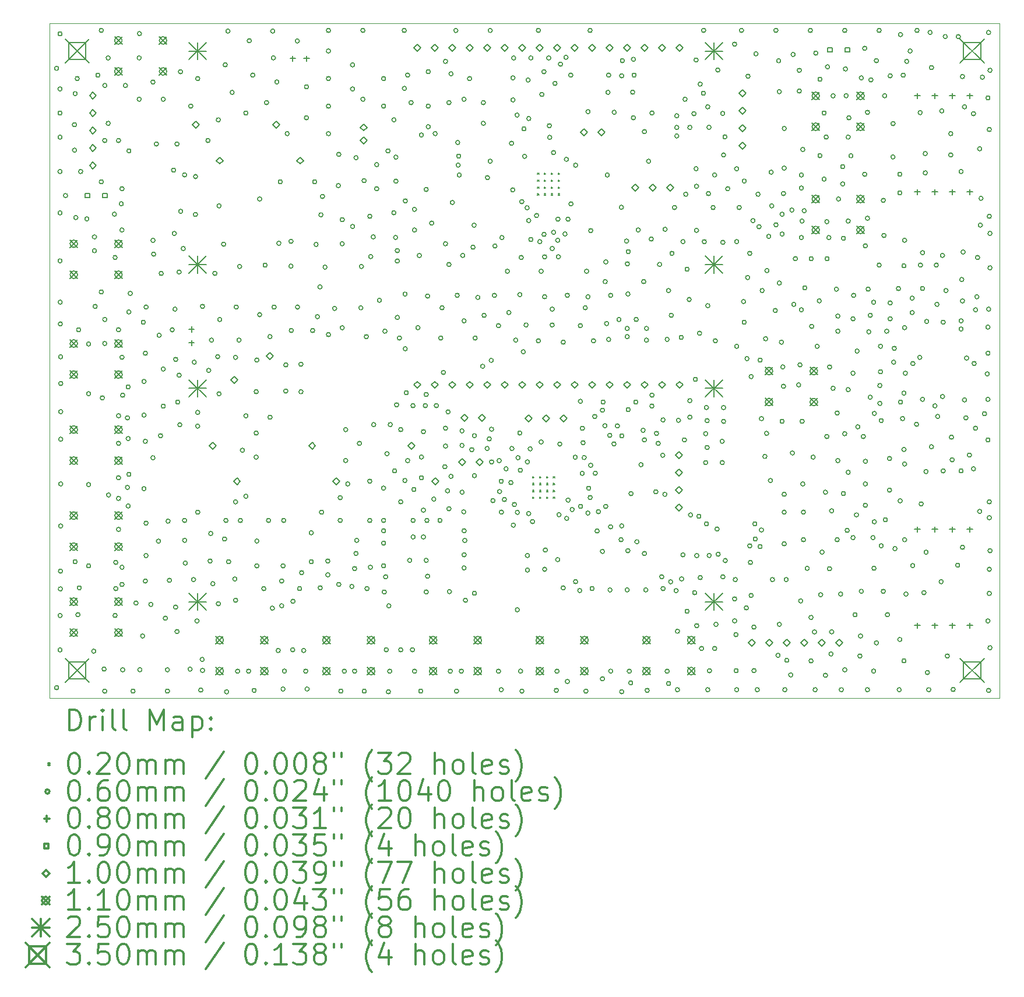
<source format=gbr>
%FSLAX45Y45*%
G04 Gerber Fmt 4.5, Leading zero omitted, Abs format (unit mm)*
G04 Created by KiCad (PCBNEW (5.1.5-0-10_14)) date 2020-07-08 15:30:11*
%MOMM*%
%LPD*%
G04 APERTURE LIST*
%TA.AperFunction,Profile*%
%ADD10C,0.050000*%
%TD*%
%ADD11C,0.200000*%
%ADD12C,0.300000*%
G04 APERTURE END LIST*
D10*
X2735785Y-13086938D02*
X2735785Y-3286938D01*
X11835785Y-3286938D02*
X16535785Y-3286938D01*
X2735785Y-3286938D02*
X11835785Y-3286938D01*
X16535785Y-13086938D02*
X2735785Y-13086938D01*
X16535785Y-3286938D02*
X16535785Y-13086938D01*
D11*
X9752555Y-9866828D02*
X9772555Y-9886828D01*
X9772555Y-9866828D02*
X9752555Y-9886828D01*
X9752555Y-9966828D02*
X9772555Y-9986828D01*
X9772555Y-9966828D02*
X9752555Y-9986828D01*
X9752555Y-10066828D02*
X9772555Y-10086828D01*
X9772555Y-10066828D02*
X9752555Y-10086828D01*
X9752555Y-10166828D02*
X9772555Y-10186828D01*
X9772555Y-10166828D02*
X9752555Y-10186828D01*
X9852555Y-9866828D02*
X9872555Y-9886828D01*
X9872555Y-9866828D02*
X9852555Y-9886828D01*
X9852555Y-9966828D02*
X9872555Y-9986828D01*
X9872555Y-9966828D02*
X9852555Y-9986828D01*
X9852555Y-10066828D02*
X9872555Y-10086828D01*
X9872555Y-10066828D02*
X9852555Y-10086828D01*
X9852555Y-10166828D02*
X9872555Y-10186828D01*
X9872555Y-10166828D02*
X9852555Y-10186828D01*
X9952555Y-9866828D02*
X9972555Y-9886828D01*
X9972555Y-9866828D02*
X9952555Y-9886828D01*
X9952555Y-9966828D02*
X9972555Y-9986828D01*
X9972555Y-9966828D02*
X9952555Y-9986828D01*
X9952555Y-10066828D02*
X9972555Y-10086828D01*
X9972555Y-10066828D02*
X9952555Y-10086828D01*
X9952555Y-10166828D02*
X9972555Y-10186828D01*
X9972555Y-10166828D02*
X9952555Y-10186828D01*
X10052555Y-9866828D02*
X10072555Y-9886828D01*
X10072555Y-9866828D02*
X10052555Y-9886828D01*
X10052555Y-9966828D02*
X10072555Y-9986828D01*
X10072555Y-9966828D02*
X10052555Y-9986828D01*
X10052555Y-10066828D02*
X10072555Y-10086828D01*
X10072555Y-10066828D02*
X10052555Y-10086828D01*
X10052555Y-10166828D02*
X10072555Y-10186828D01*
X10072555Y-10166828D02*
X10052555Y-10186828D01*
X9822405Y-5459928D02*
X9842405Y-5479928D01*
X9842405Y-5459928D02*
X9822405Y-5479928D01*
X9822405Y-5559928D02*
X9842405Y-5579928D01*
X9842405Y-5559928D02*
X9822405Y-5579928D01*
X9822405Y-5659928D02*
X9842405Y-5679928D01*
X9842405Y-5659928D02*
X9822405Y-5679928D01*
X9822405Y-5759928D02*
X9842405Y-5779928D01*
X9842405Y-5759928D02*
X9822405Y-5779928D01*
X9922405Y-5459928D02*
X9942405Y-5479928D01*
X9942405Y-5459928D02*
X9922405Y-5479928D01*
X9922405Y-5559928D02*
X9942405Y-5579928D01*
X9942405Y-5559928D02*
X9922405Y-5579928D01*
X9922405Y-5659928D02*
X9942405Y-5679928D01*
X9942405Y-5659928D02*
X9922405Y-5679928D01*
X9922405Y-5759928D02*
X9942405Y-5779928D01*
X9942405Y-5759928D02*
X9922405Y-5779928D01*
X10022405Y-5459928D02*
X10042405Y-5479928D01*
X10042405Y-5459928D02*
X10022405Y-5479928D01*
X10022405Y-5559928D02*
X10042405Y-5579928D01*
X10042405Y-5559928D02*
X10022405Y-5579928D01*
X10022405Y-5659928D02*
X10042405Y-5679928D01*
X10042405Y-5659928D02*
X10022405Y-5679928D01*
X10022405Y-5759928D02*
X10042405Y-5779928D01*
X10042405Y-5759928D02*
X10022405Y-5779928D01*
X10122405Y-5459928D02*
X10142405Y-5479928D01*
X10142405Y-5459928D02*
X10122405Y-5479928D01*
X10122405Y-5559928D02*
X10142405Y-5579928D01*
X10142405Y-5559928D02*
X10122405Y-5579928D01*
X10122405Y-5659928D02*
X10142405Y-5679928D01*
X10142405Y-5659928D02*
X10122405Y-5679928D01*
X10122405Y-5759928D02*
X10142405Y-5779928D01*
X10142405Y-5759928D02*
X10122405Y-5779928D01*
X2865785Y-3936938D02*
G75*
G03X2865785Y-3936938I-30000J0D01*
G01*
X2865785Y-12936938D02*
G75*
G03X2865785Y-12936938I-30000J0D01*
G01*
X2915785Y-3436938D02*
G75*
G03X2915785Y-3436938I-30000J0D01*
G01*
X2915785Y-4236938D02*
G75*
G03X2915785Y-4236938I-30000J0D01*
G01*
X2915785Y-4586938D02*
G75*
G03X2915785Y-4586938I-30000J0D01*
G01*
X2915785Y-4936938D02*
G75*
G03X2915785Y-4936938I-30000J0D01*
G01*
X2915785Y-5436938D02*
G75*
G03X2915785Y-5436938I-30000J0D01*
G01*
X2915785Y-6036938D02*
G75*
G03X2915785Y-6036938I-30000J0D01*
G01*
X2915785Y-6736938D02*
G75*
G03X2915785Y-6736938I-30000J0D01*
G01*
X2915785Y-12386938D02*
G75*
G03X2915785Y-12386938I-30000J0D01*
G01*
X2917769Y-11888922D02*
G75*
G03X2917769Y-11888922I-30000J0D01*
G01*
X2918428Y-7334295D02*
G75*
G03X2918428Y-7334295I-30000J0D01*
G01*
X2920714Y-7652010D02*
G75*
G03X2920714Y-7652010I-30000J0D01*
G01*
X2920865Y-11502018D02*
G75*
G03X2920865Y-11502018I-30000J0D01*
G01*
X2922928Y-11244081D02*
G75*
G03X2922928Y-11244081I-30000J0D01*
G01*
X2924143Y-8128581D02*
G75*
G03X2924143Y-8128581I-30000J0D01*
G01*
X2925785Y-8516938D02*
G75*
G03X2925785Y-8516938I-30000J0D01*
G01*
X2925785Y-8926938D02*
G75*
G03X2925785Y-8926938I-30000J0D01*
G01*
X2925785Y-9326938D02*
G75*
G03X2925785Y-9326938I-30000J0D01*
G01*
X2925785Y-9976938D02*
G75*
G03X2925785Y-9976938I-30000J0D01*
G01*
X2925785Y-10586938D02*
G75*
G03X2925785Y-10586938I-30000J0D01*
G01*
X2995785Y-5786938D02*
G75*
G03X2995785Y-5786938I-30000J0D01*
G01*
X3125785Y-4756938D02*
G75*
G03X3125785Y-4756938I-30000J0D01*
G01*
X3125785Y-5126938D02*
G75*
G03X3125785Y-5126938I-30000J0D01*
G01*
X3135785Y-4306938D02*
G75*
G03X3135785Y-4306938I-30000J0D01*
G01*
X3135785Y-11106938D02*
G75*
G03X3135785Y-11106938I-30000J0D01*
G01*
X3145785Y-6106938D02*
G75*
G03X3145785Y-6106938I-30000J0D01*
G01*
X3165785Y-4086938D02*
G75*
G03X3165785Y-4086938I-30000J0D01*
G01*
X3175785Y-11876938D02*
G75*
G03X3175785Y-11876938I-30000J0D01*
G01*
X3185785Y-7736938D02*
G75*
G03X3185785Y-7736938I-30000J0D01*
G01*
X3195785Y-11486938D02*
G75*
G03X3195785Y-11486938I-30000J0D01*
G01*
X3215785Y-5436938D02*
G75*
G03X3215785Y-5436938I-30000J0D01*
G01*
X3305785Y-6126938D02*
G75*
G03X3305785Y-6126938I-30000J0D01*
G01*
X3330785Y-8666938D02*
G75*
G03X3330785Y-8666938I-30000J0D01*
G01*
X3330785Y-7941938D02*
G75*
G03X3330785Y-7941938I-30000J0D01*
G01*
X3330785Y-9986938D02*
G75*
G03X3330785Y-9986938I-30000J0D01*
G01*
X3330785Y-11166938D02*
G75*
G03X3330785Y-11166938I-30000J0D01*
G01*
X3405785Y-12406938D02*
G75*
G03X3405785Y-12406938I-30000J0D01*
G01*
X3415785Y-6386938D02*
G75*
G03X3415785Y-6386938I-30000J0D01*
G01*
X3415785Y-6586938D02*
G75*
G03X3415785Y-6586938I-30000J0D01*
G01*
X3425785Y-7396938D02*
G75*
G03X3425785Y-7396938I-30000J0D01*
G01*
X3465785Y-4036938D02*
G75*
G03X3465785Y-4036938I-30000J0D01*
G01*
X3515785Y-3386938D02*
G75*
G03X3515785Y-3386938I-30000J0D01*
G01*
X3515785Y-5586938D02*
G75*
G03X3515785Y-5586938I-30000J0D01*
G01*
X3515785Y-7186938D02*
G75*
G03X3515785Y-7186938I-30000J0D01*
G01*
X3530785Y-8726938D02*
G75*
G03X3530785Y-8726938I-30000J0D01*
G01*
X3555785Y-12666938D02*
G75*
G03X3555785Y-12666938I-30000J0D01*
G01*
X3565785Y-4186938D02*
G75*
G03X3565785Y-4186938I-30000J0D01*
G01*
X3565785Y-4986938D02*
G75*
G03X3565785Y-4986938I-30000J0D01*
G01*
X3565785Y-7586938D02*
G75*
G03X3565785Y-7586938I-30000J0D01*
G01*
X3565785Y-7936938D02*
G75*
G03X3565785Y-7936938I-30000J0D01*
G01*
X3565785Y-12986938D02*
G75*
G03X3565785Y-12986938I-30000J0D01*
G01*
X3615785Y-3786938D02*
G75*
G03X3615785Y-3786938I-30000J0D01*
G01*
X3615785Y-4736938D02*
G75*
G03X3615785Y-4736938I-30000J0D01*
G01*
X3620785Y-10136939D02*
G75*
G03X3620785Y-10136939I-30000J0D01*
G01*
X3705785Y-6056938D02*
G75*
G03X3705785Y-6056938I-30000J0D01*
G01*
X3715785Y-6686938D02*
G75*
G03X3715785Y-6686938I-30000J0D01*
G01*
X3715785Y-11886938D02*
G75*
G03X3715785Y-11886938I-30000J0D01*
G01*
X3725785Y-11116938D02*
G75*
G03X3725785Y-11116938I-30000J0D01*
G01*
X3725785Y-11496938D02*
G75*
G03X3725785Y-11496938I-30000J0D01*
G01*
X3765785Y-4986938D02*
G75*
G03X3765785Y-4986938I-30000J0D01*
G01*
X3765785Y-7736938D02*
G75*
G03X3765785Y-7736938I-30000J0D01*
G01*
X3765785Y-8986938D02*
G75*
G03X3765785Y-8986938I-30000J0D01*
G01*
X3765785Y-9386938D02*
G75*
G03X3765785Y-9386938I-30000J0D01*
G01*
X3765785Y-9886938D02*
G75*
G03X3765785Y-9886938I-30000J0D01*
G01*
X3765785Y-10186938D02*
G75*
G03X3765785Y-10186938I-30000J0D01*
G01*
X3765785Y-10636938D02*
G75*
G03X3765785Y-10636938I-30000J0D01*
G01*
X3805785Y-5906938D02*
G75*
G03X3805785Y-5906938I-30000J0D01*
G01*
X3815785Y-5686938D02*
G75*
G03X3815785Y-5686938I-30000J0D01*
G01*
X3815785Y-6286938D02*
G75*
G03X3815785Y-6286938I-30000J0D01*
G01*
X3815785Y-8136938D02*
G75*
G03X3815785Y-8136938I-30000J0D01*
G01*
X3815785Y-11186938D02*
G75*
G03X3815785Y-11186938I-30000J0D01*
G01*
X3815785Y-11436938D02*
G75*
G03X3815785Y-11436938I-30000J0D01*
G01*
X3825785Y-8686938D02*
G75*
G03X3825785Y-8686938I-30000J0D01*
G01*
X3825785Y-12676938D02*
G75*
G03X3825785Y-12676938I-30000J0D01*
G01*
X3865785Y-4186938D02*
G75*
G03X3865785Y-4186938I-30000J0D01*
G01*
X3895785Y-9016938D02*
G75*
G03X3895785Y-9016938I-30000J0D01*
G01*
X3895785Y-10026938D02*
G75*
G03X3895785Y-10026938I-30000J0D01*
G01*
X3905785Y-8566938D02*
G75*
G03X3905785Y-8566938I-30000J0D01*
G01*
X3905785Y-9316938D02*
G75*
G03X3905785Y-9316938I-30000J0D01*
G01*
X3905785Y-10296938D02*
G75*
G03X3905785Y-10296938I-30000J0D01*
G01*
X3915785Y-5136938D02*
G75*
G03X3915785Y-5136938I-30000J0D01*
G01*
X3915785Y-7476938D02*
G75*
G03X3915785Y-7476938I-30000J0D01*
G01*
X3915785Y-9836938D02*
G75*
G03X3915785Y-9836938I-30000J0D01*
G01*
X3935785Y-7206938D02*
G75*
G03X3935785Y-7206938I-30000J0D01*
G01*
X3975785Y-12986938D02*
G75*
G03X3975785Y-12986938I-30000J0D01*
G01*
X4018786Y-11706938D02*
G75*
G03X4018786Y-11706938I-30000J0D01*
G01*
X4065785Y-3786938D02*
G75*
G03X4065785Y-3786938I-30000J0D01*
G01*
X4065785Y-4386938D02*
G75*
G03X4065785Y-4386938I-30000J0D01*
G01*
X4069825Y-3432898D02*
G75*
G03X4069825Y-3432898I-30000J0D01*
G01*
X4075785Y-12676938D02*
G75*
G03X4075785Y-12676938I-30000J0D01*
G01*
X4115785Y-12186938D02*
G75*
G03X4115785Y-12186938I-30000J0D01*
G01*
X4125785Y-7626938D02*
G75*
G03X4125785Y-7626938I-30000J0D01*
G01*
X4135785Y-8486938D02*
G75*
G03X4135785Y-8486938I-30000J0D01*
G01*
X4135785Y-8976938D02*
G75*
G03X4135785Y-8976938I-30000J0D01*
G01*
X4135785Y-10046938D02*
G75*
G03X4135785Y-10046938I-30000J0D01*
G01*
X4155785Y-8076938D02*
G75*
G03X4155785Y-8076938I-30000J0D01*
G01*
X4155785Y-9356938D02*
G75*
G03X4155785Y-9356938I-30000J0D01*
G01*
X4155785Y-11386938D02*
G75*
G03X4155785Y-11386938I-30000J0D01*
G01*
X4165785Y-7406938D02*
G75*
G03X4165785Y-7406938I-30000J0D01*
G01*
X4165785Y-10546938D02*
G75*
G03X4165785Y-10546938I-30000J0D01*
G01*
X4165785Y-11016938D02*
G75*
G03X4165785Y-11016938I-30000J0D01*
G01*
X4235785Y-11726938D02*
G75*
G03X4235785Y-11726938I-30000J0D01*
G01*
X4265785Y-4136938D02*
G75*
G03X4265785Y-4136938I-30000J0D01*
G01*
X4265785Y-6436938D02*
G75*
G03X4265785Y-6436938I-30000J0D01*
G01*
X4265785Y-6436938D02*
G75*
G03X4265785Y-6436938I-30000J0D01*
G01*
X4265785Y-9596938D02*
G75*
G03X4265785Y-9596938I-30000J0D01*
G01*
X4275785Y-6636938D02*
G75*
G03X4275785Y-6636938I-30000J0D01*
G01*
X4315785Y-5036938D02*
G75*
G03X4315785Y-5036938I-30000J0D01*
G01*
X4345785Y-10806938D02*
G75*
G03X4345785Y-10806938I-30000J0D01*
G01*
X4355785Y-7816938D02*
G75*
G03X4355785Y-7816938I-30000J0D01*
G01*
X4375785Y-9276938D02*
G75*
G03X4375785Y-9276938I-30000J0D01*
G01*
X4385785Y-6916938D02*
G75*
G03X4385785Y-6916938I-30000J0D01*
G01*
X4415785Y-4386938D02*
G75*
G03X4415785Y-4386938I-30000J0D01*
G01*
X4415785Y-8306938D02*
G75*
G03X4415785Y-8306938I-30000J0D01*
G01*
X4415785Y-8846938D02*
G75*
G03X4415785Y-8846938I-30000J0D01*
G01*
X4445785Y-11926938D02*
G75*
G03X4445785Y-11926938I-30000J0D01*
G01*
X4475785Y-12676938D02*
G75*
G03X4475785Y-12676938I-30000J0D01*
G01*
X4475785Y-12986938D02*
G75*
G03X4475785Y-12986938I-30000J0D01*
G01*
X4485785Y-10516938D02*
G75*
G03X4485785Y-10516938I-30000J0D01*
G01*
X4505785Y-11376938D02*
G75*
G03X4505785Y-11376938I-30000J0D01*
G01*
X4545785Y-7736938D02*
G75*
G03X4545785Y-7736938I-30000J0D01*
G01*
X4565785Y-5416938D02*
G75*
G03X4565785Y-5416938I-30000J0D01*
G01*
X4575785Y-6336938D02*
G75*
G03X4575785Y-6336938I-30000J0D01*
G01*
X4585785Y-7436938D02*
G75*
G03X4585785Y-7436938I-30000J0D01*
G01*
X4595785Y-8166938D02*
G75*
G03X4595785Y-8166938I-30000J0D01*
G01*
X4595785Y-11766938D02*
G75*
G03X4595785Y-11766938I-30000J0D01*
G01*
X4615785Y-5036938D02*
G75*
G03X4615785Y-5036938I-30000J0D01*
G01*
X4615785Y-12121437D02*
G75*
G03X4615785Y-12121437I-30000J0D01*
G01*
X4625785Y-8786938D02*
G75*
G03X4625785Y-8786938I-30000J0D01*
G01*
X4645785Y-6896938D02*
G75*
G03X4645785Y-6896938I-30000J0D01*
G01*
X4645785Y-8396938D02*
G75*
G03X4645785Y-8396938I-30000J0D01*
G01*
X4655785Y-9116938D02*
G75*
G03X4655785Y-9116938I-30000J0D01*
G01*
X4665785Y-3986938D02*
G75*
G03X4665785Y-3986938I-30000J0D01*
G01*
X4668966Y-6016126D02*
G75*
G03X4668966Y-6016126I-30000J0D01*
G01*
X4705785Y-6556938D02*
G75*
G03X4705785Y-6556938I-30000J0D01*
G01*
X4725785Y-5486938D02*
G75*
G03X4725785Y-5486938I-30000J0D01*
G01*
X4725785Y-10506938D02*
G75*
G03X4725785Y-10506938I-30000J0D01*
G01*
X4725785Y-10796938D02*
G75*
G03X4725785Y-10796938I-30000J0D01*
G01*
X4735785Y-11126938D02*
G75*
G03X4735785Y-11126938I-30000J0D01*
G01*
X4805785Y-12666938D02*
G75*
G03X4805785Y-12666938I-30000J0D01*
G01*
X4815785Y-4486938D02*
G75*
G03X4815785Y-4486938I-30000J0D01*
G01*
X4855785Y-11366938D02*
G75*
G03X4855785Y-11366938I-30000J0D01*
G01*
X4865785Y-8206938D02*
G75*
G03X4865785Y-8206938I-30000J0D01*
G01*
X4882621Y-6061126D02*
G75*
G03X4882621Y-6061126I-30000J0D01*
G01*
X4884653Y-5510454D02*
G75*
G03X4884653Y-5510454I-30000J0D01*
G01*
X4905785Y-11966938D02*
G75*
G03X4905785Y-11966938I-30000J0D01*
G01*
X4915785Y-4086938D02*
G75*
G03X4915785Y-4086938I-30000J0D01*
G01*
X4915785Y-8936938D02*
G75*
G03X4915785Y-8936938I-30000J0D01*
G01*
X4915785Y-9136938D02*
G75*
G03X4915785Y-9136938I-30000J0D01*
G01*
X4915785Y-10386938D02*
G75*
G03X4915785Y-10386938I-30000J0D01*
G01*
X4960785Y-12971938D02*
G75*
G03X4960785Y-12971938I-30000J0D01*
G01*
X4980786Y-12526938D02*
G75*
G03X4980786Y-12526938I-30000J0D01*
G01*
X4985785Y-7396938D02*
G75*
G03X4985785Y-7396938I-30000J0D01*
G01*
X4985785Y-12686938D02*
G75*
G03X4985785Y-12686938I-30000J0D01*
G01*
X5065785Y-4986938D02*
G75*
G03X5065785Y-4986938I-30000J0D01*
G01*
X5075785Y-8326938D02*
G75*
G03X5075785Y-8326938I-30000J0D01*
G01*
X5095785Y-11096938D02*
G75*
G03X5095785Y-11096938I-30000J0D01*
G01*
X5105785Y-10696938D02*
G75*
G03X5105785Y-10696938I-30000J0D01*
G01*
X5115785Y-7886938D02*
G75*
G03X5115785Y-7886938I-30000J0D01*
G01*
X5135785Y-11426938D02*
G75*
G03X5135785Y-11426938I-30000J0D01*
G01*
X5165785Y-6916938D02*
G75*
G03X5165785Y-6916938I-30000J0D01*
G01*
X5205785Y-8126938D02*
G75*
G03X5205785Y-8126938I-30000J0D01*
G01*
X5215785Y-4686938D02*
G75*
G03X5215785Y-4686938I-30000J0D01*
G01*
X5215785Y-11716938D02*
G75*
G03X5215785Y-11716938I-30000J0D01*
G01*
X5225785Y-5936938D02*
G75*
G03X5225785Y-5936938I-30000J0D01*
G01*
X5225785Y-8666938D02*
G75*
G03X5225785Y-8666938I-30000J0D01*
G01*
X5235785Y-7586938D02*
G75*
G03X5235785Y-7586938I-30000J0D01*
G01*
X5292577Y-6493434D02*
G75*
G03X5292577Y-6493434I-30000J0D01*
G01*
X5305785Y-10776938D02*
G75*
G03X5305785Y-10776938I-30000J0D01*
G01*
X5315785Y-3886938D02*
G75*
G03X5315785Y-3886938I-30000J0D01*
G01*
X5325785Y-10506938D02*
G75*
G03X5325785Y-10506938I-30000J0D01*
G01*
X5335785Y-12996938D02*
G75*
G03X5335785Y-12996938I-30000J0D01*
G01*
X5355786Y-3396938D02*
G75*
G03X5355786Y-3396938I-30000J0D01*
G01*
X5365785Y-11106938D02*
G75*
G03X5365785Y-11106938I-30000J0D01*
G01*
X5415785Y-4286938D02*
G75*
G03X5415785Y-4286938I-30000J0D01*
G01*
X5455785Y-11356938D02*
G75*
G03X5455785Y-11356938I-30000J0D01*
G01*
X5465785Y-8136938D02*
G75*
G03X5465785Y-8136938I-30000J0D01*
G01*
X5465785Y-10236938D02*
G75*
G03X5465785Y-10236938I-30000J0D01*
G01*
X5465785Y-11666938D02*
G75*
G03X5465785Y-11666938I-30000J0D01*
G01*
X5475785Y-7406938D02*
G75*
G03X5475785Y-7406938I-30000J0D01*
G01*
X5495785Y-12696938D02*
G75*
G03X5495785Y-12696938I-30000J0D01*
G01*
X5515785Y-7886938D02*
G75*
G03X5515785Y-7886938I-30000J0D01*
G01*
X5525785Y-6816938D02*
G75*
G03X5525785Y-6816938I-30000J0D01*
G01*
X5535785Y-10506938D02*
G75*
G03X5535785Y-10506938I-30000J0D01*
G01*
X5565785Y-9486938D02*
G75*
G03X5565785Y-9486938I-30000J0D01*
G01*
X5615785Y-4586938D02*
G75*
G03X5615785Y-4586938I-30000J0D01*
G01*
X5615785Y-8986938D02*
G75*
G03X5615785Y-8986938I-30000J0D01*
G01*
X5615785Y-10156938D02*
G75*
G03X5615785Y-10156938I-30000J0D01*
G01*
X5655785Y-12696938D02*
G75*
G03X5655785Y-12696938I-30000J0D01*
G01*
X5665785Y-3536938D02*
G75*
G03X5665785Y-3536938I-30000J0D01*
G01*
X5715785Y-4036938D02*
G75*
G03X5715785Y-4036938I-30000J0D01*
G01*
X5735785Y-12976938D02*
G75*
G03X5735785Y-12976938I-30000J0D01*
G01*
X5765785Y-8636938D02*
G75*
G03X5765785Y-8636938I-30000J0D01*
G01*
X5765785Y-9236938D02*
G75*
G03X5765785Y-9236938I-30000J0D01*
G01*
X5765785Y-9586938D02*
G75*
G03X5765785Y-9586938I-30000J0D01*
G01*
X5775785Y-8176938D02*
G75*
G03X5775785Y-8176938I-30000J0D01*
G01*
X5775785Y-10806938D02*
G75*
G03X5775785Y-10806938I-30000J0D01*
G01*
X5775785Y-11166938D02*
G75*
G03X5775785Y-11166938I-30000J0D01*
G01*
X5815785Y-5836938D02*
G75*
G03X5815785Y-5836938I-30000J0D01*
G01*
X5815785Y-7516938D02*
G75*
G03X5815785Y-7516938I-30000J0D01*
G01*
X5875785Y-11496938D02*
G75*
G03X5875785Y-11496938I-30000J0D01*
G01*
X5895785Y-6796938D02*
G75*
G03X5895785Y-6796938I-30000J0D01*
G01*
X5915785Y-4436938D02*
G75*
G03X5915785Y-4436938I-30000J0D01*
G01*
X5945785Y-10506938D02*
G75*
G03X5945785Y-10506938I-30000J0D01*
G01*
X5965785Y-7836938D02*
G75*
G03X5965785Y-7836938I-30000J0D01*
G01*
X5965785Y-9006938D02*
G75*
G03X5965785Y-9006938I-30000J0D01*
G01*
X6000785Y-11781938D02*
G75*
G03X6000785Y-11781938I-30000J0D01*
G01*
X6005785Y-3396938D02*
G75*
G03X6005785Y-3396938I-30000J0D01*
G01*
X6015785Y-3786938D02*
G75*
G03X6015785Y-3786938I-30000J0D01*
G01*
X6025785Y-7406938D02*
G75*
G03X6025785Y-7406938I-30000J0D01*
G01*
X6065785Y-4136938D02*
G75*
G03X6065785Y-4136938I-30000J0D01*
G01*
X6085785Y-12396938D02*
G75*
G03X6085785Y-12396938I-30000J0D01*
G01*
X6094709Y-6478702D02*
G75*
G03X6094709Y-6478702I-30000J0D01*
G01*
X6115785Y-5586938D02*
G75*
G03X6115785Y-5586938I-30000J0D01*
G01*
X6135785Y-11386938D02*
G75*
G03X6135785Y-11386938I-30000J0D01*
G01*
X6135785Y-11746938D02*
G75*
G03X6135785Y-11746938I-30000J0D01*
G01*
X6155785Y-11166938D02*
G75*
G03X6155785Y-11166938I-30000J0D01*
G01*
X6155785Y-12956938D02*
G75*
G03X6155785Y-12956938I-30000J0D01*
G01*
X6165785Y-10506938D02*
G75*
G03X6165785Y-10506938I-30000J0D01*
G01*
X6175785Y-12696938D02*
G75*
G03X6175785Y-12696938I-30000J0D01*
G01*
X6195785Y-8246938D02*
G75*
G03X6195785Y-8246938I-30000J0D01*
G01*
X6195785Y-8626938D02*
G75*
G03X6195785Y-8626938I-30000J0D01*
G01*
X6215785Y-4886938D02*
G75*
G03X6215785Y-4886938I-30000J0D01*
G01*
X6270985Y-6451738D02*
G75*
G03X6270985Y-6451738I-30000J0D01*
G01*
X6270985Y-6811738D02*
G75*
G03X6270985Y-6811738I-30000J0D01*
G01*
X6275785Y-7746938D02*
G75*
G03X6275785Y-7746938I-30000J0D01*
G01*
X6295785Y-12386938D02*
G75*
G03X6295785Y-12386938I-30000J0D01*
G01*
X6300785Y-11681938D02*
G75*
G03X6300785Y-11681938I-30000J0D01*
G01*
X6363085Y-3539638D02*
G75*
G03X6363085Y-3539638I-30000J0D01*
G01*
X6365785Y-7406938D02*
G75*
G03X6365785Y-7406938I-30000J0D01*
G01*
X6395785Y-11496938D02*
G75*
G03X6395785Y-11496938I-30000J0D01*
G01*
X6415785Y-8236938D02*
G75*
G03X6415785Y-8236938I-30000J0D01*
G01*
X6415785Y-8636938D02*
G75*
G03X6415785Y-8636938I-30000J0D01*
G01*
X6425785Y-11266938D02*
G75*
G03X6425785Y-11266938I-30000J0D01*
G01*
X6455785Y-12396938D02*
G75*
G03X6455785Y-12396938I-30000J0D01*
G01*
X6485785Y-12696938D02*
G75*
G03X6485785Y-12696938I-30000J0D01*
G01*
X6496385Y-4206338D02*
G75*
G03X6496385Y-4206338I-30000J0D01*
G01*
X6496385Y-4656338D02*
G75*
G03X6496385Y-4656338I-30000J0D01*
G01*
X6505785Y-12956938D02*
G75*
G03X6505785Y-12956938I-30000J0D01*
G01*
X6565785Y-10686938D02*
G75*
G03X6565785Y-10686938I-30000J0D01*
G01*
X6565785Y-11106938D02*
G75*
G03X6565785Y-11106938I-30000J0D01*
G01*
X6585785Y-7746938D02*
G75*
G03X6585785Y-7746938I-30000J0D01*
G01*
X6615785Y-5586938D02*
G75*
G03X6615785Y-5586938I-30000J0D01*
G01*
X6635785Y-6496938D02*
G75*
G03X6635785Y-6496938I-30000J0D01*
G01*
X6655785Y-7546938D02*
G75*
G03X6655785Y-7546938I-30000J0D01*
G01*
X6692186Y-7114440D02*
G75*
G03X6692186Y-7114440I-30000J0D01*
G01*
X6695785Y-11486938D02*
G75*
G03X6695785Y-11486938I-30000J0D01*
G01*
X6705785Y-6066938D02*
G75*
G03X6705785Y-6066938I-30000J0D01*
G01*
X6715785Y-10386938D02*
G75*
G03X6715785Y-10386938I-30000J0D01*
G01*
X6728777Y-5799930D02*
G75*
G03X6728777Y-5799930I-30000J0D01*
G01*
X6765785Y-6826938D02*
G75*
G03X6765785Y-6826938I-30000J0D01*
G01*
X6805785Y-11096938D02*
G75*
G03X6805785Y-11096938I-30000J0D01*
G01*
X6805785Y-11296938D02*
G75*
G03X6805785Y-11296938I-30000J0D01*
G01*
X6815785Y-3386938D02*
G75*
G03X6815785Y-3386938I-30000J0D01*
G01*
X6815785Y-3686938D02*
G75*
G03X6815785Y-3686938I-30000J0D01*
G01*
X6815785Y-4086938D02*
G75*
G03X6815785Y-4086938I-30000J0D01*
G01*
X6815785Y-4486938D02*
G75*
G03X6815785Y-4486938I-30000J0D01*
G01*
X6815785Y-4886938D02*
G75*
G03X6815785Y-4886938I-30000J0D01*
G01*
X6815785Y-7806938D02*
G75*
G03X6815785Y-7806938I-30000J0D01*
G01*
X6905785Y-7426938D02*
G75*
G03X6905785Y-7426938I-30000J0D01*
G01*
X6960293Y-5642430D02*
G75*
G03X6960293Y-5642430I-30000J0D01*
G01*
X6965785Y-5186938D02*
G75*
G03X6965785Y-5186938I-30000J0D01*
G01*
X6965785Y-11436938D02*
G75*
G03X6965785Y-11436938I-30000J0D01*
G01*
X6985785Y-10176938D02*
G75*
G03X6985785Y-10176938I-30000J0D01*
G01*
X6985785Y-10506938D02*
G75*
G03X6985785Y-10506938I-30000J0D01*
G01*
X6995785Y-12986938D02*
G75*
G03X6995785Y-12986938I-30000J0D01*
G01*
X7015785Y-6136938D02*
G75*
G03X7015785Y-6136938I-30000J0D01*
G01*
X7015785Y-6486938D02*
G75*
G03X7015785Y-6486938I-30000J0D01*
G01*
X7015785Y-7706938D02*
G75*
G03X7015785Y-7706938I-30000J0D01*
G01*
X7045785Y-12696938D02*
G75*
G03X7045785Y-12696938I-30000J0D01*
G01*
X7065785Y-9186938D02*
G75*
G03X7065785Y-9186938I-30000J0D01*
G01*
X7065785Y-9636938D02*
G75*
G03X7065785Y-9636938I-30000J0D01*
G01*
X7095785Y-9976938D02*
G75*
G03X7095785Y-9976938I-30000J0D01*
G01*
X7155785Y-11466938D02*
G75*
G03X7155785Y-11466938I-30000J0D01*
G01*
X7165785Y-3886938D02*
G75*
G03X7165785Y-3886938I-30000J0D01*
G01*
X7165785Y-4236938D02*
G75*
G03X7165785Y-4236938I-30000J0D01*
G01*
X7165785Y-6236938D02*
G75*
G03X7165785Y-6236938I-30000J0D01*
G01*
X7195785Y-11206938D02*
G75*
G03X7195785Y-11206938I-30000J0D01*
G01*
X7195785Y-12696938D02*
G75*
G03X7195785Y-12696938I-30000J0D01*
G01*
X7215785Y-5236938D02*
G75*
G03X7215785Y-5236938I-30000J0D01*
G01*
X7215785Y-10986938D02*
G75*
G03X7215785Y-10986938I-30000J0D01*
G01*
X7225785Y-10796938D02*
G75*
G03X7225785Y-10796938I-30000J0D01*
G01*
X7265785Y-9386938D02*
G75*
G03X7265785Y-9386938I-30000J0D01*
G01*
X7285785Y-7416938D02*
G75*
G03X7285785Y-7416938I-30000J0D01*
G01*
X7295785Y-6816938D02*
G75*
G03X7295785Y-6816938I-30000J0D01*
G01*
X7315785Y-3386938D02*
G75*
G03X7315785Y-3386938I-30000J0D01*
G01*
X7315785Y-4386938D02*
G75*
G03X7315785Y-4386938I-30000J0D01*
G01*
X7332884Y-5569839D02*
G75*
G03X7332884Y-5569839I-30000J0D01*
G01*
X7335785Y-12986938D02*
G75*
G03X7335785Y-12986938I-30000J0D01*
G01*
X7365785Y-7836938D02*
G75*
G03X7365785Y-7836938I-30000J0D01*
G01*
X7375785Y-11496938D02*
G75*
G03X7375785Y-11496938I-30000J0D01*
G01*
X7415785Y-6086938D02*
G75*
G03X7415785Y-6086938I-30000J0D01*
G01*
X7415785Y-9936938D02*
G75*
G03X7415785Y-9936938I-30000J0D01*
G01*
X7415785Y-10506938D02*
G75*
G03X7415785Y-10506938I-30000J0D01*
G01*
X7425785Y-11186938D02*
G75*
G03X7425785Y-11186938I-30000J0D01*
G01*
X7429733Y-6672758D02*
G75*
G03X7429733Y-6672758I-30000J0D01*
G01*
X7465785Y-6386938D02*
G75*
G03X7465785Y-6386938I-30000J0D01*
G01*
X7473286Y-9114439D02*
G75*
G03X7473286Y-9114439I-30000J0D01*
G01*
X7515785Y-5336938D02*
G75*
G03X7515785Y-5336938I-30000J0D01*
G01*
X7515785Y-5686938D02*
G75*
G03X7515785Y-5686938I-30000J0D01*
G01*
X7555785Y-7306938D02*
G75*
G03X7555785Y-7306938I-30000J0D01*
G01*
X7615785Y-4086938D02*
G75*
G03X7615785Y-4086938I-30000J0D01*
G01*
X7615785Y-4486938D02*
G75*
G03X7615785Y-4486938I-30000J0D01*
G01*
X7615785Y-10036938D02*
G75*
G03X7615785Y-10036938I-30000J0D01*
G01*
X7615785Y-10506938D02*
G75*
G03X7615785Y-10506938I-30000J0D01*
G01*
X7615785Y-10656938D02*
G75*
G03X7615785Y-10656938I-30000J0D01*
G01*
X7615785Y-10836938D02*
G75*
G03X7615785Y-10836938I-30000J0D01*
G01*
X7615785Y-11166938D02*
G75*
G03X7615785Y-11166938I-30000J0D01*
G01*
X7625785Y-11546938D02*
G75*
G03X7625785Y-11546938I-30000J0D01*
G01*
X7635785Y-7756938D02*
G75*
G03X7635785Y-7756938I-30000J0D01*
G01*
X7645785Y-11326938D02*
G75*
G03X7645785Y-11326938I-30000J0D01*
G01*
X7655785Y-12386938D02*
G75*
G03X7655785Y-12386938I-30000J0D01*
G01*
X7665785Y-9536938D02*
G75*
G03X7665785Y-9536938I-30000J0D01*
G01*
X7681193Y-5138090D02*
G75*
G03X7681193Y-5138090I-30000J0D01*
G01*
X7685785Y-12996938D02*
G75*
G03X7685785Y-12996938I-30000J0D01*
G01*
X7692872Y-11748199D02*
G75*
G03X7692872Y-11748199I-30000J0D01*
G01*
X7705785Y-12696938D02*
G75*
G03X7705785Y-12696938I-30000J0D01*
G01*
X7713284Y-9114439D02*
G75*
G03X7713284Y-9114439I-30000J0D01*
G01*
X7765785Y-4686938D02*
G75*
G03X7765785Y-4686938I-30000J0D01*
G01*
X7765785Y-6036938D02*
G75*
G03X7765785Y-6036938I-30000J0D01*
G01*
X7775785Y-9786938D02*
G75*
G03X7775785Y-9786938I-30000J0D01*
G01*
X7790921Y-6395390D02*
G75*
G03X7790921Y-6395390I-30000J0D01*
G01*
X7795493Y-5228134D02*
G75*
G03X7795493Y-5228134I-30000J0D01*
G01*
X7795785Y-5576938D02*
G75*
G03X7795785Y-5576938I-30000J0D01*
G01*
X7805785Y-8826938D02*
G75*
G03X7805785Y-8826938I-30000J0D01*
G01*
X7815785Y-6586938D02*
G75*
G03X7815785Y-6586938I-30000J0D01*
G01*
X7815785Y-6736938D02*
G75*
G03X7815785Y-6736938I-30000J0D01*
G01*
X7815785Y-7556938D02*
G75*
G03X7815785Y-7556938I-30000J0D01*
G01*
X7845785Y-7856938D02*
G75*
G03X7845785Y-7856938I-30000J0D01*
G01*
X7865785Y-9186938D02*
G75*
G03X7865785Y-9186938I-30000J0D01*
G01*
X7865785Y-10236938D02*
G75*
G03X7865785Y-10236938I-30000J0D01*
G01*
X7865785Y-12386938D02*
G75*
G03X7865785Y-12386938I-30000J0D01*
G01*
X7915785Y-3386938D02*
G75*
G03X7915785Y-3386938I-30000J0D01*
G01*
X7917921Y-4229278D02*
G75*
G03X7917921Y-4229278I-30000J0D01*
G01*
X7925785Y-9926938D02*
G75*
G03X7925785Y-9926938I-30000J0D01*
G01*
X7928285Y-7219443D02*
G75*
G03X7928285Y-7219443I-30000J0D01*
G01*
X7930785Y-8011938D02*
G75*
G03X7930785Y-8011938I-30000J0D01*
G01*
X7932145Y-5864530D02*
G75*
G03X7932145Y-5864530I-30000J0D01*
G01*
X7945785Y-8651938D02*
G75*
G03X7945785Y-8651938I-30000J0D01*
G01*
X7965785Y-4036938D02*
G75*
G03X7965785Y-4036938I-30000J0D01*
G01*
X7965785Y-9636938D02*
G75*
G03X7965785Y-9636938I-30000J0D01*
G01*
X7995785Y-11086938D02*
G75*
G03X7995785Y-11086938I-30000J0D01*
G01*
X8015785Y-4436938D02*
G75*
G03X8015785Y-4436938I-30000J0D01*
G01*
X8035785Y-12386938D02*
G75*
G03X8035785Y-12386938I-30000J0D01*
G01*
X8043286Y-8839437D02*
G75*
G03X8043286Y-8839437I-30000J0D01*
G01*
X8045785Y-10506938D02*
G75*
G03X8045785Y-10506938I-30000J0D01*
G01*
X8045785Y-10746938D02*
G75*
G03X8045785Y-10746938I-30000J0D01*
G01*
X8055785Y-10056938D02*
G75*
G03X8055785Y-10056938I-30000J0D01*
G01*
X8065785Y-5986938D02*
G75*
G03X8065785Y-5986938I-30000J0D01*
G01*
X8065785Y-6286938D02*
G75*
G03X8065785Y-6286938I-30000J0D01*
G01*
X8065785Y-12696938D02*
G75*
G03X8065785Y-12696938I-30000J0D01*
G01*
X8115785Y-7706938D02*
G75*
G03X8115785Y-7706938I-30000J0D01*
G01*
X8135786Y-6656938D02*
G75*
G03X8135786Y-6656938I-30000J0D01*
G01*
X8155785Y-12986938D02*
G75*
G03X8155785Y-12986938I-30000J0D01*
G01*
X8165785Y-4906938D02*
G75*
G03X8165785Y-4906938I-30000J0D01*
G01*
X8165785Y-9586938D02*
G75*
G03X8165785Y-9586938I-30000J0D01*
G01*
X8165785Y-9886938D02*
G75*
G03X8165785Y-9886938I-30000J0D01*
G01*
X8195785Y-9216938D02*
G75*
G03X8195785Y-9216938I-30000J0D01*
G01*
X8195785Y-10356938D02*
G75*
G03X8195785Y-10356938I-30000J0D01*
G01*
X8195785Y-10746938D02*
G75*
G03X8195785Y-10746938I-30000J0D01*
G01*
X8223286Y-8839437D02*
G75*
G03X8223286Y-8839437I-30000J0D01*
G01*
X8234405Y-5697906D02*
G75*
G03X8234405Y-5697906I-30000J0D01*
G01*
X8235785Y-8676938D02*
G75*
G03X8235785Y-8676938I-30000J0D01*
G01*
X8235785Y-11086938D02*
G75*
G03X8235785Y-11086938I-30000J0D01*
G01*
X8235785Y-11546938D02*
G75*
G03X8235785Y-11546938I-30000J0D01*
G01*
X8245785Y-10506938D02*
G75*
G03X8245785Y-10506938I-30000J0D01*
G01*
X8255785Y-7246938D02*
G75*
G03X8255785Y-7246938I-30000J0D01*
G01*
X8255785Y-11316938D02*
G75*
G03X8255785Y-11316938I-30000J0D01*
G01*
X8265785Y-3986938D02*
G75*
G03X8265785Y-3986938I-30000J0D01*
G01*
X8265785Y-4486938D02*
G75*
G03X8265785Y-4486938I-30000J0D01*
G01*
X8265785Y-4786938D02*
G75*
G03X8265785Y-4786938I-30000J0D01*
G01*
X8315785Y-6186938D02*
G75*
G03X8315785Y-6186938I-30000J0D01*
G01*
X8345785Y-10196938D02*
G75*
G03X8345785Y-10196938I-30000J0D01*
G01*
X8365785Y-4886938D02*
G75*
G03X8365785Y-4886938I-30000J0D01*
G01*
X8383286Y-8839437D02*
G75*
G03X8383286Y-8839437I-30000J0D01*
G01*
X8435785Y-10506938D02*
G75*
G03X8435785Y-10506938I-30000J0D01*
G01*
X8445785Y-7856938D02*
G75*
G03X8445785Y-7856938I-30000J0D01*
G01*
X8465785Y-7416938D02*
G75*
G03X8465785Y-7416938I-30000J0D01*
G01*
X8485785Y-8356939D02*
G75*
G03X8485785Y-8356939I-30000J0D01*
G01*
X8505785Y-9726938D02*
G75*
G03X8505785Y-9726938I-30000J0D01*
G01*
X8515785Y-3836938D02*
G75*
G03X8515785Y-3836938I-30000J0D01*
G01*
X8515785Y-6486938D02*
G75*
G03X8515785Y-6486938I-30000J0D01*
G01*
X8515785Y-9166938D02*
G75*
G03X8515785Y-9166938I-30000J0D01*
G01*
X8515785Y-9426938D02*
G75*
G03X8515785Y-9426938I-30000J0D01*
G01*
X8545785Y-10076938D02*
G75*
G03X8545785Y-10076938I-30000J0D01*
G01*
X8553285Y-8929438D02*
G75*
G03X8553285Y-8929438I-30000J0D01*
G01*
X8565785Y-4436938D02*
G75*
G03X8565785Y-4436938I-30000J0D01*
G01*
X8565785Y-6786938D02*
G75*
G03X8565785Y-6786938I-30000J0D01*
G01*
X8565785Y-10336938D02*
G75*
G03X8565785Y-10336938I-30000J0D01*
G01*
X8574003Y-11541430D02*
G75*
G03X8574003Y-11541430I-30000J0D01*
G01*
X8585785Y-12696938D02*
G75*
G03X8585785Y-12696938I-30000J0D01*
G01*
X8595785Y-4016938D02*
G75*
G03X8595785Y-4016938I-30000J0D01*
G01*
X8595785Y-9866938D02*
G75*
G03X8595785Y-9866938I-30000J0D01*
G01*
X8615785Y-5886938D02*
G75*
G03X8615785Y-5886938I-30000J0D01*
G01*
X8665785Y-3386938D02*
G75*
G03X8665785Y-3386938I-30000J0D01*
G01*
X8675785Y-12986938D02*
G75*
G03X8675785Y-12986938I-30000J0D01*
G01*
X8685785Y-7236938D02*
G75*
G03X8685785Y-7236938I-30000J0D01*
G01*
X8692621Y-5014646D02*
G75*
G03X8692621Y-5014646I-30000J0D01*
G01*
X8699967Y-5343572D02*
G75*
G03X8699967Y-5343572I-30000J0D01*
G01*
X8707353Y-5213782D02*
G75*
G03X8707353Y-5213782I-30000J0D01*
G01*
X8715785Y-5486938D02*
G75*
G03X8715785Y-5486938I-30000J0D01*
G01*
X8745785Y-12696938D02*
G75*
G03X8745785Y-12696938I-30000J0D01*
G01*
X8755785Y-9206938D02*
G75*
G03X8755785Y-9206938I-30000J0D01*
G01*
X8755785Y-9416938D02*
G75*
G03X8755785Y-9416938I-30000J0D01*
G01*
X8755785Y-10096938D02*
G75*
G03X8755785Y-10096938I-30000J0D01*
G01*
X8765785Y-6656938D02*
G75*
G03X8765785Y-6656938I-30000J0D01*
G01*
X8780785Y-10381938D02*
G75*
G03X8780785Y-10381938I-30000J0D01*
G01*
X8785785Y-4386938D02*
G75*
G03X8785785Y-4386938I-30000J0D01*
G01*
X8785785Y-7606938D02*
G75*
G03X8785785Y-7606938I-30000J0D01*
G01*
X8785785Y-10656938D02*
G75*
G03X8785785Y-10656938I-30000J0D01*
G01*
X8785785Y-11006938D02*
G75*
G03X8785785Y-11006938I-30000J0D01*
G01*
X8785785Y-11196938D02*
G75*
G03X8785785Y-11196938I-30000J0D01*
G01*
X8795785Y-10796938D02*
G75*
G03X8795785Y-10796938I-30000J0D01*
G01*
X8805785Y-11666938D02*
G75*
G03X8805785Y-11666938I-30000J0D01*
G01*
X8865785Y-4086938D02*
G75*
G03X8865785Y-4086938I-30000J0D01*
G01*
X8897785Y-9478938D02*
G75*
G03X8897785Y-9478938I-30000J0D01*
G01*
X8915785Y-6536938D02*
G75*
G03X8915785Y-6536938I-30000J0D01*
G01*
X8930785Y-6216938D02*
G75*
G03X8930785Y-6216938I-30000J0D01*
G01*
X8935785Y-9276938D02*
G75*
G03X8935785Y-9276938I-30000J0D01*
G01*
X8935785Y-9856938D02*
G75*
G03X8935785Y-9856938I-30000J0D01*
G01*
X8935909Y-11564685D02*
G75*
G03X8935909Y-11564685I-30000J0D01*
G01*
X8945785Y-7856938D02*
G75*
G03X8945785Y-7856938I-30000J0D01*
G01*
X8985785Y-7266938D02*
G75*
G03X8985785Y-7266938I-30000J0D01*
G01*
X9055785Y-8266938D02*
G75*
G03X9055785Y-8266938I-30000J0D01*
G01*
X9065785Y-4436938D02*
G75*
G03X9065785Y-4436938I-30000J0D01*
G01*
X9065785Y-4736938D02*
G75*
G03X9065785Y-4736938I-30000J0D01*
G01*
X9075785Y-7526938D02*
G75*
G03X9075785Y-7526938I-30000J0D01*
G01*
X9120785Y-9461938D02*
G75*
G03X9120785Y-9461938I-30000J0D01*
G01*
X9125785Y-5526938D02*
G75*
G03X9125785Y-5526938I-30000J0D01*
G01*
X9150785Y-9321938D02*
G75*
G03X9150785Y-9321938I-30000J0D01*
G01*
X9165785Y-3386938D02*
G75*
G03X9165785Y-3386938I-30000J0D01*
G01*
X9165785Y-5286938D02*
G75*
G03X9165785Y-5286938I-30000J0D01*
G01*
X9180785Y-8181437D02*
G75*
G03X9180785Y-8181437I-30000J0D01*
G01*
X9184365Y-9181770D02*
G75*
G03X9184365Y-9181770I-30000J0D01*
G01*
X9185785Y-9656938D02*
G75*
G03X9185785Y-9656938I-30000J0D01*
G01*
X9205193Y-10219615D02*
G75*
G03X9205193Y-10219615I-30000J0D01*
G01*
X9225785Y-7236938D02*
G75*
G03X9225785Y-7236938I-30000J0D01*
G01*
X9233286Y-6519438D02*
G75*
G03X9233286Y-6519438I-30000J0D01*
G01*
X9285785Y-7676938D02*
G75*
G03X9285785Y-7676938I-30000J0D01*
G01*
X9285785Y-12696938D02*
G75*
G03X9285785Y-12696938I-30000J0D01*
G01*
X9295785Y-9636938D02*
G75*
G03X9295785Y-9636938I-30000J0D01*
G01*
X9301205Y-10087026D02*
G75*
G03X9301205Y-10087026I-30000J0D01*
G01*
X9325470Y-9938104D02*
G75*
G03X9325470Y-9938104I-30000J0D01*
G01*
X9325785Y-12966938D02*
G75*
G03X9325785Y-12966938I-30000J0D01*
G01*
X9327621Y-10386238D02*
G75*
G03X9327621Y-10386238I-30000J0D01*
G01*
X9335785Y-6396938D02*
G75*
G03X9335785Y-6396938I-30000J0D01*
G01*
X9371024Y-10202227D02*
G75*
G03X9371024Y-10202227I-30000J0D01*
G01*
X9395785Y-9756938D02*
G75*
G03X9395785Y-9756938I-30000J0D01*
G01*
X9415785Y-6886938D02*
G75*
G03X9415785Y-6886938I-30000J0D01*
G01*
X9435785Y-7486938D02*
G75*
G03X9435785Y-7486938I-30000J0D01*
G01*
X9465785Y-9956937D02*
G75*
G03X9465785Y-9956937I-30000J0D01*
G01*
X9475785Y-5026938D02*
G75*
G03X9475785Y-5026938I-30000J0D01*
G01*
X9480785Y-9461938D02*
G75*
G03X9480785Y-9461938I-30000J0D01*
G01*
X9493229Y-5704256D02*
G75*
G03X9493229Y-5704256I-30000J0D01*
G01*
X9495785Y-4076938D02*
G75*
G03X9495785Y-4076938I-30000J0D01*
G01*
X9495785Y-4396938D02*
G75*
G03X9495785Y-4396938I-30000J0D01*
G01*
X9500849Y-10575722D02*
G75*
G03X9500849Y-10575722I-30000J0D01*
G01*
X9505785Y-3786938D02*
G75*
G03X9505785Y-3786938I-30000J0D01*
G01*
X9516851Y-10276002D02*
G75*
G03X9516851Y-10276002I-30000J0D01*
G01*
X9535785Y-7886938D02*
G75*
G03X9535785Y-7886938I-30000J0D01*
G01*
X9555785Y-4616938D02*
G75*
G03X9555785Y-4616938I-30000J0D01*
G01*
X9559523Y-11805590D02*
G75*
G03X9559523Y-11805590I-30000J0D01*
G01*
X9559777Y-10390302D02*
G75*
G03X9559777Y-10390302I-30000J0D01*
G01*
X9569429Y-9595282D02*
G75*
G03X9569429Y-9595282I-30000J0D01*
G01*
X9595785Y-7226938D02*
G75*
G03X9595785Y-7226938I-30000J0D01*
G01*
X9595785Y-9236938D02*
G75*
G03X9595785Y-9236938I-30000J0D01*
G01*
X9603337Y-9777194D02*
G75*
G03X9603337Y-9777194I-30000J0D01*
G01*
X9605785Y-12696938D02*
G75*
G03X9605785Y-12696938I-30000J0D01*
G01*
X9615785Y-6686938D02*
G75*
G03X9615785Y-6686938I-30000J0D01*
G01*
X9624451Y-5875346D02*
G75*
G03X9624451Y-5875346I-30000J0D01*
G01*
X9625785Y-12986938D02*
G75*
G03X9625785Y-12986938I-30000J0D01*
G01*
X9645785Y-8056938D02*
G75*
G03X9645785Y-8056938I-30000J0D01*
G01*
X9655785Y-4816938D02*
G75*
G03X9655785Y-4816938I-30000J0D01*
G01*
X9665785Y-5216938D02*
G75*
G03X9665785Y-5216938I-30000J0D01*
G01*
X9685785Y-7666938D02*
G75*
G03X9685785Y-7666938I-30000J0D01*
G01*
X9701001Y-5964490D02*
G75*
G03X9701001Y-5964490I-30000J0D01*
G01*
X9705785Y-11016938D02*
G75*
G03X9705785Y-11016938I-30000J0D01*
G01*
X9705785Y-11226938D02*
G75*
G03X9705785Y-11226938I-30000J0D01*
G01*
X9705786Y-9656938D02*
G75*
G03X9705786Y-9656938I-30000J0D01*
G01*
X9715785Y-4106938D02*
G75*
G03X9715785Y-4106938I-30000J0D01*
G01*
X9723685Y-10407838D02*
G75*
G03X9723685Y-10407838I-30000J0D01*
G01*
X9724609Y-6149435D02*
G75*
G03X9724609Y-6149435I-30000J0D01*
G01*
X9725785Y-4666938D02*
G75*
G03X9725785Y-4666938I-30000J0D01*
G01*
X9745785Y-9466938D02*
G75*
G03X9745785Y-9466938I-30000J0D01*
G01*
X9755785Y-3786938D02*
G75*
G03X9755785Y-3786938I-30000J0D01*
G01*
X9755785Y-6424439D02*
G75*
G03X9755785Y-6424439I-30000J0D01*
G01*
X9780249Y-10524668D02*
G75*
G03X9780249Y-10524668I-30000J0D01*
G01*
X9838502Y-6076935D02*
G75*
G03X9838502Y-6076935I-30000J0D01*
G01*
X9865785Y-3386938D02*
G75*
G03X9865785Y-3386938I-30000J0D01*
G01*
X9865785Y-7896938D02*
G75*
G03X9865785Y-7896938I-30000J0D01*
G01*
X9885785Y-6456938D02*
G75*
G03X9885785Y-6456938I-30000J0D01*
G01*
X9905785Y-6886938D02*
G75*
G03X9905785Y-6886938I-30000J0D01*
G01*
X9905786Y-9366938D02*
G75*
G03X9905786Y-9366938I-30000J0D01*
G01*
X9915785Y-4316938D02*
G75*
G03X9915785Y-4316938I-30000J0D01*
G01*
X9945785Y-3986938D02*
G75*
G03X9945785Y-3986938I-30000J0D01*
G01*
X9946594Y-6350449D02*
G75*
G03X9946594Y-6350449I-30000J0D01*
G01*
X9955785Y-6676938D02*
G75*
G03X9955785Y-6676938I-30000J0D01*
G01*
X9955785Y-7256938D02*
G75*
G03X9955785Y-7256938I-30000J0D01*
G01*
X9955785Y-11216938D02*
G75*
G03X9955785Y-11216938I-30000J0D01*
G01*
X9965785Y-10936938D02*
G75*
G03X9965785Y-10936938I-30000J0D01*
G01*
X10015785Y-3786938D02*
G75*
G03X10015785Y-3786938I-30000J0D01*
G01*
X10024529Y-4772261D02*
G75*
G03X10024529Y-4772261I-30000J0D01*
G01*
X10030352Y-4940186D02*
G75*
G03X10030352Y-4940186I-30000J0D01*
G01*
X10065785Y-6556938D02*
G75*
G03X10065785Y-6556938I-30000J0D01*
G01*
X10065785Y-7436938D02*
G75*
G03X10065785Y-7436938I-30000J0D01*
G01*
X10065785Y-7666938D02*
G75*
G03X10065785Y-7666938I-30000J0D01*
G01*
X10085785Y-5162689D02*
G75*
G03X10085785Y-5162689I-30000J0D01*
G01*
X10085811Y-6321222D02*
G75*
G03X10085811Y-6321222I-30000J0D01*
G01*
X10105785Y-4156938D02*
G75*
G03X10105785Y-4156938I-30000J0D01*
G01*
X10125785Y-12976938D02*
G75*
G03X10125785Y-12976938I-30000J0D01*
G01*
X10135785Y-12696938D02*
G75*
G03X10135785Y-12696938I-30000J0D01*
G01*
X10145785Y-6436938D02*
G75*
G03X10145785Y-6436938I-30000J0D01*
G01*
X10145785Y-11076938D02*
G75*
G03X10145785Y-11076938I-30000J0D01*
G01*
X10149311Y-6130214D02*
G75*
G03X10149311Y-6130214I-30000J0D01*
G01*
X10155785Y-6676938D02*
G75*
G03X10155785Y-6676938I-30000J0D01*
G01*
X10165249Y-10423728D02*
G75*
G03X10165249Y-10423728I-30000J0D01*
G01*
X10175785Y-9396938D02*
G75*
G03X10175785Y-9396938I-30000J0D01*
G01*
X10185785Y-3876938D02*
G75*
G03X10185785Y-3876938I-30000J0D01*
G01*
X10225785Y-7916938D02*
G75*
G03X10225785Y-7916938I-30000J0D01*
G01*
X10225785Y-11486938D02*
G75*
G03X10225785Y-11486938I-30000J0D01*
G01*
X10251251Y-6345127D02*
G75*
G03X10251251Y-6345127I-30000J0D01*
G01*
X10265785Y-3776938D02*
G75*
G03X10265785Y-3776938I-30000J0D01*
G01*
X10272755Y-5260518D02*
G75*
G03X10272755Y-5260518I-30000J0D01*
G01*
X10275784Y-10476938D02*
G75*
G03X10275784Y-10476938I-30000J0D01*
G01*
X10285785Y-7236938D02*
G75*
G03X10285785Y-7236938I-30000J0D01*
G01*
X10285785Y-12846938D02*
G75*
G03X10285785Y-12846938I-30000J0D01*
G01*
X10295785Y-6129439D02*
G75*
G03X10295785Y-6129439I-30000J0D01*
G01*
X10296494Y-10211783D02*
G75*
G03X10296494Y-10211783I-30000J0D01*
G01*
X10335785Y-4036938D02*
G75*
G03X10335785Y-4036938I-30000J0D01*
G01*
X10339051Y-5906936D02*
G75*
G03X10339051Y-5906936I-30000J0D01*
G01*
X10356321Y-10348646D02*
G75*
G03X10356321Y-10348646I-30000J0D01*
G01*
X10401020Y-9589440D02*
G75*
G03X10401020Y-9589440I-30000J0D01*
G01*
X10405785Y-11396938D02*
G75*
G03X10405785Y-11396938I-30000J0D01*
G01*
X10406105Y-5345608D02*
G75*
G03X10406105Y-5345608I-30000J0D01*
G01*
X10465785Y-11526938D02*
G75*
G03X10465785Y-11526938I-30000J0D01*
G01*
X10475447Y-8775624D02*
G75*
G03X10475447Y-8775624I-30000J0D01*
G01*
X10475785Y-7676938D02*
G75*
G03X10475785Y-7676938I-30000J0D01*
G01*
X10477479Y-10303434D02*
G75*
G03X10477479Y-10303434I-30000J0D01*
G01*
X10502411Y-9821356D02*
G75*
G03X10502411Y-9821356I-30000J0D01*
G01*
X10504549Y-9168175D02*
G75*
G03X10504549Y-9168175I-30000J0D01*
G01*
X10514309Y-9378366D02*
G75*
G03X10514309Y-9378366I-30000J0D01*
G01*
X10530311Y-9593504D02*
G75*
G03X10530311Y-9593504I-30000J0D01*
G01*
X10545785Y-7416938D02*
G75*
G03X10545785Y-7416938I-30000J0D01*
G01*
X10555785Y-12986938D02*
G75*
G03X10555785Y-12986938I-30000J0D01*
G01*
X10565785Y-6886938D02*
G75*
G03X10565785Y-6886938I-30000J0D01*
G01*
X10584667Y-10400208D02*
G75*
G03X10584667Y-10400208I-30000J0D01*
G01*
X10585785Y-4566938D02*
G75*
G03X10585785Y-4566938I-30000J0D01*
G01*
X10585785Y-7256938D02*
G75*
G03X10585785Y-7256938I-30000J0D01*
G01*
X10595589Y-10039020D02*
G75*
G03X10595589Y-10039020I-30000J0D01*
G01*
X10615785Y-3386938D02*
G75*
G03X10615785Y-3386938I-30000J0D01*
G01*
X10617179Y-10174656D02*
G75*
G03X10617179Y-10174656I-30000J0D01*
G01*
X10624291Y-9704756D02*
G75*
G03X10624291Y-9704756I-30000J0D01*
G01*
X10625786Y-6296938D02*
G75*
G03X10625786Y-6296938I-30000J0D01*
G01*
X10645785Y-11496938D02*
G75*
G03X10645785Y-11496938I-30000J0D01*
G01*
X10665785Y-7896938D02*
G75*
G03X10665785Y-7896938I-30000J0D01*
G01*
X10684235Y-8996858D02*
G75*
G03X10684235Y-8996858I-30000J0D01*
G01*
X10691812Y-9820941D02*
G75*
G03X10691812Y-9820941I-30000J0D01*
G01*
X10718271Y-10660558D02*
G75*
G03X10718271Y-10660558I-30000J0D01*
G01*
X10737829Y-10379634D02*
G75*
G03X10737829Y-10379634I-30000J0D01*
G01*
X10795785Y-10956938D02*
G75*
G03X10795785Y-10956938I-30000J0D01*
G01*
X10795785Y-12806938D02*
G75*
G03X10795785Y-12806938I-30000J0D01*
G01*
X10796092Y-8905418D02*
G75*
G03X10796092Y-8905418I-30000J0D01*
G01*
X10805785Y-8786938D02*
G75*
G03X10805785Y-8786938I-30000J0D01*
G01*
X10832191Y-9130533D02*
G75*
G03X10832191Y-9130533I-30000J0D01*
G01*
X10835785Y-7036938D02*
G75*
G03X10835785Y-7036938I-30000J0D01*
G01*
X10842985Y-10303434D02*
G75*
G03X10842985Y-10303434I-30000J0D01*
G01*
X10845731Y-6751548D02*
G75*
G03X10845731Y-6751548I-30000J0D01*
G01*
X10855785Y-7646938D02*
G75*
G03X10855785Y-7646938I-30000J0D01*
G01*
X10865785Y-5486938D02*
G75*
G03X10865785Y-5486938I-30000J0D01*
G01*
X10875785Y-4286938D02*
G75*
G03X10875785Y-4286938I-30000J0D01*
G01*
X10885785Y-4036938D02*
G75*
G03X10885785Y-4036938I-30000J0D01*
G01*
X10885785Y-7876938D02*
G75*
G03X10885785Y-7876938I-30000J0D01*
G01*
X10901835Y-9270888D02*
G75*
G03X10901835Y-9270888I-30000J0D01*
G01*
X10905785Y-11516938D02*
G75*
G03X10905785Y-11516938I-30000J0D01*
G01*
X10915020Y-10600008D02*
G75*
G03X10915020Y-10600008I-30000J0D01*
G01*
X10915785Y-7236938D02*
G75*
G03X10915785Y-7236938I-30000J0D01*
G01*
X10915785Y-12696938D02*
G75*
G03X10915785Y-12696938I-30000J0D01*
G01*
X10963375Y-9394528D02*
G75*
G03X10963375Y-9394528I-30000J0D01*
G01*
X10965785Y-4576938D02*
G75*
G03X10965785Y-4576938I-30000J0D01*
G01*
X11012403Y-9133510D02*
G75*
G03X11012403Y-9133510I-30000J0D01*
G01*
X11035785Y-7586938D02*
G75*
G03X11035785Y-7586938I-30000J0D01*
G01*
X11065785Y-10786938D02*
G75*
G03X11065785Y-10786938I-30000J0D01*
G01*
X11070785Y-5956938D02*
G75*
G03X11070785Y-5956938I-30000J0D01*
G01*
X11075785Y-4046938D02*
G75*
G03X11075785Y-4046938I-30000J0D01*
G01*
X11075785Y-10586938D02*
G75*
G03X11075785Y-10586938I-30000J0D01*
G01*
X11075785Y-12996938D02*
G75*
G03X11075785Y-12996938I-30000J0D01*
G01*
X11077108Y-9278261D02*
G75*
G03X11077108Y-9278261I-30000J0D01*
G01*
X11085785Y-3826938D02*
G75*
G03X11085785Y-3826938I-30000J0D01*
G01*
X11145785Y-6446938D02*
G75*
G03X11145785Y-6446938I-30000J0D01*
G01*
X11155785Y-7716938D02*
G75*
G03X11155785Y-7716938I-30000J0D01*
G01*
X11155785Y-7836938D02*
G75*
G03X11155785Y-7836938I-30000J0D01*
G01*
X11155785Y-11516938D02*
G75*
G03X11155785Y-11516938I-30000J0D01*
G01*
X11157480Y-6778633D02*
G75*
G03X11157480Y-6778633I-30000J0D01*
G01*
X11165785Y-7216938D02*
G75*
G03X11165785Y-7216938I-30000J0D01*
G01*
X11165785Y-10946938D02*
G75*
G03X11165785Y-10946938I-30000J0D01*
G01*
X11170785Y-8896938D02*
G75*
G03X11170785Y-8896938I-30000J0D01*
G01*
X11171085Y-6601638D02*
G75*
G03X11171085Y-6601638I-30000J0D01*
G01*
X11185785Y-12696938D02*
G75*
G03X11185785Y-12696938I-30000J0D01*
G01*
X11205785Y-12866938D02*
G75*
G03X11205785Y-12866938I-30000J0D01*
G01*
X11210785Y-10116938D02*
G75*
G03X11210785Y-10116938I-30000J0D01*
G01*
X11234653Y-4283888D02*
G75*
G03X11234653Y-4283888I-30000J0D01*
G01*
X11245785Y-3806938D02*
G75*
G03X11245785Y-3806938I-30000J0D01*
G01*
X11245785Y-4656938D02*
G75*
G03X11245785Y-4656938I-30000J0D01*
G01*
X11255785Y-4036938D02*
G75*
G03X11255785Y-4036938I-30000J0D01*
G01*
X11280785Y-8786938D02*
G75*
G03X11280785Y-8786938I-30000J0D01*
G01*
X11285785Y-7586938D02*
G75*
G03X11285785Y-7586938I-30000J0D01*
G01*
X11295785Y-10816938D02*
G75*
G03X11295785Y-10816938I-30000J0D01*
G01*
X11315785Y-6286938D02*
G75*
G03X11315785Y-6286938I-30000J0D01*
G01*
X11355785Y-9696938D02*
G75*
G03X11355785Y-9696938I-30000J0D01*
G01*
X11385785Y-9196938D02*
G75*
G03X11385785Y-9196938I-30000J0D01*
G01*
X11395785Y-7036938D02*
G75*
G03X11395785Y-7036938I-30000J0D01*
G01*
X11405785Y-4856938D02*
G75*
G03X11405785Y-4856938I-30000J0D01*
G01*
X11405785Y-9336938D02*
G75*
G03X11405785Y-9336938I-30000J0D01*
G01*
X11405785Y-10986938D02*
G75*
G03X11405785Y-10986938I-30000J0D01*
G01*
X11425785Y-11516938D02*
G75*
G03X11425785Y-11516938I-30000J0D01*
G01*
X11435785Y-7716938D02*
G75*
G03X11435785Y-7716938I-30000J0D01*
G01*
X11435785Y-7886938D02*
G75*
G03X11435785Y-7886938I-30000J0D01*
G01*
X11445785Y-12976938D02*
G75*
G03X11445785Y-12976938I-30000J0D01*
G01*
X11465785Y-5286938D02*
G75*
G03X11465785Y-5286938I-30000J0D01*
G01*
X11465785Y-5286938D02*
G75*
G03X11465785Y-5286938I-30000J0D01*
G01*
X11504655Y-6417488D02*
G75*
G03X11504655Y-6417488I-30000J0D01*
G01*
X11513976Y-8845129D02*
G75*
G03X11513976Y-8845129I-30000J0D01*
G01*
X11515785Y-4586938D02*
G75*
G03X11515785Y-4586938I-30000J0D01*
G01*
X11515785Y-8686938D02*
G75*
G03X11515785Y-8686938I-30000J0D01*
G01*
X11515785Y-8686938D02*
G75*
G03X11515785Y-8686938I-30000J0D01*
G01*
X11515785Y-8686938D02*
G75*
G03X11515785Y-8686938I-30000J0D01*
G01*
X11570695Y-10090582D02*
G75*
G03X11570695Y-10090582I-30000J0D01*
G01*
X11580785Y-9241938D02*
G75*
G03X11580785Y-9241938I-30000J0D01*
G01*
X11605785Y-9386938D02*
G75*
G03X11605785Y-9386938I-30000J0D01*
G01*
X11625785Y-6786938D02*
G75*
G03X11625785Y-6786938I-30000J0D01*
G01*
X11656547Y-11325276D02*
G75*
G03X11656547Y-11325276I-30000J0D01*
G01*
X11671985Y-9560738D02*
G75*
G03X11671985Y-9560738I-30000J0D01*
G01*
X11675785Y-9046938D02*
G75*
G03X11675785Y-9046938I-30000J0D01*
G01*
X11675785Y-11496938D02*
G75*
G03X11675785Y-11496938I-30000J0D01*
G01*
X11702775Y-10128428D02*
G75*
G03X11702775Y-10128428I-30000J0D01*
G01*
X11705785Y-6276938D02*
G75*
G03X11705785Y-6276938I-30000J0D01*
G01*
X11735785Y-7876938D02*
G75*
G03X11735785Y-7876938I-30000J0D01*
G01*
X11735785Y-12696938D02*
G75*
G03X11735785Y-12696938I-30000J0D01*
G01*
X11755785Y-7166938D02*
G75*
G03X11755785Y-7166938I-30000J0D01*
G01*
X11755785Y-12876938D02*
G75*
G03X11755785Y-12876938I-30000J0D01*
G01*
X11786595Y-11399190D02*
G75*
G03X11786595Y-11399190I-30000J0D01*
G01*
X11795785Y-7526938D02*
G75*
G03X11795785Y-7526938I-30000J0D01*
G01*
X11805785Y-6626938D02*
G75*
G03X11805785Y-6626938I-30000J0D01*
G01*
X11842820Y-5959904D02*
G75*
G03X11842820Y-5959904I-30000J0D01*
G01*
X11865785Y-11526938D02*
G75*
G03X11865785Y-11526938I-30000J0D01*
G01*
X11875785Y-4626938D02*
G75*
G03X11875785Y-4626938I-30000J0D01*
G01*
X11875785Y-4796938D02*
G75*
G03X11875785Y-4796938I-30000J0D01*
G01*
X11876003Y-4921174D02*
G75*
G03X11876003Y-4921174I-30000J0D01*
G01*
X11885785Y-12116938D02*
G75*
G03X11885785Y-12116938I-30000J0D01*
G01*
X11885785Y-12966938D02*
G75*
G03X11885785Y-12966938I-30000J0D01*
G01*
X11900785Y-9051938D02*
G75*
G03X11900785Y-9051938I-30000J0D01*
G01*
X11940785Y-7846938D02*
G75*
G03X11940785Y-7846938I-30000J0D01*
G01*
X11945785Y-11356938D02*
G75*
G03X11945785Y-11356938I-30000J0D01*
G01*
X11965785Y-6456938D02*
G75*
G03X11965785Y-6456938I-30000J0D01*
G01*
X11965785Y-11006938D02*
G75*
G03X11965785Y-11006938I-30000J0D01*
G01*
X11985785Y-9336938D02*
G75*
G03X11985785Y-9336938I-30000J0D01*
G01*
X11995785Y-4386938D02*
G75*
G03X11995785Y-4386938I-30000J0D01*
G01*
X12005785Y-5766938D02*
G75*
G03X12005785Y-5766938I-30000J0D01*
G01*
X12025785Y-6856938D02*
G75*
G03X12025785Y-6856938I-30000J0D01*
G01*
X12025785Y-11826938D02*
G75*
G03X12025785Y-11826938I-30000J0D01*
G01*
X12055785Y-7296938D02*
G75*
G03X12055785Y-7296938I-30000J0D01*
G01*
X12065785Y-4796938D02*
G75*
G03X12065785Y-4796938I-30000J0D01*
G01*
X12065785Y-8766938D02*
G75*
G03X12065785Y-8766938I-30000J0D01*
G01*
X12065785Y-9006938D02*
G75*
G03X12065785Y-9006938I-30000J0D01*
G01*
X12075785Y-10426938D02*
G75*
G03X12075785Y-10426938I-30000J0D01*
G01*
X12125785Y-4596938D02*
G75*
G03X12125785Y-4596938I-30000J0D01*
G01*
X12135785Y-11556938D02*
G75*
G03X12135785Y-11556938I-30000J0D01*
G01*
X12145785Y-8456938D02*
G75*
G03X12145785Y-8456938I-30000J0D01*
G01*
X12155785Y-3816938D02*
G75*
G03X12155785Y-3816938I-30000J0D01*
G01*
X12155785Y-5396938D02*
G75*
G03X12155785Y-5396938I-30000J0D01*
G01*
X12162515Y-5651678D02*
G75*
G03X12162515Y-5651678I-30000J0D01*
G01*
X12162515Y-6291758D02*
G75*
G03X12162515Y-6291758I-30000J0D01*
G01*
X12165785Y-11016938D02*
G75*
G03X12165785Y-11016938I-30000J0D01*
G01*
X12165785Y-12036938D02*
G75*
G03X12165785Y-12036938I-30000J0D01*
G01*
X12195785Y-10446938D02*
G75*
G03X12195785Y-10446938I-30000J0D01*
G01*
X12205785Y-7786938D02*
G75*
G03X12205785Y-7786938I-30000J0D01*
G01*
X12215785Y-4166938D02*
G75*
G03X12215785Y-4166938I-30000J0D01*
G01*
X12215785Y-11336938D02*
G75*
G03X12215785Y-11336938I-30000J0D01*
G01*
X12235785Y-12366938D02*
G75*
G03X12235785Y-12366938I-30000J0D01*
G01*
X12262724Y-4300000D02*
G75*
G03X12262724Y-4300000I-30000J0D01*
G01*
X12265785Y-3386938D02*
G75*
G03X12265785Y-3386938I-30000J0D01*
G01*
X12275785Y-6456938D02*
G75*
G03X12275785Y-6456938I-30000J0D01*
G01*
X12295785Y-9246938D02*
G75*
G03X12295785Y-9246938I-30000J0D01*
G01*
X12295785Y-9666938D02*
G75*
G03X12295785Y-9666938I-30000J0D01*
G01*
X12305785Y-8866938D02*
G75*
G03X12305785Y-8866938I-30000J0D01*
G01*
X12305785Y-10556938D02*
G75*
G03X12305785Y-10556938I-30000J0D01*
G01*
X12315785Y-9056938D02*
G75*
G03X12315785Y-9056938I-30000J0D01*
G01*
X12315785Y-9446938D02*
G75*
G03X12315785Y-9446938I-30000J0D01*
G01*
X12325785Y-4496938D02*
G75*
G03X12325785Y-4496938I-30000J0D01*
G01*
X12325785Y-7386938D02*
G75*
G03X12325785Y-7386938I-30000J0D01*
G01*
X12325785Y-12966938D02*
G75*
G03X12325785Y-12966938I-30000J0D01*
G01*
X12335785Y-5756938D02*
G75*
G03X12335785Y-5756938I-30000J0D01*
G01*
X12343285Y-4794438D02*
G75*
G03X12343285Y-4794438I-30000J0D01*
G01*
X12345785Y-11016938D02*
G75*
G03X12345785Y-11016938I-30000J0D01*
G01*
X12349843Y-12690996D02*
G75*
G03X12349843Y-12690996I-30000J0D01*
G01*
X12402820Y-5959904D02*
G75*
G03X12402820Y-5959904I-30000J0D01*
G01*
X12425785Y-5486938D02*
G75*
G03X12425785Y-5486938I-30000J0D01*
G01*
X12425785Y-12366938D02*
G75*
G03X12425785Y-12366938I-30000J0D01*
G01*
X12435785Y-7896938D02*
G75*
G03X12435785Y-7896938I-30000J0D01*
G01*
X12445785Y-12016938D02*
G75*
G03X12445785Y-12016938I-30000J0D01*
G01*
X12461309Y-10632672D02*
G75*
G03X12461309Y-10632672I-30000J0D01*
G01*
X12471887Y-3962578D02*
G75*
G03X12471887Y-3962578I-30000J0D01*
G01*
X12475951Y-10998124D02*
G75*
G03X12475951Y-10998124I-30000J0D01*
G01*
X12535785Y-9356938D02*
G75*
G03X12535785Y-9356938I-30000J0D01*
G01*
X12535785Y-9666938D02*
G75*
G03X12535785Y-9666938I-30000J0D01*
G01*
X12543285Y-4594438D02*
G75*
G03X12543285Y-4594438I-30000J0D01*
G01*
X12545785Y-6466938D02*
G75*
G03X12545785Y-6466938I-30000J0D01*
G01*
X12545785Y-11326938D02*
G75*
G03X12545785Y-11326938I-30000J0D01*
G01*
X12555785Y-5196938D02*
G75*
G03X12555785Y-5196938I-30000J0D01*
G01*
X12555785Y-8866938D02*
G75*
G03X12555785Y-8866938I-30000J0D01*
G01*
X12555785Y-9066938D02*
G75*
G03X12555785Y-9066938I-30000J0D01*
G01*
X12576027Y-4933620D02*
G75*
G03X12576027Y-4933620I-30000J0D01*
G01*
X12580091Y-11090072D02*
G75*
G03X12580091Y-11090072I-30000J0D01*
G01*
X12615785Y-5686938D02*
G75*
G03X12615785Y-5686938I-30000J0D01*
G01*
X12715785Y-3586938D02*
G75*
G03X12715785Y-3586938I-30000J0D01*
G01*
X12715785Y-11646938D02*
G75*
G03X12715785Y-11646938I-30000J0D01*
G01*
X12715785Y-11966938D02*
G75*
G03X12715785Y-11966938I-30000J0D01*
G01*
X12725785Y-11366938D02*
G75*
G03X12725785Y-11366938I-30000J0D01*
G01*
X12735785Y-12166938D02*
G75*
G03X12735785Y-12166938I-30000J0D01*
G01*
X12738430Y-12689583D02*
G75*
G03X12738430Y-12689583I-30000J0D01*
G01*
X12745785Y-5396938D02*
G75*
G03X12745785Y-5396938I-30000J0D01*
G01*
X12745785Y-6456938D02*
G75*
G03X12745785Y-6456938I-30000J0D01*
G01*
X12745785Y-7976938D02*
G75*
G03X12745785Y-7976938I-30000J0D01*
G01*
X12745785Y-12966938D02*
G75*
G03X12745785Y-12966938I-30000J0D01*
G01*
X12782820Y-5959904D02*
G75*
G03X12782820Y-5959904I-30000J0D01*
G01*
X12815785Y-3386938D02*
G75*
G03X12815785Y-3386938I-30000J0D01*
G01*
X12845785Y-7326938D02*
G75*
G03X12845785Y-7326938I-30000J0D01*
G01*
X12855785Y-5576938D02*
G75*
G03X12855785Y-5576938I-30000J0D01*
G01*
X12855785Y-7626938D02*
G75*
G03X12855785Y-7626938I-30000J0D01*
G01*
X12885785Y-11776938D02*
G75*
G03X12885785Y-11776938I-30000J0D01*
G01*
X12895785Y-8156938D02*
G75*
G03X12895785Y-8156938I-30000J0D01*
G01*
X12905785Y-6976938D02*
G75*
G03X12905785Y-6976938I-30000J0D01*
G01*
X12910643Y-4052080D02*
G75*
G03X12910643Y-4052080I-30000J0D01*
G01*
X12935785Y-6626938D02*
G75*
G03X12935785Y-6626938I-30000J0D01*
G01*
X12935785Y-10876938D02*
G75*
G03X12935785Y-10876938I-30000J0D01*
G01*
X12945785Y-11116938D02*
G75*
G03X12945785Y-11116938I-30000J0D01*
G01*
X12955785Y-8416938D02*
G75*
G03X12955785Y-8416938I-30000J0D01*
G01*
X12955785Y-11596938D02*
G75*
G03X12955785Y-11596938I-30000J0D01*
G01*
X12981927Y-6150796D02*
G75*
G03X12981927Y-6150796I-30000J0D01*
G01*
X12995785Y-12056938D02*
G75*
G03X12995785Y-12056938I-30000J0D01*
G01*
X12997488Y-12688641D02*
G75*
G03X12997488Y-12688641I-30000J0D01*
G01*
X13008786Y-10556938D02*
G75*
G03X13008786Y-10556938I-30000J0D01*
G01*
X13015785Y-10776938D02*
G75*
G03X13015785Y-10776938I-30000J0D01*
G01*
X13025785Y-3726938D02*
G75*
G03X13025785Y-3726938I-30000J0D01*
G01*
X13045785Y-12966938D02*
G75*
G03X13045785Y-12966938I-30000J0D01*
G01*
X13055785Y-5766938D02*
G75*
G03X13055785Y-5766938I-30000J0D01*
G01*
X13070565Y-6239434D02*
G75*
G03X13070565Y-6239434I-30000J0D01*
G01*
X13085785Y-8176938D02*
G75*
G03X13085785Y-8176938I-30000J0D01*
G01*
X13085785Y-10886938D02*
G75*
G03X13085785Y-10886938I-30000J0D01*
G01*
X13105785Y-9026938D02*
G75*
G03X13105785Y-9026938I-30000J0D01*
G01*
X13105785Y-10646939D02*
G75*
G03X13105785Y-10646939I-30000J0D01*
G01*
X13115785Y-7166938D02*
G75*
G03X13115785Y-7166938I-30000J0D01*
G01*
X13155785Y-9576938D02*
G75*
G03X13155785Y-9576938I-30000J0D01*
G01*
X13165785Y-7866938D02*
G75*
G03X13165785Y-7866938I-30000J0D01*
G01*
X13180785Y-9241938D02*
G75*
G03X13180785Y-9241938I-30000J0D01*
G01*
X13185785Y-6876938D02*
G75*
G03X13185785Y-6876938I-30000J0D01*
G01*
X13211927Y-6380796D02*
G75*
G03X13211927Y-6380796I-30000J0D01*
G01*
X13235785Y-9926938D02*
G75*
G03X13235785Y-9926938I-30000J0D01*
G01*
X13245785Y-5446938D02*
G75*
G03X13245785Y-5446938I-30000J0D01*
G01*
X13255785Y-5936938D02*
G75*
G03X13255785Y-5936938I-30000J0D01*
G01*
X13265785Y-11366938D02*
G75*
G03X13265785Y-11366938I-30000J0D01*
G01*
X13305785Y-7456938D02*
G75*
G03X13305785Y-7456938I-30000J0D01*
G01*
X13315785Y-3386938D02*
G75*
G03X13315785Y-3386938I-30000J0D01*
G01*
X13316437Y-6210986D02*
G75*
G03X13316437Y-6210986I-30000J0D01*
G01*
X13345785Y-12466938D02*
G75*
G03X13345785Y-12466938I-30000J0D01*
G01*
X13355785Y-3826938D02*
G75*
G03X13355785Y-3826938I-30000J0D01*
G01*
X13365785Y-4276938D02*
G75*
G03X13365785Y-4276938I-30000J0D01*
G01*
X13365785Y-7056938D02*
G75*
G03X13365785Y-7056938I-30000J0D01*
G01*
X13365785Y-12016938D02*
G75*
G03X13365785Y-12016938I-30000J0D01*
G01*
X13395785Y-7916938D02*
G75*
G03X13395785Y-7916938I-30000J0D01*
G01*
X13405785Y-6056938D02*
G75*
G03X13405785Y-6056938I-30000J0D01*
G01*
X13405785Y-6346938D02*
G75*
G03X13405785Y-6346938I-30000J0D01*
G01*
X13405785Y-9066938D02*
G75*
G03X13405785Y-9066938I-30000J0D01*
G01*
X13415785Y-8276938D02*
G75*
G03X13415785Y-8276938I-30000J0D01*
G01*
X13425785Y-5756938D02*
G75*
G03X13425785Y-5756938I-30000J0D01*
G01*
X13425785Y-8556938D02*
G75*
G03X13425785Y-8556938I-30000J0D01*
G01*
X13435785Y-5386938D02*
G75*
G03X13435785Y-5386938I-30000J0D01*
G01*
X13435785Y-10126938D02*
G75*
G03X13435785Y-10126938I-30000J0D01*
G01*
X13435785Y-10386938D02*
G75*
G03X13435785Y-10386938I-30000J0D01*
G01*
X13435785Y-10846938D02*
G75*
G03X13435785Y-10846938I-30000J0D01*
G01*
X13437849Y-4812462D02*
G75*
G03X13437849Y-4812462I-30000J0D01*
G01*
X13445785Y-12966938D02*
G75*
G03X13445785Y-12966938I-30000J0D01*
G01*
X13465785Y-11366938D02*
G75*
G03X13465785Y-11366938I-30000J0D01*
G01*
X13473785Y-12538938D02*
G75*
G03X13473785Y-12538938I-30000J0D01*
G01*
X13530785Y-12751938D02*
G75*
G03X13530785Y-12751938I-30000J0D01*
G01*
X13547578Y-5996938D02*
G75*
G03X13547578Y-5996938I-30000J0D01*
G01*
X13555785Y-9526938D02*
G75*
G03X13555785Y-9526938I-30000J0D01*
G01*
X13565785Y-3736938D02*
G75*
G03X13565785Y-3736938I-30000J0D01*
G01*
X13575785Y-7366938D02*
G75*
G03X13575785Y-7366938I-30000J0D01*
G01*
X13598977Y-6703746D02*
G75*
G03X13598977Y-6703746I-30000J0D01*
G01*
X13645785Y-8536938D02*
G75*
G03X13645785Y-8536938I-30000J0D01*
G01*
X13655785Y-3966938D02*
G75*
G03X13655785Y-3966938I-30000J0D01*
G01*
X13655785Y-4266938D02*
G75*
G03X13655785Y-4266938I-30000J0D01*
G01*
X13665785Y-8246938D02*
G75*
G03X13665785Y-8246938I-30000J0D01*
G01*
X13675785Y-11676938D02*
G75*
G03X13675785Y-11676938I-30000J0D01*
G01*
X13685785Y-5486938D02*
G75*
G03X13685785Y-5486938I-30000J0D01*
G01*
X13685785Y-5676938D02*
G75*
G03X13685785Y-5676938I-30000J0D01*
G01*
X13685785Y-6396938D02*
G75*
G03X13685785Y-6396938I-30000J0D01*
G01*
X13685785Y-7446938D02*
G75*
G03X13685785Y-7446938I-30000J0D01*
G01*
X13695785Y-6156938D02*
G75*
G03X13695785Y-6156938I-30000J0D01*
G01*
X13695785Y-9066938D02*
G75*
G03X13695785Y-9066938I-30000J0D01*
G01*
X13705785Y-5116938D02*
G75*
G03X13705785Y-5116938I-30000J0D01*
G01*
X13705785Y-9976938D02*
G75*
G03X13705785Y-9976938I-30000J0D01*
G01*
X13715785Y-10386938D02*
G75*
G03X13715785Y-10386938I-30000J0D01*
G01*
X13715785Y-10786938D02*
G75*
G03X13715785Y-10786938I-30000J0D01*
G01*
X13725785Y-6006938D02*
G75*
G03X13725785Y-6006938I-30000J0D01*
G01*
X13735785Y-7126938D02*
G75*
G03X13735785Y-7126938I-30000J0D01*
G01*
X13770785Y-11201938D02*
G75*
G03X13770785Y-11201938I-30000J0D01*
G01*
X13815785Y-3386938D02*
G75*
G03X13815785Y-3386938I-30000J0D01*
G01*
X13825785Y-11916938D02*
G75*
G03X13825785Y-11916938I-30000J0D01*
G01*
X13825785Y-12546938D02*
G75*
G03X13825785Y-12546938I-30000J0D01*
G01*
X13828977Y-6703746D02*
G75*
G03X13828977Y-6703746I-30000J0D01*
G01*
X13835785Y-7686938D02*
G75*
G03X13835785Y-7686938I-30000J0D01*
G01*
X13855785Y-9586938D02*
G75*
G03X13855785Y-9586938I-30000J0D01*
G01*
X13875785Y-12126938D02*
G75*
G03X13875785Y-12126938I-30000J0D01*
G01*
X13885785Y-12966938D02*
G75*
G03X13885785Y-12966938I-30000J0D01*
G01*
X13895785Y-3716938D02*
G75*
G03X13895785Y-3716938I-30000J0D01*
G01*
X13915785Y-7976938D02*
G75*
G03X13915785Y-7976938I-30000J0D01*
G01*
X13945785Y-7316938D02*
G75*
G03X13945785Y-7316938I-30000J0D01*
G01*
X13955785Y-4096938D02*
G75*
G03X13955785Y-4096938I-30000J0D01*
G01*
X13955785Y-5206938D02*
G75*
G03X13955785Y-5206938I-30000J0D01*
G01*
X13965785Y-11586938D02*
G75*
G03X13965785Y-11586938I-30000J0D01*
G01*
X13985785Y-10966938D02*
G75*
G03X13985785Y-10966938I-30000J0D01*
G01*
X14015785Y-4586938D02*
G75*
G03X14015785Y-4586938I-30000J0D01*
G01*
X14015785Y-5546938D02*
G75*
G03X14015785Y-5546938I-30000J0D01*
G01*
X14035785Y-10096938D02*
G75*
G03X14035785Y-10096938I-30000J0D01*
G01*
X14035785Y-12756938D02*
G75*
G03X14035785Y-12756938I-30000J0D01*
G01*
X14045785Y-4936938D02*
G75*
G03X14045785Y-4936938I-30000J0D01*
G01*
X14055785Y-6166938D02*
G75*
G03X14055785Y-6166938I-30000J0D01*
G01*
X14055785Y-9286938D02*
G75*
G03X14055785Y-9286938I-30000J0D01*
G01*
X14058977Y-6703746D02*
G75*
G03X14058977Y-6703746I-30000J0D01*
G01*
X14065785Y-3916938D02*
G75*
G03X14065785Y-3916938I-30000J0D01*
G01*
X14085785Y-6396938D02*
G75*
G03X14085785Y-6396938I-30000J0D01*
G01*
X14094185Y-11208538D02*
G75*
G03X14094185Y-11208538I-30000J0D01*
G01*
X14095785Y-8276938D02*
G75*
G03X14095785Y-8276938I-30000J0D01*
G01*
X14115785Y-12446938D02*
G75*
G03X14115785Y-12446938I-30000J0D01*
G01*
X14125785Y-10366938D02*
G75*
G03X14125785Y-10366938I-30000J0D01*
G01*
X14125785Y-12126938D02*
G75*
G03X14125785Y-12126938I-30000J0D01*
G01*
X14145785Y-4336938D02*
G75*
G03X14145785Y-4336938I-30000J0D01*
G01*
X14145785Y-8586938D02*
G75*
G03X14145785Y-8586938I-30000J0D01*
G01*
X14195785Y-7146938D02*
G75*
G03X14195785Y-7146938I-30000J0D01*
G01*
X14205785Y-8946938D02*
G75*
G03X14205785Y-8946938I-30000J0D01*
G01*
X14205785Y-10786938D02*
G75*
G03X14205785Y-10786938I-30000J0D01*
G01*
X14215785Y-7536938D02*
G75*
G03X14215785Y-7536938I-30000J0D01*
G01*
X14215785Y-7756938D02*
G75*
G03X14215785Y-7756938I-30000J0D01*
G01*
X14215785Y-9636938D02*
G75*
G03X14215785Y-9636938I-30000J0D01*
G01*
X14225785Y-5836938D02*
G75*
G03X14225785Y-5836938I-30000J0D01*
G01*
X14255785Y-11576938D02*
G75*
G03X14255785Y-11576938I-30000J0D01*
G01*
X14265785Y-12966938D02*
G75*
G03X14265785Y-12966938I-30000J0D01*
G01*
X14285785Y-5366938D02*
G75*
G03X14285785Y-5366938I-30000J0D01*
G01*
X14285785Y-5616938D02*
G75*
G03X14285785Y-5616938I-30000J0D01*
G01*
X14295785Y-6406938D02*
G75*
G03X14295785Y-6406938I-30000J0D01*
G01*
X14295785Y-10116938D02*
G75*
G03X14295785Y-10116938I-30000J0D01*
G01*
X14315785Y-3386938D02*
G75*
G03X14315785Y-3386938I-30000J0D01*
G01*
X14315785Y-9246938D02*
G75*
G03X14315785Y-9246938I-30000J0D01*
G01*
X14315785Y-12676938D02*
G75*
G03X14315785Y-12676938I-30000J0D01*
G01*
X14325785Y-3946938D02*
G75*
G03X14325785Y-3946938I-30000J0D01*
G01*
X14335785Y-4336938D02*
G75*
G03X14335785Y-4336938I-30000J0D01*
G01*
X14350785Y-10651938D02*
G75*
G03X14350785Y-10651938I-30000J0D01*
G01*
X14365785Y-4936938D02*
G75*
G03X14365785Y-4936938I-30000J0D01*
G01*
X14365785Y-6156938D02*
G75*
G03X14365785Y-6156938I-30000J0D01*
G01*
X14365785Y-8606938D02*
G75*
G03X14365785Y-8606938I-30000J0D01*
G01*
X14365785Y-9806938D02*
G75*
G03X14365785Y-9806938I-30000J0D01*
G01*
X14375785Y-4656938D02*
G75*
G03X14375785Y-4656938I-30000J0D01*
G01*
X14405785Y-5206938D02*
G75*
G03X14405785Y-5206938I-30000J0D01*
G01*
X14435785Y-7576938D02*
G75*
G03X14435785Y-7576938I-30000J0D01*
G01*
X14435785Y-8366938D02*
G75*
G03X14435785Y-8366938I-30000J0D01*
G01*
X14435785Y-10756938D02*
G75*
G03X14435785Y-10756938I-30000J0D01*
G01*
X14445785Y-7236938D02*
G75*
G03X14445785Y-7236938I-30000J0D01*
G01*
X14465785Y-11876938D02*
G75*
G03X14465785Y-11876938I-30000J0D01*
G01*
X14485785Y-10426938D02*
G75*
G03X14485785Y-10426938I-30000J0D01*
G01*
X14495785Y-8046938D02*
G75*
G03X14495785Y-8046938I-30000J0D01*
G01*
X14505785Y-9146938D02*
G75*
G03X14505785Y-9146938I-30000J0D01*
G01*
X14535785Y-12476938D02*
G75*
G03X14535785Y-12476938I-30000J0D01*
G01*
X14545785Y-12186938D02*
G75*
G03X14545785Y-12186938I-30000J0D01*
G01*
X14555785Y-4076938D02*
G75*
G03X14555785Y-4076938I-30000J0D01*
G01*
X14555785Y-11536938D02*
G75*
G03X14555785Y-11536938I-30000J0D01*
G01*
X14585785Y-9286938D02*
G75*
G03X14585785Y-9286938I-30000J0D01*
G01*
X14605785Y-3646938D02*
G75*
G03X14605785Y-3646938I-30000J0D01*
G01*
X14605785Y-5476938D02*
G75*
G03X14605785Y-5476938I-30000J0D01*
G01*
X14615785Y-6516938D02*
G75*
G03X14615785Y-6516938I-30000J0D01*
G01*
X14615785Y-9646938D02*
G75*
G03X14615785Y-9646938I-30000J0D01*
G01*
X14615785Y-9976938D02*
G75*
G03X14615785Y-9976938I-30000J0D01*
G01*
X14615785Y-10286938D02*
G75*
G03X14615785Y-10286938I-30000J0D01*
G01*
X14645785Y-4576938D02*
G75*
G03X14645785Y-4576938I-30000J0D01*
G01*
X14645785Y-6116938D02*
G75*
G03X14645785Y-6116938I-30000J0D01*
G01*
X14645785Y-12966938D02*
G75*
G03X14645785Y-12966938I-30000J0D01*
G01*
X14655785Y-7146938D02*
G75*
G03X14655785Y-7146938I-30000J0D01*
G01*
X14665785Y-7766938D02*
G75*
G03X14665785Y-7766938I-30000J0D01*
G01*
X14685785Y-7526938D02*
G75*
G03X14685785Y-7526938I-30000J0D01*
G01*
X14685785Y-8716938D02*
G75*
G03X14685785Y-8716938I-30000J0D01*
G01*
X14695785Y-4106938D02*
G75*
G03X14695785Y-4106938I-30000J0D01*
G01*
X14725785Y-10756938D02*
G75*
G03X14725785Y-10756938I-30000J0D01*
G01*
X14735785Y-7336938D02*
G75*
G03X14735785Y-7336938I-30000J0D01*
G01*
X14735785Y-12696938D02*
G75*
G03X14735785Y-12696938I-30000J0D01*
G01*
X14740785Y-11201938D02*
G75*
G03X14740785Y-11201938I-30000J0D01*
G01*
X14745785Y-8951938D02*
G75*
G03X14745785Y-8951938I-30000J0D01*
G01*
X14745785Y-10526938D02*
G75*
G03X14745785Y-10526938I-30000J0D01*
G01*
X14775785Y-3826938D02*
G75*
G03X14775785Y-3826938I-30000J0D01*
G01*
X14775785Y-12286938D02*
G75*
G03X14775785Y-12286938I-30000J0D01*
G01*
X14815785Y-3386938D02*
G75*
G03X14815785Y-3386938I-30000J0D01*
G01*
X14815785Y-6796938D02*
G75*
G03X14815785Y-6796938I-30000J0D01*
G01*
X14825785Y-8546938D02*
G75*
G03X14825785Y-8546938I-30000J0D01*
G01*
X14825785Y-8806938D02*
G75*
G03X14825785Y-8806938I-30000J0D01*
G01*
X14835785Y-7976938D02*
G75*
G03X14835785Y-7976938I-30000J0D01*
G01*
X14835785Y-8346938D02*
G75*
G03X14835785Y-8346938I-30000J0D01*
G01*
X14845785Y-9056938D02*
G75*
G03X14845785Y-9056938I-30000J0D01*
G01*
X14845785Y-10876938D02*
G75*
G03X14845785Y-10876938I-30000J0D01*
G01*
X14875785Y-5856938D02*
G75*
G03X14875785Y-5856938I-30000J0D01*
G01*
X14875785Y-11536938D02*
G75*
G03X14875785Y-11536938I-30000J0D01*
G01*
X14885785Y-6366938D02*
G75*
G03X14885785Y-6366938I-30000J0D01*
G01*
X14895785Y-4336938D02*
G75*
G03X14895785Y-4336938I-30000J0D01*
G01*
X14905785Y-10496938D02*
G75*
G03X14905785Y-10496938I-30000J0D01*
G01*
X14925785Y-7756938D02*
G75*
G03X14925785Y-7756938I-30000J0D01*
G01*
X14935785Y-11876938D02*
G75*
G03X14935785Y-11876938I-30000J0D01*
G01*
X14965785Y-9606938D02*
G75*
G03X14965785Y-9606938I-30000J0D01*
G01*
X14965785Y-10066938D02*
G75*
G03X14965785Y-10066938I-30000J0D01*
G01*
X14975785Y-4046938D02*
G75*
G03X14975785Y-4046938I-30000J0D01*
G01*
X14975785Y-7346938D02*
G75*
G03X14975785Y-7346938I-30000J0D01*
G01*
X14975785Y-7576938D02*
G75*
G03X14975785Y-7576938I-30000J0D01*
G01*
X15017010Y-5225714D02*
G75*
G03X15017010Y-5225714I-30000J0D01*
G01*
X15017221Y-4740834D02*
G75*
G03X15017221Y-4740834I-30000J0D01*
G01*
X15025785Y-8206938D02*
G75*
G03X15025785Y-8206938I-30000J0D01*
G01*
X15035785Y-8006938D02*
G75*
G03X15035785Y-8006938I-30000J0D01*
G01*
X15045785Y-10916938D02*
G75*
G03X15045785Y-10916938I-30000J0D01*
G01*
X15095785Y-7136938D02*
G75*
G03X15095785Y-7136938I-30000J0D01*
G01*
X15105785Y-12966938D02*
G75*
G03X15105785Y-12966938I-30000J0D01*
G01*
X15115785Y-5476938D02*
G75*
G03X15115785Y-5476938I-30000J0D01*
G01*
X15115785Y-5746938D02*
G75*
G03X15115785Y-5746938I-30000J0D01*
G01*
X15115785Y-12236938D02*
G75*
G03X15115785Y-12236938I-30000J0D01*
G01*
X15120785Y-10221938D02*
G75*
G03X15120785Y-10221938I-30000J0D01*
G01*
X15125785Y-3446938D02*
G75*
G03X15125785Y-3446938I-30000J0D01*
G01*
X15125785Y-8786938D02*
G75*
G03X15125785Y-8786938I-30000J0D01*
G01*
X15155785Y-9026938D02*
G75*
G03X15155785Y-9026938I-30000J0D01*
G01*
X15165785Y-4036938D02*
G75*
G03X15165785Y-4036938I-30000J0D01*
G01*
X15175785Y-6806938D02*
G75*
G03X15175785Y-6806938I-30000J0D01*
G01*
X15175785Y-8656938D02*
G75*
G03X15175785Y-8656938I-30000J0D01*
G01*
X15175785Y-9476938D02*
G75*
G03X15175785Y-9476938I-30000J0D01*
G01*
X15175785Y-12546938D02*
G75*
G03X15175785Y-12546938I-30000J0D01*
G01*
X15185785Y-6436938D02*
G75*
G03X15185785Y-6436938I-30000J0D01*
G01*
X15185785Y-7706938D02*
G75*
G03X15185785Y-7706938I-30000J0D01*
G01*
X15185785Y-9686938D02*
G75*
G03X15185785Y-9686938I-30000J0D01*
G01*
X15185785Y-10786938D02*
G75*
G03X15185785Y-10786938I-30000J0D01*
G01*
X15195785Y-8366938D02*
G75*
G03X15195785Y-8366938I-30000J0D01*
G01*
X15205785Y-11576938D02*
G75*
G03X15205785Y-11576938I-30000J0D01*
G01*
X15215785Y-3836938D02*
G75*
G03X15215785Y-3836938I-30000J0D01*
G01*
X15265785Y-3686938D02*
G75*
G03X15265785Y-3686938I-30000J0D01*
G01*
X15295785Y-7276938D02*
G75*
G03X15295785Y-7276938I-30000J0D01*
G01*
X15295785Y-7486938D02*
G75*
G03X15295785Y-7486938I-30000J0D01*
G01*
X15302910Y-11164063D02*
G75*
G03X15302910Y-11164063I-30000J0D01*
G01*
X15305785Y-8226938D02*
G75*
G03X15305785Y-8226938I-30000J0D01*
G01*
X15358285Y-9109438D02*
G75*
G03X15358285Y-9109438I-30000J0D01*
G01*
X15365785Y-3386938D02*
G75*
G03X15365785Y-3386938I-30000J0D01*
G01*
X15405785Y-8136938D02*
G75*
G03X15405785Y-8136938I-30000J0D01*
G01*
X15410785Y-4581938D02*
G75*
G03X15410785Y-4581938I-30000J0D01*
G01*
X15415785Y-6796938D02*
G75*
G03X15415785Y-6796938I-30000J0D01*
G01*
X15425785Y-10266938D02*
G75*
G03X15425785Y-10266938I-30000J0D01*
G01*
X15445785Y-6616938D02*
G75*
G03X15445785Y-6616938I-30000J0D01*
G01*
X15445785Y-7136938D02*
G75*
G03X15445785Y-7136938I-30000J0D01*
G01*
X15445785Y-8746938D02*
G75*
G03X15445785Y-8746938I-30000J0D01*
G01*
X15465785Y-11556938D02*
G75*
G03X15465785Y-11556938I-30000J0D01*
G01*
X15485785Y-5176938D02*
G75*
G03X15485785Y-5176938I-30000J0D01*
G01*
X15485785Y-5456938D02*
G75*
G03X15485785Y-5456938I-30000J0D01*
G01*
X15495785Y-9796938D02*
G75*
G03X15495785Y-9796938I-30000J0D01*
G01*
X15497910Y-10969063D02*
G75*
G03X15497910Y-10969063I-30000J0D01*
G01*
X15505785Y-7616938D02*
G75*
G03X15505785Y-7616938I-30000J0D01*
G01*
X15515785Y-12716938D02*
G75*
G03X15515785Y-12716938I-30000J0D01*
G01*
X15535785Y-12966938D02*
G75*
G03X15535785Y-12966938I-30000J0D01*
G01*
X15555785Y-3416938D02*
G75*
G03X15555785Y-3416938I-30000J0D01*
G01*
X15575785Y-3926938D02*
G75*
G03X15575785Y-3926938I-30000J0D01*
G01*
X15575785Y-9436938D02*
G75*
G03X15575785Y-9436938I-30000J0D01*
G01*
X15625785Y-8841938D02*
G75*
G03X15625785Y-8841938I-30000J0D01*
G01*
X15645785Y-6796938D02*
G75*
G03X15645785Y-6796938I-30000J0D01*
G01*
X15655785Y-7366938D02*
G75*
G03X15655785Y-7366938I-30000J0D01*
G01*
X15665785Y-8996938D02*
G75*
G03X15665785Y-8996938I-30000J0D01*
G01*
X15715785Y-11396938D02*
G75*
G03X15715785Y-11396938I-30000J0D01*
G01*
X15725785Y-4556938D02*
G75*
G03X15725785Y-4556938I-30000J0D01*
G01*
X15735785Y-6656938D02*
G75*
G03X15735785Y-6656938I-30000J0D01*
G01*
X15735785Y-8706938D02*
G75*
G03X15735785Y-8706938I-30000J0D01*
G01*
X15745785Y-7626938D02*
G75*
G03X15745785Y-7626938I-30000J0D01*
G01*
X15745785Y-9786938D02*
G75*
G03X15745785Y-9786938I-30000J0D01*
G01*
X15775785Y-3476938D02*
G75*
G03X15775785Y-3476938I-30000J0D01*
G01*
X15785785Y-7166938D02*
G75*
G03X15785785Y-7166938I-30000J0D01*
G01*
X15805785Y-12476938D02*
G75*
G03X15805785Y-12476938I-30000J0D01*
G01*
X15855785Y-4886938D02*
G75*
G03X15855785Y-4886938I-30000J0D01*
G01*
X15855785Y-5196938D02*
G75*
G03X15855785Y-5196938I-30000J0D01*
G01*
X15865785Y-9296938D02*
G75*
G03X15865785Y-9296938I-30000J0D01*
G01*
X15875785Y-9626938D02*
G75*
G03X15875785Y-9626938I-30000J0D01*
G01*
X15890785Y-12961938D02*
G75*
G03X15890785Y-12961938I-30000J0D01*
G01*
X15955785Y-11156938D02*
G75*
G03X15955785Y-11156938I-30000J0D01*
G01*
X15965785Y-3476938D02*
G75*
G03X15965785Y-3476938I-30000J0D01*
G01*
X16005785Y-5436938D02*
G75*
G03X16005785Y-5436938I-30000J0D01*
G01*
X16005785Y-7606938D02*
G75*
G03X16005785Y-7606938I-30000J0D01*
G01*
X16005785Y-7726938D02*
G75*
G03X16005785Y-7726938I-30000J0D01*
G01*
X16005785Y-9786938D02*
G75*
G03X16005785Y-9786938I-30000J0D01*
G01*
X16015785Y-7006938D02*
G75*
G03X16015785Y-7006938I-30000J0D01*
G01*
X16025785Y-4056938D02*
G75*
G03X16025785Y-4056938I-30000J0D01*
G01*
X16025785Y-7316938D02*
G75*
G03X16025785Y-7316938I-30000J0D01*
G01*
X16025785Y-10896938D02*
G75*
G03X16025785Y-10896938I-30000J0D01*
G01*
X16035785Y-6606938D02*
G75*
G03X16035785Y-6606938I-30000J0D01*
G01*
X16055785Y-4496938D02*
G75*
G03X16055785Y-4496938I-30000J0D01*
G01*
X16055785Y-8756938D02*
G75*
G03X16055785Y-8756938I-30000J0D01*
G01*
X16075785Y-9016938D02*
G75*
G03X16075785Y-9016938I-30000J0D01*
G01*
X16085785Y-8146938D02*
G75*
G03X16085785Y-8146938I-30000J0D01*
G01*
X16125785Y-9556938D02*
G75*
G03X16125785Y-9556938I-30000J0D01*
G01*
X16185785Y-4596938D02*
G75*
G03X16185785Y-4596938I-30000J0D01*
G01*
X16185785Y-9756938D02*
G75*
G03X16185785Y-9756938I-30000J0D01*
G01*
X16195785Y-8226938D02*
G75*
G03X16195785Y-8226938I-30000J0D01*
G01*
X16215785Y-7446938D02*
G75*
G03X16215785Y-7446938I-30000J0D01*
G01*
X16215785Y-9166938D02*
G75*
G03X16215785Y-9166938I-30000J0D01*
G01*
X16235785Y-7256938D02*
G75*
G03X16235785Y-7256938I-30000J0D01*
G01*
X16245785Y-6686938D02*
G75*
G03X16245785Y-6686938I-30000J0D01*
G01*
X16275785Y-5106938D02*
G75*
G03X16275785Y-5106938I-30000J0D01*
G01*
X16275785Y-10376938D02*
G75*
G03X16275785Y-10376938I-30000J0D01*
G01*
X16285785Y-6216938D02*
G75*
G03X16285785Y-6216938I-30000J0D01*
G01*
X16295785Y-5826938D02*
G75*
G03X16295785Y-5826938I-30000J0D01*
G01*
X16315785Y-4066938D02*
G75*
G03X16315785Y-4066938I-30000J0D01*
G01*
X16345785Y-8956938D02*
G75*
G03X16345785Y-8956938I-30000J0D01*
G01*
X16385785Y-8376938D02*
G75*
G03X16385785Y-8376938I-30000J0D01*
G01*
X16395785Y-4366938D02*
G75*
G03X16395785Y-4366938I-30000J0D01*
G01*
X16395785Y-7696938D02*
G75*
G03X16395785Y-7696938I-30000J0D01*
G01*
X16395785Y-8076938D02*
G75*
G03X16395785Y-8076938I-30000J0D01*
G01*
X16395785Y-8746938D02*
G75*
G03X16395785Y-8746938I-30000J0D01*
G01*
X16395785Y-9336938D02*
G75*
G03X16395785Y-9336938I-30000J0D01*
G01*
X16395785Y-11966938D02*
G75*
G03X16395785Y-11966938I-30000J0D01*
G01*
X16405785Y-3416938D02*
G75*
G03X16405785Y-3416938I-30000J0D01*
G01*
X16405785Y-7436938D02*
G75*
G03X16405785Y-7436938I-30000J0D01*
G01*
X16405785Y-12976938D02*
G75*
G03X16405785Y-12976938I-30000J0D01*
G01*
X16415785Y-4826938D02*
G75*
G03X16415785Y-4826938I-30000J0D01*
G01*
X16415785Y-6086938D02*
G75*
G03X16415785Y-6086938I-30000J0D01*
G01*
X16415785Y-10236938D02*
G75*
G03X16415785Y-10236938I-30000J0D01*
G01*
X16415785Y-10466938D02*
G75*
G03X16415785Y-10466938I-30000J0D01*
G01*
X16415785Y-11216938D02*
G75*
G03X16415785Y-11216938I-30000J0D01*
G01*
X16415785Y-11566938D02*
G75*
G03X16415785Y-11566938I-30000J0D01*
G01*
X16425785Y-3966938D02*
G75*
G03X16425785Y-3966938I-30000J0D01*
G01*
X16425785Y-6336938D02*
G75*
G03X16425785Y-6336938I-30000J0D01*
G01*
X16425785Y-6836938D02*
G75*
G03X16425785Y-6836938I-30000J0D01*
G01*
X16425785Y-10946938D02*
G75*
G03X16425785Y-10946938I-30000J0D01*
G01*
X16425785Y-12356938D02*
G75*
G03X16425785Y-12356938I-30000J0D01*
G01*
X15341551Y-4296938D02*
X15341551Y-4376938D01*
X15301551Y-4336938D02*
X15381551Y-4336938D01*
X15341551Y-5693938D02*
X15341551Y-5773938D01*
X15301551Y-5733938D02*
X15381551Y-5733938D01*
X15595551Y-4296938D02*
X15595551Y-4376938D01*
X15555551Y-4336938D02*
X15635551Y-4336938D01*
X15595551Y-5693938D02*
X15595551Y-5773938D01*
X15555551Y-5733938D02*
X15635551Y-5733938D01*
X15849551Y-4296938D02*
X15849551Y-4376938D01*
X15809551Y-4336938D02*
X15889551Y-4336938D01*
X15849551Y-5693938D02*
X15849551Y-5773938D01*
X15809551Y-5733938D02*
X15889551Y-5733938D01*
X16103551Y-4296938D02*
X16103551Y-4376938D01*
X16063551Y-4336938D02*
X16143551Y-4336938D01*
X16103551Y-5693938D02*
X16103551Y-5773938D01*
X16063551Y-5733938D02*
X16143551Y-5733938D01*
X4795785Y-7686938D02*
X4795785Y-7766938D01*
X4755785Y-7726938D02*
X4835785Y-7726938D01*
X4795785Y-7886938D02*
X4795785Y-7966938D01*
X4755785Y-7926938D02*
X4835785Y-7926938D01*
X6266385Y-3754938D02*
X6266385Y-3834938D01*
X6226385Y-3794938D02*
X6306385Y-3794938D01*
X6466385Y-3754938D02*
X6466385Y-3834938D01*
X6426385Y-3794938D02*
X6506385Y-3794938D01*
X15342059Y-10596938D02*
X15342059Y-10676938D01*
X15302059Y-10636938D02*
X15382059Y-10636938D01*
X15342059Y-11993938D02*
X15342059Y-12073938D01*
X15302059Y-12033938D02*
X15382059Y-12033938D01*
X15596059Y-10596938D02*
X15596059Y-10676938D01*
X15556059Y-10636938D02*
X15636059Y-10636938D01*
X15596059Y-11993938D02*
X15596059Y-12073938D01*
X15556059Y-12033938D02*
X15636059Y-12033938D01*
X15850059Y-10596938D02*
X15850059Y-10676938D01*
X15810059Y-10636938D02*
X15890059Y-10636938D01*
X15850059Y-11993938D02*
X15850059Y-12073938D01*
X15810059Y-12033938D02*
X15890059Y-12033938D01*
X16104059Y-10596938D02*
X16104059Y-10676938D01*
X16064059Y-10636938D02*
X16144059Y-10636938D01*
X16104059Y-11993938D02*
X16104059Y-12073938D01*
X16064059Y-12033938D02*
X16144059Y-12033938D01*
X14103605Y-3698758D02*
X14103605Y-3635118D01*
X14039965Y-3635118D01*
X14039965Y-3698758D01*
X14103605Y-3698758D01*
X14357605Y-3698758D02*
X14357605Y-3635118D01*
X14293965Y-3635118D01*
X14293965Y-3698758D01*
X14357605Y-3698758D01*
X3317605Y-5818758D02*
X3317605Y-5755118D01*
X3253965Y-5755118D01*
X3253965Y-5818758D01*
X3317605Y-5818758D01*
X3571605Y-5818758D02*
X3571605Y-5755118D01*
X3507965Y-5755118D01*
X3507965Y-5818758D01*
X3571605Y-5818758D01*
X6548385Y-9471938D02*
X6598385Y-9421938D01*
X6548385Y-9371938D01*
X6498385Y-9421938D01*
X6548385Y-9471938D01*
X6898385Y-9991938D02*
X6948385Y-9941938D01*
X6898385Y-9891938D01*
X6848385Y-9941938D01*
X6898385Y-9991938D01*
X8762189Y-9067178D02*
X8812189Y-9017178D01*
X8762189Y-8967178D01*
X8712189Y-9017178D01*
X8762189Y-9067178D01*
X9016189Y-9067178D02*
X9066189Y-9017178D01*
X9016189Y-8967178D01*
X8966189Y-9017178D01*
X9016189Y-9067178D01*
X8726785Y-9711938D02*
X8776785Y-9661938D01*
X8726785Y-9611938D01*
X8676785Y-9661938D01*
X8726785Y-9711938D01*
X8980785Y-9711938D02*
X9030785Y-9661938D01*
X8980785Y-9611938D01*
X8930785Y-9661938D01*
X8980785Y-9711938D01*
X11245293Y-5719458D02*
X11295293Y-5669458D01*
X11245293Y-5619458D01*
X11195293Y-5669458D01*
X11245293Y-5719458D01*
X11499293Y-5719458D02*
X11549293Y-5669458D01*
X11499293Y-5619458D01*
X11449293Y-5669458D01*
X11499293Y-5719458D01*
X11753293Y-5719458D02*
X11803293Y-5669458D01*
X11753293Y-5619458D01*
X11703293Y-5669458D01*
X11753293Y-5719458D01*
X10496501Y-4915294D02*
X10546501Y-4865294D01*
X10496501Y-4815294D01*
X10446501Y-4865294D01*
X10496501Y-4915294D01*
X10750501Y-4915294D02*
X10800501Y-4865294D01*
X10750501Y-4815294D01*
X10700501Y-4865294D01*
X10750501Y-4915294D01*
X12800000Y-4350000D02*
X12850000Y-4300000D01*
X12800000Y-4250000D01*
X12750000Y-4300000D01*
X12800000Y-4350000D01*
X12800000Y-4604000D02*
X12850000Y-4554000D01*
X12800000Y-4504000D01*
X12750000Y-4554000D01*
X12800000Y-4604000D01*
X12800000Y-4858000D02*
X12850000Y-4808000D01*
X12800000Y-4758000D01*
X12750000Y-4808000D01*
X12800000Y-4858000D01*
X12800000Y-5112000D02*
X12850000Y-5062000D01*
X12800000Y-5012000D01*
X12750000Y-5062000D01*
X12800000Y-5112000D01*
X9695785Y-9076938D02*
X9745785Y-9026938D01*
X9695785Y-8976938D01*
X9645785Y-9026938D01*
X9695785Y-9076938D01*
X9949785Y-9076938D02*
X9999785Y-9026938D01*
X9949785Y-8976938D01*
X9899785Y-9026938D01*
X9949785Y-9076938D01*
X10203785Y-9076938D02*
X10253785Y-9026938D01*
X10203785Y-8976938D01*
X10153785Y-9026938D01*
X10203785Y-9076938D01*
X8075785Y-8586938D02*
X8125785Y-8536938D01*
X8075785Y-8486938D01*
X8025785Y-8536938D01*
X8075785Y-8586938D01*
X8329785Y-8586938D02*
X8379785Y-8536938D01*
X8329785Y-8486938D01*
X8279785Y-8536938D01*
X8329785Y-8586938D01*
X8583785Y-8586938D02*
X8633785Y-8536938D01*
X8583785Y-8486938D01*
X8533785Y-8536938D01*
X8583785Y-8586938D01*
X8837785Y-8586938D02*
X8887785Y-8536938D01*
X8837785Y-8486938D01*
X8787785Y-8536938D01*
X8837785Y-8586938D01*
X9091785Y-8586938D02*
X9141785Y-8536938D01*
X9091785Y-8486938D01*
X9041785Y-8536938D01*
X9091785Y-8586938D01*
X9345785Y-8586938D02*
X9395785Y-8536938D01*
X9345785Y-8486938D01*
X9295785Y-8536938D01*
X9345785Y-8586938D01*
X9599785Y-8586938D02*
X9649785Y-8536938D01*
X9599785Y-8486938D01*
X9549785Y-8536938D01*
X9599785Y-8586938D01*
X9853785Y-8586938D02*
X9903785Y-8536938D01*
X9853785Y-8486938D01*
X9803785Y-8536938D01*
X9853785Y-8586938D01*
X10107785Y-8586938D02*
X10157785Y-8536938D01*
X10107785Y-8486938D01*
X10057785Y-8536938D01*
X10107785Y-8586938D01*
X10361785Y-8586938D02*
X10411785Y-8536938D01*
X10361785Y-8486938D01*
X10311785Y-8536938D01*
X10361785Y-8586938D01*
X10615785Y-8586938D02*
X10665785Y-8536938D01*
X10615785Y-8486938D01*
X10565785Y-8536938D01*
X10615785Y-8586938D01*
X10869785Y-8586938D02*
X10919785Y-8536938D01*
X10869785Y-8486938D01*
X10819785Y-8536938D01*
X10869785Y-8586938D01*
X11123785Y-8586938D02*
X11173785Y-8536938D01*
X11123785Y-8486938D01*
X11073785Y-8536938D01*
X11123785Y-8586938D01*
X11377785Y-8586938D02*
X11427785Y-8536938D01*
X11377785Y-8486938D01*
X11327785Y-8536938D01*
X11377785Y-8586938D01*
X11631785Y-8586938D02*
X11681785Y-8536938D01*
X11631785Y-8486938D01*
X11581785Y-8536938D01*
X11631785Y-8586938D01*
X11885785Y-8586938D02*
X11935785Y-8536938D01*
X11885785Y-8486938D01*
X11835785Y-8536938D01*
X11885785Y-8586938D01*
X5105785Y-9471938D02*
X5155785Y-9421938D01*
X5105785Y-9371938D01*
X5055785Y-9421938D01*
X5105785Y-9471938D01*
X5455785Y-9991938D02*
X5505785Y-9941938D01*
X5455785Y-9891938D01*
X5405785Y-9941938D01*
X5455785Y-9991938D01*
X8075785Y-3686938D02*
X8125785Y-3636938D01*
X8075785Y-3586938D01*
X8025785Y-3636938D01*
X8075785Y-3686938D01*
X8329785Y-3686938D02*
X8379785Y-3636938D01*
X8329785Y-3586938D01*
X8279785Y-3636938D01*
X8329785Y-3686938D01*
X8583785Y-3686938D02*
X8633785Y-3636938D01*
X8583785Y-3586938D01*
X8533785Y-3636938D01*
X8583785Y-3686938D01*
X8837785Y-3686938D02*
X8887785Y-3636938D01*
X8837785Y-3586938D01*
X8787785Y-3636938D01*
X8837785Y-3686938D01*
X9091785Y-3686938D02*
X9141785Y-3636938D01*
X9091785Y-3586938D01*
X9041785Y-3636938D01*
X9091785Y-3686938D01*
X9345785Y-3686938D02*
X9395785Y-3636938D01*
X9345785Y-3586938D01*
X9295785Y-3636938D01*
X9345785Y-3686938D01*
X9599785Y-3686938D02*
X9649785Y-3636938D01*
X9599785Y-3586938D01*
X9549785Y-3636938D01*
X9599785Y-3686938D01*
X9853785Y-3686938D02*
X9903785Y-3636938D01*
X9853785Y-3586938D01*
X9803785Y-3636938D01*
X9853785Y-3686938D01*
X10107785Y-3686938D02*
X10157785Y-3636938D01*
X10107785Y-3586938D01*
X10057785Y-3636938D01*
X10107785Y-3686938D01*
X10361785Y-3686938D02*
X10411785Y-3636938D01*
X10361785Y-3586938D01*
X10311785Y-3636938D01*
X10361785Y-3686938D01*
X10615785Y-3686938D02*
X10665785Y-3636938D01*
X10615785Y-3586938D01*
X10565785Y-3636938D01*
X10615785Y-3686938D01*
X10869785Y-3686938D02*
X10919785Y-3636938D01*
X10869785Y-3586938D01*
X10819785Y-3636938D01*
X10869785Y-3686938D01*
X11123785Y-3686938D02*
X11173785Y-3636938D01*
X11123785Y-3586938D01*
X11073785Y-3636938D01*
X11123785Y-3686938D01*
X11377785Y-3686938D02*
X11427785Y-3636938D01*
X11377785Y-3586938D01*
X11327785Y-3636938D01*
X11377785Y-3686938D01*
X11631785Y-3686938D02*
X11681785Y-3636938D01*
X11631785Y-3586938D01*
X11581785Y-3636938D01*
X11631785Y-3686938D01*
X11885785Y-3686938D02*
X11935785Y-3636938D01*
X11885785Y-3586938D01*
X11835785Y-3636938D01*
X11885785Y-3686938D01*
X11879785Y-9610738D02*
X11929785Y-9560738D01*
X11879785Y-9510738D01*
X11829785Y-9560738D01*
X11879785Y-9610738D01*
X11879785Y-9864738D02*
X11929785Y-9814738D01*
X11879785Y-9764738D01*
X11829785Y-9814738D01*
X11879785Y-9864738D01*
X11879785Y-10118738D02*
X11929785Y-10068738D01*
X11879785Y-10018738D01*
X11829785Y-10068738D01*
X11879785Y-10118738D01*
X11879785Y-10372738D02*
X11929785Y-10322738D01*
X11879785Y-10272738D01*
X11829785Y-10322738D01*
X11879785Y-10372738D01*
X5415785Y-8516938D02*
X5465785Y-8466938D01*
X5415785Y-8416938D01*
X5365785Y-8466938D01*
X5415785Y-8516938D01*
X5935785Y-8166938D02*
X5985785Y-8116938D01*
X5935785Y-8066938D01*
X5885785Y-8116938D01*
X5935785Y-8166938D01*
X4856697Y-4808298D02*
X4906697Y-4758298D01*
X4856697Y-4708298D01*
X4806697Y-4758298D01*
X4856697Y-4808298D01*
X5206697Y-5328298D02*
X5256697Y-5278298D01*
X5206697Y-5228298D01*
X5156697Y-5278298D01*
X5206697Y-5328298D01*
X7293985Y-4845538D02*
X7343985Y-4795538D01*
X7293985Y-4745538D01*
X7243985Y-4795538D01*
X7293985Y-4845538D01*
X7293985Y-5035538D02*
X7343985Y-4985538D01*
X7293985Y-4935538D01*
X7243985Y-4985538D01*
X7293985Y-5035538D01*
X7990985Y-9471938D02*
X8040985Y-9421938D01*
X7990985Y-9371938D01*
X7940985Y-9421938D01*
X7990985Y-9471938D01*
X8340985Y-9991938D02*
X8390985Y-9941938D01*
X8340985Y-9891938D01*
X8290985Y-9941938D01*
X8340985Y-9991938D01*
X6025097Y-4808298D02*
X6075097Y-4758298D01*
X6025097Y-4708298D01*
X5975097Y-4758298D01*
X6025097Y-4808298D01*
X6375097Y-5328298D02*
X6425097Y-5278298D01*
X6375097Y-5228298D01*
X6325097Y-5278298D01*
X6375097Y-5328298D01*
X3364181Y-4386938D02*
X3414181Y-4336938D01*
X3364181Y-4286938D01*
X3314181Y-4336938D01*
X3364181Y-4386938D01*
X3364181Y-4640938D02*
X3414181Y-4590938D01*
X3364181Y-4540938D01*
X3314181Y-4590938D01*
X3364181Y-4640938D01*
X3364181Y-4894938D02*
X3414181Y-4844938D01*
X3364181Y-4794938D01*
X3314181Y-4844938D01*
X3364181Y-4894938D01*
X3364181Y-5148938D02*
X3414181Y-5098938D01*
X3364181Y-5048938D01*
X3314181Y-5098938D01*
X3364181Y-5148938D01*
X3364181Y-5402938D02*
X3414181Y-5352938D01*
X3364181Y-5302938D01*
X3314181Y-5352938D01*
X3364181Y-5402938D01*
X12935785Y-12336938D02*
X12985785Y-12286938D01*
X12935785Y-12236938D01*
X12885785Y-12286938D01*
X12935785Y-12336938D01*
X13189785Y-12336938D02*
X13239785Y-12286938D01*
X13189785Y-12236938D01*
X13139785Y-12286938D01*
X13189785Y-12336938D01*
X13443785Y-12336938D02*
X13493785Y-12286938D01*
X13443785Y-12236938D01*
X13393785Y-12286938D01*
X13443785Y-12336938D01*
X13697785Y-12336938D02*
X13747785Y-12286938D01*
X13697785Y-12236938D01*
X13647785Y-12286938D01*
X13697785Y-12336938D01*
X13951785Y-12336938D02*
X14001785Y-12286938D01*
X13951785Y-12236938D01*
X13901785Y-12286938D01*
X13951785Y-12336938D01*
X14205785Y-12336938D02*
X14255785Y-12286938D01*
X14205785Y-12236938D01*
X14155785Y-12286938D01*
X14205785Y-12336938D01*
X13809795Y-4281938D02*
X13919795Y-4391938D01*
X13919795Y-4281938D02*
X13809795Y-4391938D01*
X13919795Y-4336938D02*
G75*
G03X13919795Y-4336938I-55000J0D01*
G01*
X13809795Y-4731938D02*
X13919795Y-4841938D01*
X13919795Y-4731938D02*
X13809795Y-4841938D01*
X13919795Y-4786938D02*
G75*
G03X13919795Y-4786938I-55000J0D01*
G01*
X14459795Y-4281938D02*
X14569795Y-4391938D01*
X14569795Y-4281938D02*
X14459795Y-4391938D01*
X14569795Y-4336938D02*
G75*
G03X14569795Y-4336938I-55000J0D01*
G01*
X14459795Y-4731938D02*
X14569795Y-4841938D01*
X14569795Y-4731938D02*
X14459795Y-4841938D01*
X14569795Y-4786938D02*
G75*
G03X14569795Y-4786938I-55000J0D01*
G01*
X5150785Y-12191938D02*
X5260785Y-12301938D01*
X5260785Y-12191938D02*
X5150785Y-12301938D01*
X5260785Y-12246938D02*
G75*
G03X5260785Y-12246938I-55000J0D01*
G01*
X5150785Y-12641938D02*
X5260785Y-12751938D01*
X5260785Y-12641938D02*
X5150785Y-12751938D01*
X5260785Y-12696938D02*
G75*
G03X5260785Y-12696938I-55000J0D01*
G01*
X5800785Y-12191938D02*
X5910785Y-12301938D01*
X5910785Y-12191938D02*
X5800785Y-12301938D01*
X5910785Y-12246938D02*
G75*
G03X5910785Y-12246938I-55000J0D01*
G01*
X5800785Y-12641938D02*
X5910785Y-12751938D01*
X5910785Y-12641938D02*
X5800785Y-12751938D01*
X5910785Y-12696938D02*
G75*
G03X5910785Y-12696938I-55000J0D01*
G01*
X11350785Y-12191938D02*
X11460785Y-12301938D01*
X11460785Y-12191938D02*
X11350785Y-12301938D01*
X11460785Y-12246938D02*
G75*
G03X11460785Y-12246938I-55000J0D01*
G01*
X11350785Y-12641938D02*
X11460785Y-12751938D01*
X11460785Y-12641938D02*
X11350785Y-12751938D01*
X11460785Y-12696938D02*
G75*
G03X11460785Y-12696938I-55000J0D01*
G01*
X12000785Y-12191938D02*
X12110785Y-12301938D01*
X12110785Y-12191938D02*
X12000785Y-12301938D01*
X12110785Y-12246938D02*
G75*
G03X12110785Y-12246938I-55000J0D01*
G01*
X12000785Y-12641938D02*
X12110785Y-12751938D01*
X12110785Y-12641938D02*
X12000785Y-12751938D01*
X12110785Y-12696938D02*
G75*
G03X12110785Y-12696938I-55000J0D01*
G01*
X8250785Y-12191938D02*
X8360785Y-12301938D01*
X8360785Y-12191938D02*
X8250785Y-12301938D01*
X8360785Y-12246938D02*
G75*
G03X8360785Y-12246938I-55000J0D01*
G01*
X8250785Y-12641938D02*
X8360785Y-12751938D01*
X8360785Y-12641938D02*
X8250785Y-12751938D01*
X8360785Y-12696938D02*
G75*
G03X8360785Y-12696938I-55000J0D01*
G01*
X8900785Y-12191938D02*
X9010785Y-12301938D01*
X9010785Y-12191938D02*
X8900785Y-12301938D01*
X9010785Y-12246938D02*
G75*
G03X9010785Y-12246938I-55000J0D01*
G01*
X8900785Y-12641938D02*
X9010785Y-12751938D01*
X9010785Y-12641938D02*
X8900785Y-12751938D01*
X9010785Y-12696938D02*
G75*
G03X9010785Y-12696938I-55000J0D01*
G01*
X3030785Y-6431938D02*
X3140785Y-6541938D01*
X3140785Y-6431938D02*
X3030785Y-6541938D01*
X3140785Y-6486938D02*
G75*
G03X3140785Y-6486938I-55000J0D01*
G01*
X3030785Y-6881938D02*
X3140785Y-6991938D01*
X3140785Y-6881938D02*
X3030785Y-6991938D01*
X3140785Y-6936938D02*
G75*
G03X3140785Y-6936938I-55000J0D01*
G01*
X3680785Y-6431938D02*
X3790785Y-6541938D01*
X3790785Y-6431938D02*
X3680785Y-6541938D01*
X3790785Y-6486938D02*
G75*
G03X3790785Y-6486938I-55000J0D01*
G01*
X3680785Y-6881938D02*
X3790785Y-6991938D01*
X3790785Y-6881938D02*
X3680785Y-6991938D01*
X3790785Y-6936938D02*
G75*
G03X3790785Y-6936938I-55000J0D01*
G01*
X6700785Y-12191938D02*
X6810785Y-12301938D01*
X6810785Y-12191938D02*
X6700785Y-12301938D01*
X6810785Y-12246938D02*
G75*
G03X6810785Y-12246938I-55000J0D01*
G01*
X6700785Y-12641938D02*
X6810785Y-12751938D01*
X6810785Y-12641938D02*
X6700785Y-12751938D01*
X6810785Y-12696938D02*
G75*
G03X6810785Y-12696938I-55000J0D01*
G01*
X7350785Y-12191938D02*
X7460785Y-12301938D01*
X7460785Y-12191938D02*
X7350785Y-12301938D01*
X7460785Y-12246938D02*
G75*
G03X7460785Y-12246938I-55000J0D01*
G01*
X7350785Y-12641938D02*
X7460785Y-12751938D01*
X7460785Y-12641938D02*
X7350785Y-12751938D01*
X7460785Y-12696938D02*
G75*
G03X7460785Y-12696938I-55000J0D01*
G01*
X9800785Y-12191938D02*
X9910785Y-12301938D01*
X9910785Y-12191938D02*
X9800785Y-12301938D01*
X9910785Y-12246938D02*
G75*
G03X9910785Y-12246938I-55000J0D01*
G01*
X9800785Y-12641938D02*
X9910785Y-12751938D01*
X9910785Y-12641938D02*
X9800785Y-12751938D01*
X9910785Y-12696938D02*
G75*
G03X9910785Y-12696938I-55000J0D01*
G01*
X10450785Y-12191938D02*
X10560785Y-12301938D01*
X10560785Y-12191938D02*
X10450785Y-12301938D01*
X10560785Y-12246938D02*
G75*
G03X10560785Y-12246938I-55000J0D01*
G01*
X10450785Y-12641938D02*
X10560785Y-12751938D01*
X10560785Y-12641938D02*
X10450785Y-12751938D01*
X10560785Y-12696938D02*
G75*
G03X10560785Y-12696938I-55000J0D01*
G01*
X3030785Y-9131938D02*
X3140785Y-9241938D01*
X3140785Y-9131938D02*
X3030785Y-9241938D01*
X3140785Y-9186938D02*
G75*
G03X3140785Y-9186938I-55000J0D01*
G01*
X3030785Y-9581938D02*
X3140785Y-9691938D01*
X3140785Y-9581938D02*
X3030785Y-9691938D01*
X3140785Y-9636938D02*
G75*
G03X3140785Y-9636938I-55000J0D01*
G01*
X3680785Y-9131938D02*
X3790785Y-9241938D01*
X3790785Y-9131938D02*
X3680785Y-9241938D01*
X3790785Y-9186938D02*
G75*
G03X3790785Y-9186938I-55000J0D01*
G01*
X3680785Y-9581938D02*
X3790785Y-9691938D01*
X3790785Y-9581938D02*
X3680785Y-9691938D01*
X3790785Y-9636938D02*
G75*
G03X3790785Y-9636938I-55000J0D01*
G01*
X13809795Y-5781938D02*
X13919795Y-5891938D01*
X13919795Y-5781938D02*
X13809795Y-5891938D01*
X13919795Y-5836938D02*
G75*
G03X13919795Y-5836938I-55000J0D01*
G01*
X13809795Y-6231938D02*
X13919795Y-6341938D01*
X13919795Y-6231938D02*
X13809795Y-6341938D01*
X13919795Y-6286938D02*
G75*
G03X13919795Y-6286938I-55000J0D01*
G01*
X14459795Y-5781938D02*
X14569795Y-5891938D01*
X14569795Y-5781938D02*
X14459795Y-5891938D01*
X14569795Y-5836938D02*
G75*
G03X14569795Y-5836938I-55000J0D01*
G01*
X14459795Y-6231938D02*
X14569795Y-6341938D01*
X14569795Y-6231938D02*
X14459795Y-6341938D01*
X14569795Y-6286938D02*
G75*
G03X14569795Y-6286938I-55000J0D01*
G01*
X3677975Y-3477898D02*
X3787975Y-3587898D01*
X3787975Y-3477898D02*
X3677975Y-3587898D01*
X3787975Y-3532898D02*
G75*
G03X3787975Y-3532898I-55000J0D01*
G01*
X3677975Y-3927898D02*
X3787975Y-4037898D01*
X3787975Y-3927898D02*
X3677975Y-4037898D01*
X3787975Y-3982898D02*
G75*
G03X3787975Y-3982898I-55000J0D01*
G01*
X4327975Y-3477898D02*
X4437975Y-3587898D01*
X4437975Y-3477898D02*
X4327975Y-3587898D01*
X4437975Y-3532898D02*
G75*
G03X4437975Y-3532898I-55000J0D01*
G01*
X4327975Y-3927898D02*
X4437975Y-4037898D01*
X4437975Y-3927898D02*
X4327975Y-4037898D01*
X4437975Y-3982898D02*
G75*
G03X4437975Y-3982898I-55000J0D01*
G01*
X3030785Y-7881938D02*
X3140785Y-7991938D01*
X3140785Y-7881938D02*
X3030785Y-7991938D01*
X3140785Y-7936938D02*
G75*
G03X3140785Y-7936938I-55000J0D01*
G01*
X3030785Y-8331938D02*
X3140785Y-8441938D01*
X3140785Y-8331938D02*
X3030785Y-8441938D01*
X3140785Y-8386938D02*
G75*
G03X3140785Y-8386938I-55000J0D01*
G01*
X3680785Y-7881938D02*
X3790785Y-7991938D01*
X3790785Y-7881938D02*
X3680785Y-7991938D01*
X3790785Y-7936938D02*
G75*
G03X3790785Y-7936938I-55000J0D01*
G01*
X3680785Y-8331938D02*
X3790785Y-8441938D01*
X3790785Y-8331938D02*
X3680785Y-8441938D01*
X3790785Y-8386938D02*
G75*
G03X3790785Y-8386938I-55000J0D01*
G01*
X3030785Y-10381938D02*
X3140785Y-10491938D01*
X3140785Y-10381938D02*
X3030785Y-10491938D01*
X3140785Y-10436938D02*
G75*
G03X3140785Y-10436938I-55000J0D01*
G01*
X3030785Y-10831938D02*
X3140785Y-10941938D01*
X3140785Y-10831938D02*
X3030785Y-10941938D01*
X3140785Y-10886938D02*
G75*
G03X3140785Y-10886938I-55000J0D01*
G01*
X3680785Y-10381938D02*
X3790785Y-10491938D01*
X3790785Y-10381938D02*
X3680785Y-10491938D01*
X3790785Y-10436938D02*
G75*
G03X3790785Y-10436938I-55000J0D01*
G01*
X3680785Y-10831938D02*
X3790785Y-10941938D01*
X3790785Y-10831938D02*
X3680785Y-10941938D01*
X3790785Y-10886938D02*
G75*
G03X3790785Y-10886938I-55000J0D01*
G01*
X3030785Y-11631938D02*
X3140785Y-11741938D01*
X3140785Y-11631938D02*
X3030785Y-11741938D01*
X3140785Y-11686938D02*
G75*
G03X3140785Y-11686938I-55000J0D01*
G01*
X3030785Y-12081938D02*
X3140785Y-12191938D01*
X3140785Y-12081938D02*
X3030785Y-12191938D01*
X3140785Y-12136938D02*
G75*
G03X3140785Y-12136938I-55000J0D01*
G01*
X3680785Y-11631938D02*
X3790785Y-11741938D01*
X3790785Y-11631938D02*
X3680785Y-11741938D01*
X3790785Y-11686938D02*
G75*
G03X3790785Y-11686938I-55000J0D01*
G01*
X3680785Y-12081938D02*
X3790785Y-12191938D01*
X3790785Y-12081938D02*
X3680785Y-12191938D01*
X3790785Y-12136938D02*
G75*
G03X3790785Y-12136938I-55000J0D01*
G01*
X13130785Y-8281938D02*
X13240785Y-8391938D01*
X13240785Y-8281938D02*
X13130785Y-8391938D01*
X13240785Y-8336938D02*
G75*
G03X13240785Y-8336938I-55000J0D01*
G01*
X13130785Y-8731938D02*
X13240785Y-8841938D01*
X13240785Y-8731938D02*
X13130785Y-8841938D01*
X13240785Y-8786938D02*
G75*
G03X13240785Y-8786938I-55000J0D01*
G01*
X13780785Y-8281938D02*
X13890785Y-8391938D01*
X13890785Y-8281938D02*
X13780785Y-8391938D01*
X13890785Y-8336938D02*
G75*
G03X13890785Y-8336938I-55000J0D01*
G01*
X13780785Y-8731938D02*
X13890785Y-8841938D01*
X13890785Y-8731938D02*
X13780785Y-8841938D01*
X13890785Y-8786938D02*
G75*
G03X13890785Y-8786938I-55000J0D01*
G01*
X4760785Y-8461938D02*
X5010785Y-8711938D01*
X5010785Y-8461938D02*
X4760785Y-8711938D01*
X4885785Y-8461938D02*
X4885785Y-8711938D01*
X4760785Y-8586938D02*
X5010785Y-8586938D01*
X4760785Y-11561938D02*
X5010785Y-11811938D01*
X5010785Y-11561938D02*
X4760785Y-11811938D01*
X4885785Y-11561938D02*
X4885785Y-11811938D01*
X4760785Y-11686938D02*
X5010785Y-11686938D01*
X12260785Y-8461938D02*
X12510785Y-8711938D01*
X12510785Y-8461938D02*
X12260785Y-8711938D01*
X12385785Y-8461938D02*
X12385785Y-8711938D01*
X12260785Y-8586938D02*
X12510785Y-8586938D01*
X12260785Y-11561938D02*
X12510785Y-11811938D01*
X12510785Y-11561938D02*
X12260785Y-11811938D01*
X12385785Y-11561938D02*
X12385785Y-11811938D01*
X12260785Y-11686938D02*
X12510785Y-11686938D01*
X4760785Y-3561938D02*
X5010785Y-3811938D01*
X5010785Y-3561938D02*
X4760785Y-3811938D01*
X4885785Y-3561938D02*
X4885785Y-3811938D01*
X4760785Y-3686938D02*
X5010785Y-3686938D01*
X4760785Y-6661938D02*
X5010785Y-6911938D01*
X5010785Y-6661938D02*
X4760785Y-6911938D01*
X4885785Y-6661938D02*
X4885785Y-6911938D01*
X4760785Y-6786938D02*
X5010785Y-6786938D01*
X12260785Y-3561938D02*
X12510785Y-3811938D01*
X12510785Y-3561938D02*
X12260785Y-3811938D01*
X12385785Y-3561938D02*
X12385785Y-3811938D01*
X12260785Y-3686938D02*
X12510785Y-3686938D01*
X12260785Y-6661938D02*
X12510785Y-6911938D01*
X12510785Y-6661938D02*
X12260785Y-6911938D01*
X12385785Y-6661938D02*
X12385785Y-6911938D01*
X12260785Y-6786938D02*
X12510785Y-6786938D01*
X15960785Y-12511938D02*
X16310785Y-12861938D01*
X16310785Y-12511938D02*
X15960785Y-12861938D01*
X16259530Y-12810683D02*
X16259530Y-12563193D01*
X16012040Y-12563193D01*
X16012040Y-12810683D01*
X16259530Y-12810683D01*
X2960785Y-3511938D02*
X3310785Y-3861938D01*
X3310785Y-3511938D02*
X2960785Y-3861938D01*
X3259530Y-3810683D02*
X3259530Y-3563193D01*
X3012040Y-3563193D01*
X3012040Y-3810683D01*
X3259530Y-3810683D01*
X2960785Y-12511938D02*
X3310785Y-12861938D01*
X3310785Y-12511938D02*
X2960785Y-12861938D01*
X3259530Y-12810683D02*
X3259530Y-12563193D01*
X3012040Y-12563193D01*
X3012040Y-12810683D01*
X3259530Y-12810683D01*
X15960785Y-3511938D02*
X16310785Y-3861938D01*
X16310785Y-3511938D02*
X15960785Y-3861938D01*
X16259530Y-3810683D02*
X16259530Y-3563193D01*
X16012040Y-3563193D01*
X16012040Y-3810683D01*
X16259530Y-3810683D01*
D12*
X3019714Y-13555153D02*
X3019714Y-13255153D01*
X3091142Y-13255153D01*
X3133999Y-13269438D01*
X3162571Y-13298010D01*
X3176857Y-13326581D01*
X3191142Y-13383724D01*
X3191142Y-13426581D01*
X3176857Y-13483724D01*
X3162571Y-13512295D01*
X3133999Y-13540867D01*
X3091142Y-13555153D01*
X3019714Y-13555153D01*
X3319714Y-13555153D02*
X3319714Y-13355153D01*
X3319714Y-13412295D02*
X3333999Y-13383724D01*
X3348285Y-13369438D01*
X3376857Y-13355153D01*
X3405428Y-13355153D01*
X3505428Y-13555153D02*
X3505428Y-13355153D01*
X3505428Y-13255153D02*
X3491142Y-13269438D01*
X3505428Y-13283724D01*
X3519714Y-13269438D01*
X3505428Y-13255153D01*
X3505428Y-13283724D01*
X3691142Y-13555153D02*
X3662571Y-13540867D01*
X3648285Y-13512295D01*
X3648285Y-13255153D01*
X3848285Y-13555153D02*
X3819714Y-13540867D01*
X3805428Y-13512295D01*
X3805428Y-13255153D01*
X4191142Y-13555153D02*
X4191142Y-13255153D01*
X4291142Y-13469438D01*
X4391142Y-13255153D01*
X4391142Y-13555153D01*
X4662571Y-13555153D02*
X4662571Y-13398010D01*
X4648285Y-13369438D01*
X4619714Y-13355153D01*
X4562571Y-13355153D01*
X4534000Y-13369438D01*
X4662571Y-13540867D02*
X4634000Y-13555153D01*
X4562571Y-13555153D01*
X4534000Y-13540867D01*
X4519714Y-13512295D01*
X4519714Y-13483724D01*
X4534000Y-13455153D01*
X4562571Y-13440867D01*
X4634000Y-13440867D01*
X4662571Y-13426581D01*
X4805428Y-13355153D02*
X4805428Y-13655153D01*
X4805428Y-13369438D02*
X4834000Y-13355153D01*
X4891142Y-13355153D01*
X4919714Y-13369438D01*
X4934000Y-13383724D01*
X4948285Y-13412295D01*
X4948285Y-13498010D01*
X4934000Y-13526581D01*
X4919714Y-13540867D01*
X4891142Y-13555153D01*
X4834000Y-13555153D01*
X4805428Y-13540867D01*
X5076857Y-13526581D02*
X5091142Y-13540867D01*
X5076857Y-13555153D01*
X5062571Y-13540867D01*
X5076857Y-13526581D01*
X5076857Y-13555153D01*
X5076857Y-13369438D02*
X5091142Y-13383724D01*
X5076857Y-13398010D01*
X5062571Y-13383724D01*
X5076857Y-13369438D01*
X5076857Y-13398010D01*
X2713285Y-14039438D02*
X2733285Y-14059438D01*
X2733285Y-14039438D02*
X2713285Y-14059438D01*
X3076857Y-13885153D02*
X3105428Y-13885153D01*
X3133999Y-13899438D01*
X3148285Y-13913724D01*
X3162571Y-13942295D01*
X3176857Y-13999438D01*
X3176857Y-14070867D01*
X3162571Y-14128010D01*
X3148285Y-14156581D01*
X3133999Y-14170867D01*
X3105428Y-14185153D01*
X3076857Y-14185153D01*
X3048285Y-14170867D01*
X3033999Y-14156581D01*
X3019714Y-14128010D01*
X3005428Y-14070867D01*
X3005428Y-13999438D01*
X3019714Y-13942295D01*
X3033999Y-13913724D01*
X3048285Y-13899438D01*
X3076857Y-13885153D01*
X3305428Y-14156581D02*
X3319714Y-14170867D01*
X3305428Y-14185153D01*
X3291142Y-14170867D01*
X3305428Y-14156581D01*
X3305428Y-14185153D01*
X3433999Y-13913724D02*
X3448285Y-13899438D01*
X3476857Y-13885153D01*
X3548285Y-13885153D01*
X3576857Y-13899438D01*
X3591142Y-13913724D01*
X3605428Y-13942295D01*
X3605428Y-13970867D01*
X3591142Y-14013724D01*
X3419714Y-14185153D01*
X3605428Y-14185153D01*
X3791142Y-13885153D02*
X3819714Y-13885153D01*
X3848285Y-13899438D01*
X3862571Y-13913724D01*
X3876857Y-13942295D01*
X3891142Y-13999438D01*
X3891142Y-14070867D01*
X3876857Y-14128010D01*
X3862571Y-14156581D01*
X3848285Y-14170867D01*
X3819714Y-14185153D01*
X3791142Y-14185153D01*
X3762571Y-14170867D01*
X3748285Y-14156581D01*
X3733999Y-14128010D01*
X3719714Y-14070867D01*
X3719714Y-13999438D01*
X3733999Y-13942295D01*
X3748285Y-13913724D01*
X3762571Y-13899438D01*
X3791142Y-13885153D01*
X4019714Y-14185153D02*
X4019714Y-13985153D01*
X4019714Y-14013724D02*
X4033999Y-13999438D01*
X4062571Y-13985153D01*
X4105428Y-13985153D01*
X4133999Y-13999438D01*
X4148285Y-14028010D01*
X4148285Y-14185153D01*
X4148285Y-14028010D02*
X4162571Y-13999438D01*
X4191142Y-13985153D01*
X4234000Y-13985153D01*
X4262571Y-13999438D01*
X4276857Y-14028010D01*
X4276857Y-14185153D01*
X4419714Y-14185153D02*
X4419714Y-13985153D01*
X4419714Y-14013724D02*
X4434000Y-13999438D01*
X4462571Y-13985153D01*
X4505428Y-13985153D01*
X4534000Y-13999438D01*
X4548285Y-14028010D01*
X4548285Y-14185153D01*
X4548285Y-14028010D02*
X4562571Y-13999438D01*
X4591142Y-13985153D01*
X4634000Y-13985153D01*
X4662571Y-13999438D01*
X4676857Y-14028010D01*
X4676857Y-14185153D01*
X5262571Y-13870867D02*
X5005428Y-14256581D01*
X5648285Y-13885153D02*
X5676857Y-13885153D01*
X5705428Y-13899438D01*
X5719714Y-13913724D01*
X5733999Y-13942295D01*
X5748285Y-13999438D01*
X5748285Y-14070867D01*
X5733999Y-14128010D01*
X5719714Y-14156581D01*
X5705428Y-14170867D01*
X5676857Y-14185153D01*
X5648285Y-14185153D01*
X5619714Y-14170867D01*
X5605428Y-14156581D01*
X5591142Y-14128010D01*
X5576857Y-14070867D01*
X5576857Y-13999438D01*
X5591142Y-13942295D01*
X5605428Y-13913724D01*
X5619714Y-13899438D01*
X5648285Y-13885153D01*
X5876857Y-14156581D02*
X5891142Y-14170867D01*
X5876857Y-14185153D01*
X5862571Y-14170867D01*
X5876857Y-14156581D01*
X5876857Y-14185153D01*
X6076857Y-13885153D02*
X6105428Y-13885153D01*
X6133999Y-13899438D01*
X6148285Y-13913724D01*
X6162571Y-13942295D01*
X6176857Y-13999438D01*
X6176857Y-14070867D01*
X6162571Y-14128010D01*
X6148285Y-14156581D01*
X6133999Y-14170867D01*
X6105428Y-14185153D01*
X6076857Y-14185153D01*
X6048285Y-14170867D01*
X6033999Y-14156581D01*
X6019714Y-14128010D01*
X6005428Y-14070867D01*
X6005428Y-13999438D01*
X6019714Y-13942295D01*
X6033999Y-13913724D01*
X6048285Y-13899438D01*
X6076857Y-13885153D01*
X6362571Y-13885153D02*
X6391142Y-13885153D01*
X6419714Y-13899438D01*
X6433999Y-13913724D01*
X6448285Y-13942295D01*
X6462571Y-13999438D01*
X6462571Y-14070867D01*
X6448285Y-14128010D01*
X6433999Y-14156581D01*
X6419714Y-14170867D01*
X6391142Y-14185153D01*
X6362571Y-14185153D01*
X6333999Y-14170867D01*
X6319714Y-14156581D01*
X6305428Y-14128010D01*
X6291142Y-14070867D01*
X6291142Y-13999438D01*
X6305428Y-13942295D01*
X6319714Y-13913724D01*
X6333999Y-13899438D01*
X6362571Y-13885153D01*
X6633999Y-14013724D02*
X6605428Y-13999438D01*
X6591142Y-13985153D01*
X6576857Y-13956581D01*
X6576857Y-13942295D01*
X6591142Y-13913724D01*
X6605428Y-13899438D01*
X6633999Y-13885153D01*
X6691142Y-13885153D01*
X6719714Y-13899438D01*
X6733999Y-13913724D01*
X6748285Y-13942295D01*
X6748285Y-13956581D01*
X6733999Y-13985153D01*
X6719714Y-13999438D01*
X6691142Y-14013724D01*
X6633999Y-14013724D01*
X6605428Y-14028010D01*
X6591142Y-14042295D01*
X6576857Y-14070867D01*
X6576857Y-14128010D01*
X6591142Y-14156581D01*
X6605428Y-14170867D01*
X6633999Y-14185153D01*
X6691142Y-14185153D01*
X6719714Y-14170867D01*
X6733999Y-14156581D01*
X6748285Y-14128010D01*
X6748285Y-14070867D01*
X6733999Y-14042295D01*
X6719714Y-14028010D01*
X6691142Y-14013724D01*
X6862571Y-13885153D02*
X6862571Y-13942295D01*
X6976857Y-13885153D02*
X6976857Y-13942295D01*
X7419714Y-14299438D02*
X7405428Y-14285153D01*
X7376857Y-14242295D01*
X7362571Y-14213724D01*
X7348285Y-14170867D01*
X7333999Y-14099438D01*
X7333999Y-14042295D01*
X7348285Y-13970867D01*
X7362571Y-13928010D01*
X7376857Y-13899438D01*
X7405428Y-13856581D01*
X7419714Y-13842295D01*
X7505428Y-13885153D02*
X7691142Y-13885153D01*
X7591142Y-13999438D01*
X7633999Y-13999438D01*
X7662571Y-14013724D01*
X7676857Y-14028010D01*
X7691142Y-14056581D01*
X7691142Y-14128010D01*
X7676857Y-14156581D01*
X7662571Y-14170867D01*
X7633999Y-14185153D01*
X7548285Y-14185153D01*
X7519714Y-14170867D01*
X7505428Y-14156581D01*
X7805428Y-13913724D02*
X7819714Y-13899438D01*
X7848285Y-13885153D01*
X7919714Y-13885153D01*
X7948285Y-13899438D01*
X7962571Y-13913724D01*
X7976857Y-13942295D01*
X7976857Y-13970867D01*
X7962571Y-14013724D01*
X7791142Y-14185153D01*
X7976857Y-14185153D01*
X8333999Y-14185153D02*
X8333999Y-13885153D01*
X8462571Y-14185153D02*
X8462571Y-14028010D01*
X8448285Y-13999438D01*
X8419714Y-13985153D01*
X8376857Y-13985153D01*
X8348285Y-13999438D01*
X8333999Y-14013724D01*
X8648285Y-14185153D02*
X8619714Y-14170867D01*
X8605428Y-14156581D01*
X8591142Y-14128010D01*
X8591142Y-14042295D01*
X8605428Y-14013724D01*
X8619714Y-13999438D01*
X8648285Y-13985153D01*
X8691142Y-13985153D01*
X8719714Y-13999438D01*
X8734000Y-14013724D01*
X8748285Y-14042295D01*
X8748285Y-14128010D01*
X8734000Y-14156581D01*
X8719714Y-14170867D01*
X8691142Y-14185153D01*
X8648285Y-14185153D01*
X8919714Y-14185153D02*
X8891142Y-14170867D01*
X8876857Y-14142295D01*
X8876857Y-13885153D01*
X9148285Y-14170867D02*
X9119714Y-14185153D01*
X9062571Y-14185153D01*
X9034000Y-14170867D01*
X9019714Y-14142295D01*
X9019714Y-14028010D01*
X9034000Y-13999438D01*
X9062571Y-13985153D01*
X9119714Y-13985153D01*
X9148285Y-13999438D01*
X9162571Y-14028010D01*
X9162571Y-14056581D01*
X9019714Y-14085153D01*
X9276857Y-14170867D02*
X9305428Y-14185153D01*
X9362571Y-14185153D01*
X9391142Y-14170867D01*
X9405428Y-14142295D01*
X9405428Y-14128010D01*
X9391142Y-14099438D01*
X9362571Y-14085153D01*
X9319714Y-14085153D01*
X9291142Y-14070867D01*
X9276857Y-14042295D01*
X9276857Y-14028010D01*
X9291142Y-13999438D01*
X9319714Y-13985153D01*
X9362571Y-13985153D01*
X9391142Y-13999438D01*
X9505428Y-14299438D02*
X9519714Y-14285153D01*
X9548285Y-14242295D01*
X9562571Y-14213724D01*
X9576857Y-14170867D01*
X9591142Y-14099438D01*
X9591142Y-14042295D01*
X9576857Y-13970867D01*
X9562571Y-13928010D01*
X9548285Y-13899438D01*
X9519714Y-13856581D01*
X9505428Y-13842295D01*
X2733285Y-14445438D02*
G75*
G03X2733285Y-14445438I-30000J0D01*
G01*
X3076857Y-14281153D02*
X3105428Y-14281153D01*
X3133999Y-14295438D01*
X3148285Y-14309724D01*
X3162571Y-14338295D01*
X3176857Y-14395438D01*
X3176857Y-14466867D01*
X3162571Y-14524010D01*
X3148285Y-14552581D01*
X3133999Y-14566867D01*
X3105428Y-14581153D01*
X3076857Y-14581153D01*
X3048285Y-14566867D01*
X3033999Y-14552581D01*
X3019714Y-14524010D01*
X3005428Y-14466867D01*
X3005428Y-14395438D01*
X3019714Y-14338295D01*
X3033999Y-14309724D01*
X3048285Y-14295438D01*
X3076857Y-14281153D01*
X3305428Y-14552581D02*
X3319714Y-14566867D01*
X3305428Y-14581153D01*
X3291142Y-14566867D01*
X3305428Y-14552581D01*
X3305428Y-14581153D01*
X3576857Y-14281153D02*
X3519714Y-14281153D01*
X3491142Y-14295438D01*
X3476857Y-14309724D01*
X3448285Y-14352581D01*
X3433999Y-14409724D01*
X3433999Y-14524010D01*
X3448285Y-14552581D01*
X3462571Y-14566867D01*
X3491142Y-14581153D01*
X3548285Y-14581153D01*
X3576857Y-14566867D01*
X3591142Y-14552581D01*
X3605428Y-14524010D01*
X3605428Y-14452581D01*
X3591142Y-14424010D01*
X3576857Y-14409724D01*
X3548285Y-14395438D01*
X3491142Y-14395438D01*
X3462571Y-14409724D01*
X3448285Y-14424010D01*
X3433999Y-14452581D01*
X3791142Y-14281153D02*
X3819714Y-14281153D01*
X3848285Y-14295438D01*
X3862571Y-14309724D01*
X3876857Y-14338295D01*
X3891142Y-14395438D01*
X3891142Y-14466867D01*
X3876857Y-14524010D01*
X3862571Y-14552581D01*
X3848285Y-14566867D01*
X3819714Y-14581153D01*
X3791142Y-14581153D01*
X3762571Y-14566867D01*
X3748285Y-14552581D01*
X3733999Y-14524010D01*
X3719714Y-14466867D01*
X3719714Y-14395438D01*
X3733999Y-14338295D01*
X3748285Y-14309724D01*
X3762571Y-14295438D01*
X3791142Y-14281153D01*
X4019714Y-14581153D02*
X4019714Y-14381153D01*
X4019714Y-14409724D02*
X4033999Y-14395438D01*
X4062571Y-14381153D01*
X4105428Y-14381153D01*
X4133999Y-14395438D01*
X4148285Y-14424010D01*
X4148285Y-14581153D01*
X4148285Y-14424010D02*
X4162571Y-14395438D01*
X4191142Y-14381153D01*
X4234000Y-14381153D01*
X4262571Y-14395438D01*
X4276857Y-14424010D01*
X4276857Y-14581153D01*
X4419714Y-14581153D02*
X4419714Y-14381153D01*
X4419714Y-14409724D02*
X4434000Y-14395438D01*
X4462571Y-14381153D01*
X4505428Y-14381153D01*
X4534000Y-14395438D01*
X4548285Y-14424010D01*
X4548285Y-14581153D01*
X4548285Y-14424010D02*
X4562571Y-14395438D01*
X4591142Y-14381153D01*
X4634000Y-14381153D01*
X4662571Y-14395438D01*
X4676857Y-14424010D01*
X4676857Y-14581153D01*
X5262571Y-14266867D02*
X5005428Y-14652581D01*
X5648285Y-14281153D02*
X5676857Y-14281153D01*
X5705428Y-14295438D01*
X5719714Y-14309724D01*
X5733999Y-14338295D01*
X5748285Y-14395438D01*
X5748285Y-14466867D01*
X5733999Y-14524010D01*
X5719714Y-14552581D01*
X5705428Y-14566867D01*
X5676857Y-14581153D01*
X5648285Y-14581153D01*
X5619714Y-14566867D01*
X5605428Y-14552581D01*
X5591142Y-14524010D01*
X5576857Y-14466867D01*
X5576857Y-14395438D01*
X5591142Y-14338295D01*
X5605428Y-14309724D01*
X5619714Y-14295438D01*
X5648285Y-14281153D01*
X5876857Y-14552581D02*
X5891142Y-14566867D01*
X5876857Y-14581153D01*
X5862571Y-14566867D01*
X5876857Y-14552581D01*
X5876857Y-14581153D01*
X6076857Y-14281153D02*
X6105428Y-14281153D01*
X6133999Y-14295438D01*
X6148285Y-14309724D01*
X6162571Y-14338295D01*
X6176857Y-14395438D01*
X6176857Y-14466867D01*
X6162571Y-14524010D01*
X6148285Y-14552581D01*
X6133999Y-14566867D01*
X6105428Y-14581153D01*
X6076857Y-14581153D01*
X6048285Y-14566867D01*
X6033999Y-14552581D01*
X6019714Y-14524010D01*
X6005428Y-14466867D01*
X6005428Y-14395438D01*
X6019714Y-14338295D01*
X6033999Y-14309724D01*
X6048285Y-14295438D01*
X6076857Y-14281153D01*
X6291142Y-14309724D02*
X6305428Y-14295438D01*
X6333999Y-14281153D01*
X6405428Y-14281153D01*
X6433999Y-14295438D01*
X6448285Y-14309724D01*
X6462571Y-14338295D01*
X6462571Y-14366867D01*
X6448285Y-14409724D01*
X6276857Y-14581153D01*
X6462571Y-14581153D01*
X6719714Y-14381153D02*
X6719714Y-14581153D01*
X6648285Y-14266867D02*
X6576857Y-14481153D01*
X6762571Y-14481153D01*
X6862571Y-14281153D02*
X6862571Y-14338295D01*
X6976857Y-14281153D02*
X6976857Y-14338295D01*
X7419714Y-14695438D02*
X7405428Y-14681153D01*
X7376857Y-14638295D01*
X7362571Y-14609724D01*
X7348285Y-14566867D01*
X7333999Y-14495438D01*
X7333999Y-14438295D01*
X7348285Y-14366867D01*
X7362571Y-14324010D01*
X7376857Y-14295438D01*
X7405428Y-14252581D01*
X7419714Y-14238295D01*
X7691142Y-14581153D02*
X7519714Y-14581153D01*
X7605428Y-14581153D02*
X7605428Y-14281153D01*
X7576857Y-14324010D01*
X7548285Y-14352581D01*
X7519714Y-14366867D01*
X7876857Y-14281153D02*
X7905428Y-14281153D01*
X7933999Y-14295438D01*
X7948285Y-14309724D01*
X7962571Y-14338295D01*
X7976857Y-14395438D01*
X7976857Y-14466867D01*
X7962571Y-14524010D01*
X7948285Y-14552581D01*
X7933999Y-14566867D01*
X7905428Y-14581153D01*
X7876857Y-14581153D01*
X7848285Y-14566867D01*
X7833999Y-14552581D01*
X7819714Y-14524010D01*
X7805428Y-14466867D01*
X7805428Y-14395438D01*
X7819714Y-14338295D01*
X7833999Y-14309724D01*
X7848285Y-14295438D01*
X7876857Y-14281153D01*
X8233999Y-14381153D02*
X8233999Y-14581153D01*
X8162571Y-14266867D02*
X8091142Y-14481153D01*
X8276857Y-14481153D01*
X8448285Y-14281153D02*
X8476857Y-14281153D01*
X8505428Y-14295438D01*
X8519714Y-14309724D01*
X8534000Y-14338295D01*
X8548285Y-14395438D01*
X8548285Y-14466867D01*
X8534000Y-14524010D01*
X8519714Y-14552581D01*
X8505428Y-14566867D01*
X8476857Y-14581153D01*
X8448285Y-14581153D01*
X8419714Y-14566867D01*
X8405428Y-14552581D01*
X8391142Y-14524010D01*
X8376857Y-14466867D01*
X8376857Y-14395438D01*
X8391142Y-14338295D01*
X8405428Y-14309724D01*
X8419714Y-14295438D01*
X8448285Y-14281153D01*
X8905428Y-14581153D02*
X8905428Y-14281153D01*
X9034000Y-14581153D02*
X9034000Y-14424010D01*
X9019714Y-14395438D01*
X8991142Y-14381153D01*
X8948285Y-14381153D01*
X8919714Y-14395438D01*
X8905428Y-14409724D01*
X9219714Y-14581153D02*
X9191142Y-14566867D01*
X9176857Y-14552581D01*
X9162571Y-14524010D01*
X9162571Y-14438295D01*
X9176857Y-14409724D01*
X9191142Y-14395438D01*
X9219714Y-14381153D01*
X9262571Y-14381153D01*
X9291142Y-14395438D01*
X9305428Y-14409724D01*
X9319714Y-14438295D01*
X9319714Y-14524010D01*
X9305428Y-14552581D01*
X9291142Y-14566867D01*
X9262571Y-14581153D01*
X9219714Y-14581153D01*
X9491142Y-14581153D02*
X9462571Y-14566867D01*
X9448285Y-14538295D01*
X9448285Y-14281153D01*
X9719714Y-14566867D02*
X9691142Y-14581153D01*
X9634000Y-14581153D01*
X9605428Y-14566867D01*
X9591142Y-14538295D01*
X9591142Y-14424010D01*
X9605428Y-14395438D01*
X9634000Y-14381153D01*
X9691142Y-14381153D01*
X9719714Y-14395438D01*
X9734000Y-14424010D01*
X9734000Y-14452581D01*
X9591142Y-14481153D01*
X9848285Y-14566867D02*
X9876857Y-14581153D01*
X9934000Y-14581153D01*
X9962571Y-14566867D01*
X9976857Y-14538295D01*
X9976857Y-14524010D01*
X9962571Y-14495438D01*
X9934000Y-14481153D01*
X9891142Y-14481153D01*
X9862571Y-14466867D01*
X9848285Y-14438295D01*
X9848285Y-14424010D01*
X9862571Y-14395438D01*
X9891142Y-14381153D01*
X9934000Y-14381153D01*
X9962571Y-14395438D01*
X10076857Y-14695438D02*
X10091142Y-14681153D01*
X10119714Y-14638295D01*
X10134000Y-14609724D01*
X10148285Y-14566867D01*
X10162571Y-14495438D01*
X10162571Y-14438295D01*
X10148285Y-14366867D01*
X10134000Y-14324010D01*
X10119714Y-14295438D01*
X10091142Y-14252581D01*
X10076857Y-14238295D01*
X2693285Y-14801438D02*
X2693285Y-14881438D01*
X2653285Y-14841438D02*
X2733285Y-14841438D01*
X3076857Y-14677153D02*
X3105428Y-14677153D01*
X3133999Y-14691438D01*
X3148285Y-14705724D01*
X3162571Y-14734295D01*
X3176857Y-14791438D01*
X3176857Y-14862867D01*
X3162571Y-14920010D01*
X3148285Y-14948581D01*
X3133999Y-14962867D01*
X3105428Y-14977153D01*
X3076857Y-14977153D01*
X3048285Y-14962867D01*
X3033999Y-14948581D01*
X3019714Y-14920010D01*
X3005428Y-14862867D01*
X3005428Y-14791438D01*
X3019714Y-14734295D01*
X3033999Y-14705724D01*
X3048285Y-14691438D01*
X3076857Y-14677153D01*
X3305428Y-14948581D02*
X3319714Y-14962867D01*
X3305428Y-14977153D01*
X3291142Y-14962867D01*
X3305428Y-14948581D01*
X3305428Y-14977153D01*
X3491142Y-14805724D02*
X3462571Y-14791438D01*
X3448285Y-14777153D01*
X3433999Y-14748581D01*
X3433999Y-14734295D01*
X3448285Y-14705724D01*
X3462571Y-14691438D01*
X3491142Y-14677153D01*
X3548285Y-14677153D01*
X3576857Y-14691438D01*
X3591142Y-14705724D01*
X3605428Y-14734295D01*
X3605428Y-14748581D01*
X3591142Y-14777153D01*
X3576857Y-14791438D01*
X3548285Y-14805724D01*
X3491142Y-14805724D01*
X3462571Y-14820010D01*
X3448285Y-14834295D01*
X3433999Y-14862867D01*
X3433999Y-14920010D01*
X3448285Y-14948581D01*
X3462571Y-14962867D01*
X3491142Y-14977153D01*
X3548285Y-14977153D01*
X3576857Y-14962867D01*
X3591142Y-14948581D01*
X3605428Y-14920010D01*
X3605428Y-14862867D01*
X3591142Y-14834295D01*
X3576857Y-14820010D01*
X3548285Y-14805724D01*
X3791142Y-14677153D02*
X3819714Y-14677153D01*
X3848285Y-14691438D01*
X3862571Y-14705724D01*
X3876857Y-14734295D01*
X3891142Y-14791438D01*
X3891142Y-14862867D01*
X3876857Y-14920010D01*
X3862571Y-14948581D01*
X3848285Y-14962867D01*
X3819714Y-14977153D01*
X3791142Y-14977153D01*
X3762571Y-14962867D01*
X3748285Y-14948581D01*
X3733999Y-14920010D01*
X3719714Y-14862867D01*
X3719714Y-14791438D01*
X3733999Y-14734295D01*
X3748285Y-14705724D01*
X3762571Y-14691438D01*
X3791142Y-14677153D01*
X4019714Y-14977153D02*
X4019714Y-14777153D01*
X4019714Y-14805724D02*
X4033999Y-14791438D01*
X4062571Y-14777153D01*
X4105428Y-14777153D01*
X4133999Y-14791438D01*
X4148285Y-14820010D01*
X4148285Y-14977153D01*
X4148285Y-14820010D02*
X4162571Y-14791438D01*
X4191142Y-14777153D01*
X4234000Y-14777153D01*
X4262571Y-14791438D01*
X4276857Y-14820010D01*
X4276857Y-14977153D01*
X4419714Y-14977153D02*
X4419714Y-14777153D01*
X4419714Y-14805724D02*
X4434000Y-14791438D01*
X4462571Y-14777153D01*
X4505428Y-14777153D01*
X4534000Y-14791438D01*
X4548285Y-14820010D01*
X4548285Y-14977153D01*
X4548285Y-14820010D02*
X4562571Y-14791438D01*
X4591142Y-14777153D01*
X4634000Y-14777153D01*
X4662571Y-14791438D01*
X4676857Y-14820010D01*
X4676857Y-14977153D01*
X5262571Y-14662867D02*
X5005428Y-15048581D01*
X5648285Y-14677153D02*
X5676857Y-14677153D01*
X5705428Y-14691438D01*
X5719714Y-14705724D01*
X5733999Y-14734295D01*
X5748285Y-14791438D01*
X5748285Y-14862867D01*
X5733999Y-14920010D01*
X5719714Y-14948581D01*
X5705428Y-14962867D01*
X5676857Y-14977153D01*
X5648285Y-14977153D01*
X5619714Y-14962867D01*
X5605428Y-14948581D01*
X5591142Y-14920010D01*
X5576857Y-14862867D01*
X5576857Y-14791438D01*
X5591142Y-14734295D01*
X5605428Y-14705724D01*
X5619714Y-14691438D01*
X5648285Y-14677153D01*
X5876857Y-14948581D02*
X5891142Y-14962867D01*
X5876857Y-14977153D01*
X5862571Y-14962867D01*
X5876857Y-14948581D01*
X5876857Y-14977153D01*
X6076857Y-14677153D02*
X6105428Y-14677153D01*
X6133999Y-14691438D01*
X6148285Y-14705724D01*
X6162571Y-14734295D01*
X6176857Y-14791438D01*
X6176857Y-14862867D01*
X6162571Y-14920010D01*
X6148285Y-14948581D01*
X6133999Y-14962867D01*
X6105428Y-14977153D01*
X6076857Y-14977153D01*
X6048285Y-14962867D01*
X6033999Y-14948581D01*
X6019714Y-14920010D01*
X6005428Y-14862867D01*
X6005428Y-14791438D01*
X6019714Y-14734295D01*
X6033999Y-14705724D01*
X6048285Y-14691438D01*
X6076857Y-14677153D01*
X6276857Y-14677153D02*
X6462571Y-14677153D01*
X6362571Y-14791438D01*
X6405428Y-14791438D01*
X6433999Y-14805724D01*
X6448285Y-14820010D01*
X6462571Y-14848581D01*
X6462571Y-14920010D01*
X6448285Y-14948581D01*
X6433999Y-14962867D01*
X6405428Y-14977153D01*
X6319714Y-14977153D01*
X6291142Y-14962867D01*
X6276857Y-14948581D01*
X6748285Y-14977153D02*
X6576857Y-14977153D01*
X6662571Y-14977153D02*
X6662571Y-14677153D01*
X6633999Y-14720010D01*
X6605428Y-14748581D01*
X6576857Y-14762867D01*
X6862571Y-14677153D02*
X6862571Y-14734295D01*
X6976857Y-14677153D02*
X6976857Y-14734295D01*
X7419714Y-15091438D02*
X7405428Y-15077153D01*
X7376857Y-15034295D01*
X7362571Y-15005724D01*
X7348285Y-14962867D01*
X7333999Y-14891438D01*
X7333999Y-14834295D01*
X7348285Y-14762867D01*
X7362571Y-14720010D01*
X7376857Y-14691438D01*
X7405428Y-14648581D01*
X7419714Y-14634295D01*
X7519714Y-14705724D02*
X7533999Y-14691438D01*
X7562571Y-14677153D01*
X7633999Y-14677153D01*
X7662571Y-14691438D01*
X7676857Y-14705724D01*
X7691142Y-14734295D01*
X7691142Y-14762867D01*
X7676857Y-14805724D01*
X7505428Y-14977153D01*
X7691142Y-14977153D01*
X7876857Y-14677153D02*
X7905428Y-14677153D01*
X7933999Y-14691438D01*
X7948285Y-14705724D01*
X7962571Y-14734295D01*
X7976857Y-14791438D01*
X7976857Y-14862867D01*
X7962571Y-14920010D01*
X7948285Y-14948581D01*
X7933999Y-14962867D01*
X7905428Y-14977153D01*
X7876857Y-14977153D01*
X7848285Y-14962867D01*
X7833999Y-14948581D01*
X7819714Y-14920010D01*
X7805428Y-14862867D01*
X7805428Y-14791438D01*
X7819714Y-14734295D01*
X7833999Y-14705724D01*
X7848285Y-14691438D01*
X7876857Y-14677153D01*
X8333999Y-14977153D02*
X8333999Y-14677153D01*
X8462571Y-14977153D02*
X8462571Y-14820010D01*
X8448285Y-14791438D01*
X8419714Y-14777153D01*
X8376857Y-14777153D01*
X8348285Y-14791438D01*
X8333999Y-14805724D01*
X8648285Y-14977153D02*
X8619714Y-14962867D01*
X8605428Y-14948581D01*
X8591142Y-14920010D01*
X8591142Y-14834295D01*
X8605428Y-14805724D01*
X8619714Y-14791438D01*
X8648285Y-14777153D01*
X8691142Y-14777153D01*
X8719714Y-14791438D01*
X8734000Y-14805724D01*
X8748285Y-14834295D01*
X8748285Y-14920010D01*
X8734000Y-14948581D01*
X8719714Y-14962867D01*
X8691142Y-14977153D01*
X8648285Y-14977153D01*
X8919714Y-14977153D02*
X8891142Y-14962867D01*
X8876857Y-14934295D01*
X8876857Y-14677153D01*
X9148285Y-14962867D02*
X9119714Y-14977153D01*
X9062571Y-14977153D01*
X9034000Y-14962867D01*
X9019714Y-14934295D01*
X9019714Y-14820010D01*
X9034000Y-14791438D01*
X9062571Y-14777153D01*
X9119714Y-14777153D01*
X9148285Y-14791438D01*
X9162571Y-14820010D01*
X9162571Y-14848581D01*
X9019714Y-14877153D01*
X9276857Y-14962867D02*
X9305428Y-14977153D01*
X9362571Y-14977153D01*
X9391142Y-14962867D01*
X9405428Y-14934295D01*
X9405428Y-14920010D01*
X9391142Y-14891438D01*
X9362571Y-14877153D01*
X9319714Y-14877153D01*
X9291142Y-14862867D01*
X9276857Y-14834295D01*
X9276857Y-14820010D01*
X9291142Y-14791438D01*
X9319714Y-14777153D01*
X9362571Y-14777153D01*
X9391142Y-14791438D01*
X9505428Y-15091438D02*
X9519714Y-15077153D01*
X9548285Y-15034295D01*
X9562571Y-15005724D01*
X9576857Y-14962867D01*
X9591142Y-14891438D01*
X9591142Y-14834295D01*
X9576857Y-14762867D01*
X9562571Y-14720010D01*
X9548285Y-14691438D01*
X9519714Y-14648581D01*
X9505428Y-14634295D01*
X2720105Y-15269258D02*
X2720105Y-15205618D01*
X2656465Y-15205618D01*
X2656465Y-15269258D01*
X2720105Y-15269258D01*
X3076857Y-15073153D02*
X3105428Y-15073153D01*
X3133999Y-15087438D01*
X3148285Y-15101724D01*
X3162571Y-15130295D01*
X3176857Y-15187438D01*
X3176857Y-15258867D01*
X3162571Y-15316010D01*
X3148285Y-15344581D01*
X3133999Y-15358867D01*
X3105428Y-15373153D01*
X3076857Y-15373153D01*
X3048285Y-15358867D01*
X3033999Y-15344581D01*
X3019714Y-15316010D01*
X3005428Y-15258867D01*
X3005428Y-15187438D01*
X3019714Y-15130295D01*
X3033999Y-15101724D01*
X3048285Y-15087438D01*
X3076857Y-15073153D01*
X3305428Y-15344581D02*
X3319714Y-15358867D01*
X3305428Y-15373153D01*
X3291142Y-15358867D01*
X3305428Y-15344581D01*
X3305428Y-15373153D01*
X3462571Y-15373153D02*
X3519714Y-15373153D01*
X3548285Y-15358867D01*
X3562571Y-15344581D01*
X3591142Y-15301724D01*
X3605428Y-15244581D01*
X3605428Y-15130295D01*
X3591142Y-15101724D01*
X3576857Y-15087438D01*
X3548285Y-15073153D01*
X3491142Y-15073153D01*
X3462571Y-15087438D01*
X3448285Y-15101724D01*
X3433999Y-15130295D01*
X3433999Y-15201724D01*
X3448285Y-15230295D01*
X3462571Y-15244581D01*
X3491142Y-15258867D01*
X3548285Y-15258867D01*
X3576857Y-15244581D01*
X3591142Y-15230295D01*
X3605428Y-15201724D01*
X3791142Y-15073153D02*
X3819714Y-15073153D01*
X3848285Y-15087438D01*
X3862571Y-15101724D01*
X3876857Y-15130295D01*
X3891142Y-15187438D01*
X3891142Y-15258867D01*
X3876857Y-15316010D01*
X3862571Y-15344581D01*
X3848285Y-15358867D01*
X3819714Y-15373153D01*
X3791142Y-15373153D01*
X3762571Y-15358867D01*
X3748285Y-15344581D01*
X3733999Y-15316010D01*
X3719714Y-15258867D01*
X3719714Y-15187438D01*
X3733999Y-15130295D01*
X3748285Y-15101724D01*
X3762571Y-15087438D01*
X3791142Y-15073153D01*
X4019714Y-15373153D02*
X4019714Y-15173153D01*
X4019714Y-15201724D02*
X4033999Y-15187438D01*
X4062571Y-15173153D01*
X4105428Y-15173153D01*
X4133999Y-15187438D01*
X4148285Y-15216010D01*
X4148285Y-15373153D01*
X4148285Y-15216010D02*
X4162571Y-15187438D01*
X4191142Y-15173153D01*
X4234000Y-15173153D01*
X4262571Y-15187438D01*
X4276857Y-15216010D01*
X4276857Y-15373153D01*
X4419714Y-15373153D02*
X4419714Y-15173153D01*
X4419714Y-15201724D02*
X4434000Y-15187438D01*
X4462571Y-15173153D01*
X4505428Y-15173153D01*
X4534000Y-15187438D01*
X4548285Y-15216010D01*
X4548285Y-15373153D01*
X4548285Y-15216010D02*
X4562571Y-15187438D01*
X4591142Y-15173153D01*
X4634000Y-15173153D01*
X4662571Y-15187438D01*
X4676857Y-15216010D01*
X4676857Y-15373153D01*
X5262571Y-15058867D02*
X5005428Y-15444581D01*
X5648285Y-15073153D02*
X5676857Y-15073153D01*
X5705428Y-15087438D01*
X5719714Y-15101724D01*
X5733999Y-15130295D01*
X5748285Y-15187438D01*
X5748285Y-15258867D01*
X5733999Y-15316010D01*
X5719714Y-15344581D01*
X5705428Y-15358867D01*
X5676857Y-15373153D01*
X5648285Y-15373153D01*
X5619714Y-15358867D01*
X5605428Y-15344581D01*
X5591142Y-15316010D01*
X5576857Y-15258867D01*
X5576857Y-15187438D01*
X5591142Y-15130295D01*
X5605428Y-15101724D01*
X5619714Y-15087438D01*
X5648285Y-15073153D01*
X5876857Y-15344581D02*
X5891142Y-15358867D01*
X5876857Y-15373153D01*
X5862571Y-15358867D01*
X5876857Y-15344581D01*
X5876857Y-15373153D01*
X6076857Y-15073153D02*
X6105428Y-15073153D01*
X6133999Y-15087438D01*
X6148285Y-15101724D01*
X6162571Y-15130295D01*
X6176857Y-15187438D01*
X6176857Y-15258867D01*
X6162571Y-15316010D01*
X6148285Y-15344581D01*
X6133999Y-15358867D01*
X6105428Y-15373153D01*
X6076857Y-15373153D01*
X6048285Y-15358867D01*
X6033999Y-15344581D01*
X6019714Y-15316010D01*
X6005428Y-15258867D01*
X6005428Y-15187438D01*
X6019714Y-15130295D01*
X6033999Y-15101724D01*
X6048285Y-15087438D01*
X6076857Y-15073153D01*
X6276857Y-15073153D02*
X6462571Y-15073153D01*
X6362571Y-15187438D01*
X6405428Y-15187438D01*
X6433999Y-15201724D01*
X6448285Y-15216010D01*
X6462571Y-15244581D01*
X6462571Y-15316010D01*
X6448285Y-15344581D01*
X6433999Y-15358867D01*
X6405428Y-15373153D01*
X6319714Y-15373153D01*
X6291142Y-15358867D01*
X6276857Y-15344581D01*
X6733999Y-15073153D02*
X6591142Y-15073153D01*
X6576857Y-15216010D01*
X6591142Y-15201724D01*
X6619714Y-15187438D01*
X6691142Y-15187438D01*
X6719714Y-15201724D01*
X6733999Y-15216010D01*
X6748285Y-15244581D01*
X6748285Y-15316010D01*
X6733999Y-15344581D01*
X6719714Y-15358867D01*
X6691142Y-15373153D01*
X6619714Y-15373153D01*
X6591142Y-15358867D01*
X6576857Y-15344581D01*
X6862571Y-15073153D02*
X6862571Y-15130295D01*
X6976857Y-15073153D02*
X6976857Y-15130295D01*
X7419714Y-15487438D02*
X7405428Y-15473153D01*
X7376857Y-15430295D01*
X7362571Y-15401724D01*
X7348285Y-15358867D01*
X7333999Y-15287438D01*
X7333999Y-15230295D01*
X7348285Y-15158867D01*
X7362571Y-15116010D01*
X7376857Y-15087438D01*
X7405428Y-15044581D01*
X7419714Y-15030295D01*
X7662571Y-15173153D02*
X7662571Y-15373153D01*
X7591142Y-15058867D02*
X7519714Y-15273153D01*
X7705428Y-15273153D01*
X8048285Y-15373153D02*
X8048285Y-15073153D01*
X8176857Y-15373153D02*
X8176857Y-15216010D01*
X8162571Y-15187438D01*
X8133999Y-15173153D01*
X8091142Y-15173153D01*
X8062571Y-15187438D01*
X8048285Y-15201724D01*
X8362571Y-15373153D02*
X8333999Y-15358867D01*
X8319714Y-15344581D01*
X8305428Y-15316010D01*
X8305428Y-15230295D01*
X8319714Y-15201724D01*
X8333999Y-15187438D01*
X8362571Y-15173153D01*
X8405428Y-15173153D01*
X8434000Y-15187438D01*
X8448285Y-15201724D01*
X8462571Y-15230295D01*
X8462571Y-15316010D01*
X8448285Y-15344581D01*
X8434000Y-15358867D01*
X8405428Y-15373153D01*
X8362571Y-15373153D01*
X8634000Y-15373153D02*
X8605428Y-15358867D01*
X8591142Y-15330295D01*
X8591142Y-15073153D01*
X8862571Y-15358867D02*
X8834000Y-15373153D01*
X8776857Y-15373153D01*
X8748285Y-15358867D01*
X8734000Y-15330295D01*
X8734000Y-15216010D01*
X8748285Y-15187438D01*
X8776857Y-15173153D01*
X8834000Y-15173153D01*
X8862571Y-15187438D01*
X8876857Y-15216010D01*
X8876857Y-15244581D01*
X8734000Y-15273153D01*
X8991142Y-15358867D02*
X9019714Y-15373153D01*
X9076857Y-15373153D01*
X9105428Y-15358867D01*
X9119714Y-15330295D01*
X9119714Y-15316010D01*
X9105428Y-15287438D01*
X9076857Y-15273153D01*
X9034000Y-15273153D01*
X9005428Y-15258867D01*
X8991142Y-15230295D01*
X8991142Y-15216010D01*
X9005428Y-15187438D01*
X9034000Y-15173153D01*
X9076857Y-15173153D01*
X9105428Y-15187438D01*
X9219714Y-15487438D02*
X9234000Y-15473153D01*
X9262571Y-15430295D01*
X9276857Y-15401724D01*
X9291142Y-15358867D01*
X9305428Y-15287438D01*
X9305428Y-15230295D01*
X9291142Y-15158867D01*
X9276857Y-15116010D01*
X9262571Y-15087438D01*
X9234000Y-15044581D01*
X9219714Y-15030295D01*
X2683285Y-15683438D02*
X2733285Y-15633438D01*
X2683285Y-15583438D01*
X2633285Y-15633438D01*
X2683285Y-15683438D01*
X3176857Y-15769153D02*
X3005428Y-15769153D01*
X3091142Y-15769153D02*
X3091142Y-15469153D01*
X3062571Y-15512010D01*
X3033999Y-15540581D01*
X3005428Y-15554867D01*
X3305428Y-15740581D02*
X3319714Y-15754867D01*
X3305428Y-15769153D01*
X3291142Y-15754867D01*
X3305428Y-15740581D01*
X3305428Y-15769153D01*
X3505428Y-15469153D02*
X3533999Y-15469153D01*
X3562571Y-15483438D01*
X3576857Y-15497724D01*
X3591142Y-15526295D01*
X3605428Y-15583438D01*
X3605428Y-15654867D01*
X3591142Y-15712010D01*
X3576857Y-15740581D01*
X3562571Y-15754867D01*
X3533999Y-15769153D01*
X3505428Y-15769153D01*
X3476857Y-15754867D01*
X3462571Y-15740581D01*
X3448285Y-15712010D01*
X3433999Y-15654867D01*
X3433999Y-15583438D01*
X3448285Y-15526295D01*
X3462571Y-15497724D01*
X3476857Y-15483438D01*
X3505428Y-15469153D01*
X3791142Y-15469153D02*
X3819714Y-15469153D01*
X3848285Y-15483438D01*
X3862571Y-15497724D01*
X3876857Y-15526295D01*
X3891142Y-15583438D01*
X3891142Y-15654867D01*
X3876857Y-15712010D01*
X3862571Y-15740581D01*
X3848285Y-15754867D01*
X3819714Y-15769153D01*
X3791142Y-15769153D01*
X3762571Y-15754867D01*
X3748285Y-15740581D01*
X3733999Y-15712010D01*
X3719714Y-15654867D01*
X3719714Y-15583438D01*
X3733999Y-15526295D01*
X3748285Y-15497724D01*
X3762571Y-15483438D01*
X3791142Y-15469153D01*
X4019714Y-15769153D02*
X4019714Y-15569153D01*
X4019714Y-15597724D02*
X4033999Y-15583438D01*
X4062571Y-15569153D01*
X4105428Y-15569153D01*
X4133999Y-15583438D01*
X4148285Y-15612010D01*
X4148285Y-15769153D01*
X4148285Y-15612010D02*
X4162571Y-15583438D01*
X4191142Y-15569153D01*
X4234000Y-15569153D01*
X4262571Y-15583438D01*
X4276857Y-15612010D01*
X4276857Y-15769153D01*
X4419714Y-15769153D02*
X4419714Y-15569153D01*
X4419714Y-15597724D02*
X4434000Y-15583438D01*
X4462571Y-15569153D01*
X4505428Y-15569153D01*
X4534000Y-15583438D01*
X4548285Y-15612010D01*
X4548285Y-15769153D01*
X4548285Y-15612010D02*
X4562571Y-15583438D01*
X4591142Y-15569153D01*
X4634000Y-15569153D01*
X4662571Y-15583438D01*
X4676857Y-15612010D01*
X4676857Y-15769153D01*
X5262571Y-15454867D02*
X5005428Y-15840581D01*
X5648285Y-15469153D02*
X5676857Y-15469153D01*
X5705428Y-15483438D01*
X5719714Y-15497724D01*
X5733999Y-15526295D01*
X5748285Y-15583438D01*
X5748285Y-15654867D01*
X5733999Y-15712010D01*
X5719714Y-15740581D01*
X5705428Y-15754867D01*
X5676857Y-15769153D01*
X5648285Y-15769153D01*
X5619714Y-15754867D01*
X5605428Y-15740581D01*
X5591142Y-15712010D01*
X5576857Y-15654867D01*
X5576857Y-15583438D01*
X5591142Y-15526295D01*
X5605428Y-15497724D01*
X5619714Y-15483438D01*
X5648285Y-15469153D01*
X5876857Y-15740581D02*
X5891142Y-15754867D01*
X5876857Y-15769153D01*
X5862571Y-15754867D01*
X5876857Y-15740581D01*
X5876857Y-15769153D01*
X6076857Y-15469153D02*
X6105428Y-15469153D01*
X6133999Y-15483438D01*
X6148285Y-15497724D01*
X6162571Y-15526295D01*
X6176857Y-15583438D01*
X6176857Y-15654867D01*
X6162571Y-15712010D01*
X6148285Y-15740581D01*
X6133999Y-15754867D01*
X6105428Y-15769153D01*
X6076857Y-15769153D01*
X6048285Y-15754867D01*
X6033999Y-15740581D01*
X6019714Y-15712010D01*
X6005428Y-15654867D01*
X6005428Y-15583438D01*
X6019714Y-15526295D01*
X6033999Y-15497724D01*
X6048285Y-15483438D01*
X6076857Y-15469153D01*
X6276857Y-15469153D02*
X6462571Y-15469153D01*
X6362571Y-15583438D01*
X6405428Y-15583438D01*
X6433999Y-15597724D01*
X6448285Y-15612010D01*
X6462571Y-15640581D01*
X6462571Y-15712010D01*
X6448285Y-15740581D01*
X6433999Y-15754867D01*
X6405428Y-15769153D01*
X6319714Y-15769153D01*
X6291142Y-15754867D01*
X6276857Y-15740581D01*
X6605428Y-15769153D02*
X6662571Y-15769153D01*
X6691142Y-15754867D01*
X6705428Y-15740581D01*
X6733999Y-15697724D01*
X6748285Y-15640581D01*
X6748285Y-15526295D01*
X6733999Y-15497724D01*
X6719714Y-15483438D01*
X6691142Y-15469153D01*
X6633999Y-15469153D01*
X6605428Y-15483438D01*
X6591142Y-15497724D01*
X6576857Y-15526295D01*
X6576857Y-15597724D01*
X6591142Y-15626295D01*
X6605428Y-15640581D01*
X6633999Y-15654867D01*
X6691142Y-15654867D01*
X6719714Y-15640581D01*
X6733999Y-15626295D01*
X6748285Y-15597724D01*
X6862571Y-15469153D02*
X6862571Y-15526295D01*
X6976857Y-15469153D02*
X6976857Y-15526295D01*
X7419714Y-15883438D02*
X7405428Y-15869153D01*
X7376857Y-15826295D01*
X7362571Y-15797724D01*
X7348285Y-15754867D01*
X7333999Y-15683438D01*
X7333999Y-15626295D01*
X7348285Y-15554867D01*
X7362571Y-15512010D01*
X7376857Y-15483438D01*
X7405428Y-15440581D01*
X7419714Y-15426295D01*
X7505428Y-15469153D02*
X7705428Y-15469153D01*
X7576857Y-15769153D01*
X7791142Y-15469153D02*
X7991142Y-15469153D01*
X7862571Y-15769153D01*
X8333999Y-15769153D02*
X8333999Y-15469153D01*
X8462571Y-15769153D02*
X8462571Y-15612010D01*
X8448285Y-15583438D01*
X8419714Y-15569153D01*
X8376857Y-15569153D01*
X8348285Y-15583438D01*
X8333999Y-15597724D01*
X8648285Y-15769153D02*
X8619714Y-15754867D01*
X8605428Y-15740581D01*
X8591142Y-15712010D01*
X8591142Y-15626295D01*
X8605428Y-15597724D01*
X8619714Y-15583438D01*
X8648285Y-15569153D01*
X8691142Y-15569153D01*
X8719714Y-15583438D01*
X8734000Y-15597724D01*
X8748285Y-15626295D01*
X8748285Y-15712010D01*
X8734000Y-15740581D01*
X8719714Y-15754867D01*
X8691142Y-15769153D01*
X8648285Y-15769153D01*
X8919714Y-15769153D02*
X8891142Y-15754867D01*
X8876857Y-15726295D01*
X8876857Y-15469153D01*
X9148285Y-15754867D02*
X9119714Y-15769153D01*
X9062571Y-15769153D01*
X9034000Y-15754867D01*
X9019714Y-15726295D01*
X9019714Y-15612010D01*
X9034000Y-15583438D01*
X9062571Y-15569153D01*
X9119714Y-15569153D01*
X9148285Y-15583438D01*
X9162571Y-15612010D01*
X9162571Y-15640581D01*
X9019714Y-15669153D01*
X9276857Y-15754867D02*
X9305428Y-15769153D01*
X9362571Y-15769153D01*
X9391142Y-15754867D01*
X9405428Y-15726295D01*
X9405428Y-15712010D01*
X9391142Y-15683438D01*
X9362571Y-15669153D01*
X9319714Y-15669153D01*
X9291142Y-15654867D01*
X9276857Y-15626295D01*
X9276857Y-15612010D01*
X9291142Y-15583438D01*
X9319714Y-15569153D01*
X9362571Y-15569153D01*
X9391142Y-15583438D01*
X9505428Y-15883438D02*
X9519714Y-15869153D01*
X9548285Y-15826295D01*
X9562571Y-15797724D01*
X9576857Y-15754867D01*
X9591142Y-15683438D01*
X9591142Y-15626295D01*
X9576857Y-15554867D01*
X9562571Y-15512010D01*
X9548285Y-15483438D01*
X9519714Y-15440581D01*
X9505428Y-15426295D01*
X2623285Y-15974438D02*
X2733285Y-16084438D01*
X2733285Y-15974438D02*
X2623285Y-16084438D01*
X2733285Y-16029438D02*
G75*
G03X2733285Y-16029438I-55000J0D01*
G01*
X3176857Y-16165153D02*
X3005428Y-16165153D01*
X3091142Y-16165153D02*
X3091142Y-15865153D01*
X3062571Y-15908010D01*
X3033999Y-15936581D01*
X3005428Y-15950867D01*
X3305428Y-16136581D02*
X3319714Y-16150867D01*
X3305428Y-16165153D01*
X3291142Y-16150867D01*
X3305428Y-16136581D01*
X3305428Y-16165153D01*
X3605428Y-16165153D02*
X3433999Y-16165153D01*
X3519714Y-16165153D02*
X3519714Y-15865153D01*
X3491142Y-15908010D01*
X3462571Y-15936581D01*
X3433999Y-15950867D01*
X3791142Y-15865153D02*
X3819714Y-15865153D01*
X3848285Y-15879438D01*
X3862571Y-15893724D01*
X3876857Y-15922295D01*
X3891142Y-15979438D01*
X3891142Y-16050867D01*
X3876857Y-16108010D01*
X3862571Y-16136581D01*
X3848285Y-16150867D01*
X3819714Y-16165153D01*
X3791142Y-16165153D01*
X3762571Y-16150867D01*
X3748285Y-16136581D01*
X3733999Y-16108010D01*
X3719714Y-16050867D01*
X3719714Y-15979438D01*
X3733999Y-15922295D01*
X3748285Y-15893724D01*
X3762571Y-15879438D01*
X3791142Y-15865153D01*
X4019714Y-16165153D02*
X4019714Y-15965153D01*
X4019714Y-15993724D02*
X4033999Y-15979438D01*
X4062571Y-15965153D01*
X4105428Y-15965153D01*
X4133999Y-15979438D01*
X4148285Y-16008010D01*
X4148285Y-16165153D01*
X4148285Y-16008010D02*
X4162571Y-15979438D01*
X4191142Y-15965153D01*
X4234000Y-15965153D01*
X4262571Y-15979438D01*
X4276857Y-16008010D01*
X4276857Y-16165153D01*
X4419714Y-16165153D02*
X4419714Y-15965153D01*
X4419714Y-15993724D02*
X4434000Y-15979438D01*
X4462571Y-15965153D01*
X4505428Y-15965153D01*
X4534000Y-15979438D01*
X4548285Y-16008010D01*
X4548285Y-16165153D01*
X4548285Y-16008010D02*
X4562571Y-15979438D01*
X4591142Y-15965153D01*
X4634000Y-15965153D01*
X4662571Y-15979438D01*
X4676857Y-16008010D01*
X4676857Y-16165153D01*
X5262571Y-15850867D02*
X5005428Y-16236581D01*
X5648285Y-15865153D02*
X5676857Y-15865153D01*
X5705428Y-15879438D01*
X5719714Y-15893724D01*
X5733999Y-15922295D01*
X5748285Y-15979438D01*
X5748285Y-16050867D01*
X5733999Y-16108010D01*
X5719714Y-16136581D01*
X5705428Y-16150867D01*
X5676857Y-16165153D01*
X5648285Y-16165153D01*
X5619714Y-16150867D01*
X5605428Y-16136581D01*
X5591142Y-16108010D01*
X5576857Y-16050867D01*
X5576857Y-15979438D01*
X5591142Y-15922295D01*
X5605428Y-15893724D01*
X5619714Y-15879438D01*
X5648285Y-15865153D01*
X5876857Y-16136581D02*
X5891142Y-16150867D01*
X5876857Y-16165153D01*
X5862571Y-16150867D01*
X5876857Y-16136581D01*
X5876857Y-16165153D01*
X6076857Y-15865153D02*
X6105428Y-15865153D01*
X6133999Y-15879438D01*
X6148285Y-15893724D01*
X6162571Y-15922295D01*
X6176857Y-15979438D01*
X6176857Y-16050867D01*
X6162571Y-16108010D01*
X6148285Y-16136581D01*
X6133999Y-16150867D01*
X6105428Y-16165153D01*
X6076857Y-16165153D01*
X6048285Y-16150867D01*
X6033999Y-16136581D01*
X6019714Y-16108010D01*
X6005428Y-16050867D01*
X6005428Y-15979438D01*
X6019714Y-15922295D01*
X6033999Y-15893724D01*
X6048285Y-15879438D01*
X6076857Y-15865153D01*
X6433999Y-15965153D02*
X6433999Y-16165153D01*
X6362571Y-15850867D02*
X6291142Y-16065153D01*
X6476857Y-16065153D01*
X6562571Y-15865153D02*
X6748285Y-15865153D01*
X6648285Y-15979438D01*
X6691142Y-15979438D01*
X6719714Y-15993724D01*
X6733999Y-16008010D01*
X6748285Y-16036581D01*
X6748285Y-16108010D01*
X6733999Y-16136581D01*
X6719714Y-16150867D01*
X6691142Y-16165153D01*
X6605428Y-16165153D01*
X6576857Y-16150867D01*
X6562571Y-16136581D01*
X6862571Y-15865153D02*
X6862571Y-15922295D01*
X6976857Y-15865153D02*
X6976857Y-15922295D01*
X7419714Y-16279438D02*
X7405428Y-16265153D01*
X7376857Y-16222295D01*
X7362571Y-16193724D01*
X7348285Y-16150867D01*
X7333999Y-16079438D01*
X7333999Y-16022295D01*
X7348285Y-15950867D01*
X7362571Y-15908010D01*
X7376857Y-15879438D01*
X7405428Y-15836581D01*
X7419714Y-15822295D01*
X7676857Y-15865153D02*
X7533999Y-15865153D01*
X7519714Y-16008010D01*
X7533999Y-15993724D01*
X7562571Y-15979438D01*
X7633999Y-15979438D01*
X7662571Y-15993724D01*
X7676857Y-16008010D01*
X7691142Y-16036581D01*
X7691142Y-16108010D01*
X7676857Y-16136581D01*
X7662571Y-16150867D01*
X7633999Y-16165153D01*
X7562571Y-16165153D01*
X7533999Y-16150867D01*
X7519714Y-16136581D01*
X7948285Y-15865153D02*
X7891142Y-15865153D01*
X7862571Y-15879438D01*
X7848285Y-15893724D01*
X7819714Y-15936581D01*
X7805428Y-15993724D01*
X7805428Y-16108010D01*
X7819714Y-16136581D01*
X7833999Y-16150867D01*
X7862571Y-16165153D01*
X7919714Y-16165153D01*
X7948285Y-16150867D01*
X7962571Y-16136581D01*
X7976857Y-16108010D01*
X7976857Y-16036581D01*
X7962571Y-16008010D01*
X7948285Y-15993724D01*
X7919714Y-15979438D01*
X7862571Y-15979438D01*
X7833999Y-15993724D01*
X7819714Y-16008010D01*
X7805428Y-16036581D01*
X8333999Y-16165153D02*
X8333999Y-15865153D01*
X8462571Y-16165153D02*
X8462571Y-16008010D01*
X8448285Y-15979438D01*
X8419714Y-15965153D01*
X8376857Y-15965153D01*
X8348285Y-15979438D01*
X8333999Y-15993724D01*
X8648285Y-16165153D02*
X8619714Y-16150867D01*
X8605428Y-16136581D01*
X8591142Y-16108010D01*
X8591142Y-16022295D01*
X8605428Y-15993724D01*
X8619714Y-15979438D01*
X8648285Y-15965153D01*
X8691142Y-15965153D01*
X8719714Y-15979438D01*
X8734000Y-15993724D01*
X8748285Y-16022295D01*
X8748285Y-16108010D01*
X8734000Y-16136581D01*
X8719714Y-16150867D01*
X8691142Y-16165153D01*
X8648285Y-16165153D01*
X8919714Y-16165153D02*
X8891142Y-16150867D01*
X8876857Y-16122295D01*
X8876857Y-15865153D01*
X9148285Y-16150867D02*
X9119714Y-16165153D01*
X9062571Y-16165153D01*
X9034000Y-16150867D01*
X9019714Y-16122295D01*
X9019714Y-16008010D01*
X9034000Y-15979438D01*
X9062571Y-15965153D01*
X9119714Y-15965153D01*
X9148285Y-15979438D01*
X9162571Y-16008010D01*
X9162571Y-16036581D01*
X9019714Y-16065153D01*
X9276857Y-16150867D02*
X9305428Y-16165153D01*
X9362571Y-16165153D01*
X9391142Y-16150867D01*
X9405428Y-16122295D01*
X9405428Y-16108010D01*
X9391142Y-16079438D01*
X9362571Y-16065153D01*
X9319714Y-16065153D01*
X9291142Y-16050867D01*
X9276857Y-16022295D01*
X9276857Y-16008010D01*
X9291142Y-15979438D01*
X9319714Y-15965153D01*
X9362571Y-15965153D01*
X9391142Y-15979438D01*
X9505428Y-16279438D02*
X9519714Y-16265153D01*
X9548285Y-16222295D01*
X9562571Y-16193724D01*
X9576857Y-16150867D01*
X9591142Y-16079438D01*
X9591142Y-16022295D01*
X9576857Y-15950867D01*
X9562571Y-15908010D01*
X9548285Y-15879438D01*
X9519714Y-15836581D01*
X9505428Y-15822295D01*
X2483285Y-16300438D02*
X2733285Y-16550438D01*
X2733285Y-16300438D02*
X2483285Y-16550438D01*
X2608285Y-16300438D02*
X2608285Y-16550438D01*
X2483285Y-16425438D02*
X2733285Y-16425438D01*
X3005428Y-16289724D02*
X3019714Y-16275438D01*
X3048285Y-16261153D01*
X3119714Y-16261153D01*
X3148285Y-16275438D01*
X3162571Y-16289724D01*
X3176857Y-16318295D01*
X3176857Y-16346867D01*
X3162571Y-16389724D01*
X2991142Y-16561153D01*
X3176857Y-16561153D01*
X3305428Y-16532581D02*
X3319714Y-16546867D01*
X3305428Y-16561153D01*
X3291142Y-16546867D01*
X3305428Y-16532581D01*
X3305428Y-16561153D01*
X3591142Y-16261153D02*
X3448285Y-16261153D01*
X3433999Y-16404010D01*
X3448285Y-16389724D01*
X3476857Y-16375438D01*
X3548285Y-16375438D01*
X3576857Y-16389724D01*
X3591142Y-16404010D01*
X3605428Y-16432581D01*
X3605428Y-16504010D01*
X3591142Y-16532581D01*
X3576857Y-16546867D01*
X3548285Y-16561153D01*
X3476857Y-16561153D01*
X3448285Y-16546867D01*
X3433999Y-16532581D01*
X3791142Y-16261153D02*
X3819714Y-16261153D01*
X3848285Y-16275438D01*
X3862571Y-16289724D01*
X3876857Y-16318295D01*
X3891142Y-16375438D01*
X3891142Y-16446867D01*
X3876857Y-16504010D01*
X3862571Y-16532581D01*
X3848285Y-16546867D01*
X3819714Y-16561153D01*
X3791142Y-16561153D01*
X3762571Y-16546867D01*
X3748285Y-16532581D01*
X3733999Y-16504010D01*
X3719714Y-16446867D01*
X3719714Y-16375438D01*
X3733999Y-16318295D01*
X3748285Y-16289724D01*
X3762571Y-16275438D01*
X3791142Y-16261153D01*
X4019714Y-16561153D02*
X4019714Y-16361153D01*
X4019714Y-16389724D02*
X4033999Y-16375438D01*
X4062571Y-16361153D01*
X4105428Y-16361153D01*
X4133999Y-16375438D01*
X4148285Y-16404010D01*
X4148285Y-16561153D01*
X4148285Y-16404010D02*
X4162571Y-16375438D01*
X4191142Y-16361153D01*
X4234000Y-16361153D01*
X4262571Y-16375438D01*
X4276857Y-16404010D01*
X4276857Y-16561153D01*
X4419714Y-16561153D02*
X4419714Y-16361153D01*
X4419714Y-16389724D02*
X4434000Y-16375438D01*
X4462571Y-16361153D01*
X4505428Y-16361153D01*
X4534000Y-16375438D01*
X4548285Y-16404010D01*
X4548285Y-16561153D01*
X4548285Y-16404010D02*
X4562571Y-16375438D01*
X4591142Y-16361153D01*
X4634000Y-16361153D01*
X4662571Y-16375438D01*
X4676857Y-16404010D01*
X4676857Y-16561153D01*
X5262571Y-16246867D02*
X5005428Y-16632581D01*
X5648285Y-16261153D02*
X5676857Y-16261153D01*
X5705428Y-16275438D01*
X5719714Y-16289724D01*
X5733999Y-16318295D01*
X5748285Y-16375438D01*
X5748285Y-16446867D01*
X5733999Y-16504010D01*
X5719714Y-16532581D01*
X5705428Y-16546867D01*
X5676857Y-16561153D01*
X5648285Y-16561153D01*
X5619714Y-16546867D01*
X5605428Y-16532581D01*
X5591142Y-16504010D01*
X5576857Y-16446867D01*
X5576857Y-16375438D01*
X5591142Y-16318295D01*
X5605428Y-16289724D01*
X5619714Y-16275438D01*
X5648285Y-16261153D01*
X5876857Y-16532581D02*
X5891142Y-16546867D01*
X5876857Y-16561153D01*
X5862571Y-16546867D01*
X5876857Y-16532581D01*
X5876857Y-16561153D01*
X6076857Y-16261153D02*
X6105428Y-16261153D01*
X6133999Y-16275438D01*
X6148285Y-16289724D01*
X6162571Y-16318295D01*
X6176857Y-16375438D01*
X6176857Y-16446867D01*
X6162571Y-16504010D01*
X6148285Y-16532581D01*
X6133999Y-16546867D01*
X6105428Y-16561153D01*
X6076857Y-16561153D01*
X6048285Y-16546867D01*
X6033999Y-16532581D01*
X6019714Y-16504010D01*
X6005428Y-16446867D01*
X6005428Y-16375438D01*
X6019714Y-16318295D01*
X6033999Y-16289724D01*
X6048285Y-16275438D01*
X6076857Y-16261153D01*
X6319714Y-16561153D02*
X6376857Y-16561153D01*
X6405428Y-16546867D01*
X6419714Y-16532581D01*
X6448285Y-16489724D01*
X6462571Y-16432581D01*
X6462571Y-16318295D01*
X6448285Y-16289724D01*
X6433999Y-16275438D01*
X6405428Y-16261153D01*
X6348285Y-16261153D01*
X6319714Y-16275438D01*
X6305428Y-16289724D01*
X6291142Y-16318295D01*
X6291142Y-16389724D01*
X6305428Y-16418295D01*
X6319714Y-16432581D01*
X6348285Y-16446867D01*
X6405428Y-16446867D01*
X6433999Y-16432581D01*
X6448285Y-16418295D01*
X6462571Y-16389724D01*
X6633999Y-16389724D02*
X6605428Y-16375438D01*
X6591142Y-16361153D01*
X6576857Y-16332581D01*
X6576857Y-16318295D01*
X6591142Y-16289724D01*
X6605428Y-16275438D01*
X6633999Y-16261153D01*
X6691142Y-16261153D01*
X6719714Y-16275438D01*
X6733999Y-16289724D01*
X6748285Y-16318295D01*
X6748285Y-16332581D01*
X6733999Y-16361153D01*
X6719714Y-16375438D01*
X6691142Y-16389724D01*
X6633999Y-16389724D01*
X6605428Y-16404010D01*
X6591142Y-16418295D01*
X6576857Y-16446867D01*
X6576857Y-16504010D01*
X6591142Y-16532581D01*
X6605428Y-16546867D01*
X6633999Y-16561153D01*
X6691142Y-16561153D01*
X6719714Y-16546867D01*
X6733999Y-16532581D01*
X6748285Y-16504010D01*
X6748285Y-16446867D01*
X6733999Y-16418295D01*
X6719714Y-16404010D01*
X6691142Y-16389724D01*
X6862571Y-16261153D02*
X6862571Y-16318295D01*
X6976857Y-16261153D02*
X6976857Y-16318295D01*
X7419714Y-16675438D02*
X7405428Y-16661153D01*
X7376857Y-16618295D01*
X7362571Y-16589724D01*
X7348285Y-16546867D01*
X7333999Y-16475438D01*
X7333999Y-16418295D01*
X7348285Y-16346867D01*
X7362571Y-16304010D01*
X7376857Y-16275438D01*
X7405428Y-16232581D01*
X7419714Y-16218295D01*
X7576857Y-16389724D02*
X7548285Y-16375438D01*
X7533999Y-16361153D01*
X7519714Y-16332581D01*
X7519714Y-16318295D01*
X7533999Y-16289724D01*
X7548285Y-16275438D01*
X7576857Y-16261153D01*
X7633999Y-16261153D01*
X7662571Y-16275438D01*
X7676857Y-16289724D01*
X7691142Y-16318295D01*
X7691142Y-16332581D01*
X7676857Y-16361153D01*
X7662571Y-16375438D01*
X7633999Y-16389724D01*
X7576857Y-16389724D01*
X7548285Y-16404010D01*
X7533999Y-16418295D01*
X7519714Y-16446867D01*
X7519714Y-16504010D01*
X7533999Y-16532581D01*
X7548285Y-16546867D01*
X7576857Y-16561153D01*
X7633999Y-16561153D01*
X7662571Y-16546867D01*
X7676857Y-16532581D01*
X7691142Y-16504010D01*
X7691142Y-16446867D01*
X7676857Y-16418295D01*
X7662571Y-16404010D01*
X7633999Y-16389724D01*
X8048285Y-16561153D02*
X8048285Y-16261153D01*
X8176857Y-16561153D02*
X8176857Y-16404010D01*
X8162571Y-16375438D01*
X8133999Y-16361153D01*
X8091142Y-16361153D01*
X8062571Y-16375438D01*
X8048285Y-16389724D01*
X8362571Y-16561153D02*
X8333999Y-16546867D01*
X8319714Y-16532581D01*
X8305428Y-16504010D01*
X8305428Y-16418295D01*
X8319714Y-16389724D01*
X8333999Y-16375438D01*
X8362571Y-16361153D01*
X8405428Y-16361153D01*
X8434000Y-16375438D01*
X8448285Y-16389724D01*
X8462571Y-16418295D01*
X8462571Y-16504010D01*
X8448285Y-16532581D01*
X8434000Y-16546867D01*
X8405428Y-16561153D01*
X8362571Y-16561153D01*
X8634000Y-16561153D02*
X8605428Y-16546867D01*
X8591142Y-16518295D01*
X8591142Y-16261153D01*
X8862571Y-16546867D02*
X8834000Y-16561153D01*
X8776857Y-16561153D01*
X8748285Y-16546867D01*
X8734000Y-16518295D01*
X8734000Y-16404010D01*
X8748285Y-16375438D01*
X8776857Y-16361153D01*
X8834000Y-16361153D01*
X8862571Y-16375438D01*
X8876857Y-16404010D01*
X8876857Y-16432581D01*
X8734000Y-16461153D01*
X8991142Y-16546867D02*
X9019714Y-16561153D01*
X9076857Y-16561153D01*
X9105428Y-16546867D01*
X9119714Y-16518295D01*
X9119714Y-16504010D01*
X9105428Y-16475438D01*
X9076857Y-16461153D01*
X9034000Y-16461153D01*
X9005428Y-16446867D01*
X8991142Y-16418295D01*
X8991142Y-16404010D01*
X9005428Y-16375438D01*
X9034000Y-16361153D01*
X9076857Y-16361153D01*
X9105428Y-16375438D01*
X9219714Y-16675438D02*
X9234000Y-16661153D01*
X9262571Y-16618295D01*
X9276857Y-16589724D01*
X9291142Y-16546867D01*
X9305428Y-16475438D01*
X9305428Y-16418295D01*
X9291142Y-16346867D01*
X9276857Y-16304010D01*
X9262571Y-16275438D01*
X9234000Y-16232581D01*
X9219714Y-16218295D01*
X2383285Y-16646438D02*
X2733285Y-16996438D01*
X2733285Y-16646438D02*
X2383285Y-16996438D01*
X2682030Y-16945183D02*
X2682030Y-16697693D01*
X2434540Y-16697693D01*
X2434540Y-16945183D01*
X2682030Y-16945183D01*
X2991142Y-16657153D02*
X3176857Y-16657153D01*
X3076857Y-16771438D01*
X3119714Y-16771438D01*
X3148285Y-16785724D01*
X3162571Y-16800010D01*
X3176857Y-16828581D01*
X3176857Y-16900010D01*
X3162571Y-16928581D01*
X3148285Y-16942867D01*
X3119714Y-16957153D01*
X3033999Y-16957153D01*
X3005428Y-16942867D01*
X2991142Y-16928581D01*
X3305428Y-16928581D02*
X3319714Y-16942867D01*
X3305428Y-16957153D01*
X3291142Y-16942867D01*
X3305428Y-16928581D01*
X3305428Y-16957153D01*
X3591142Y-16657153D02*
X3448285Y-16657153D01*
X3433999Y-16800010D01*
X3448285Y-16785724D01*
X3476857Y-16771438D01*
X3548285Y-16771438D01*
X3576857Y-16785724D01*
X3591142Y-16800010D01*
X3605428Y-16828581D01*
X3605428Y-16900010D01*
X3591142Y-16928581D01*
X3576857Y-16942867D01*
X3548285Y-16957153D01*
X3476857Y-16957153D01*
X3448285Y-16942867D01*
X3433999Y-16928581D01*
X3791142Y-16657153D02*
X3819714Y-16657153D01*
X3848285Y-16671438D01*
X3862571Y-16685724D01*
X3876857Y-16714295D01*
X3891142Y-16771438D01*
X3891142Y-16842867D01*
X3876857Y-16900010D01*
X3862571Y-16928581D01*
X3848285Y-16942867D01*
X3819714Y-16957153D01*
X3791142Y-16957153D01*
X3762571Y-16942867D01*
X3748285Y-16928581D01*
X3733999Y-16900010D01*
X3719714Y-16842867D01*
X3719714Y-16771438D01*
X3733999Y-16714295D01*
X3748285Y-16685724D01*
X3762571Y-16671438D01*
X3791142Y-16657153D01*
X4019714Y-16957153D02*
X4019714Y-16757153D01*
X4019714Y-16785724D02*
X4033999Y-16771438D01*
X4062571Y-16757153D01*
X4105428Y-16757153D01*
X4133999Y-16771438D01*
X4148285Y-16800010D01*
X4148285Y-16957153D01*
X4148285Y-16800010D02*
X4162571Y-16771438D01*
X4191142Y-16757153D01*
X4234000Y-16757153D01*
X4262571Y-16771438D01*
X4276857Y-16800010D01*
X4276857Y-16957153D01*
X4419714Y-16957153D02*
X4419714Y-16757153D01*
X4419714Y-16785724D02*
X4434000Y-16771438D01*
X4462571Y-16757153D01*
X4505428Y-16757153D01*
X4534000Y-16771438D01*
X4548285Y-16800010D01*
X4548285Y-16957153D01*
X4548285Y-16800010D02*
X4562571Y-16771438D01*
X4591142Y-16757153D01*
X4634000Y-16757153D01*
X4662571Y-16771438D01*
X4676857Y-16800010D01*
X4676857Y-16957153D01*
X5262571Y-16642867D02*
X5005428Y-17028581D01*
X5648285Y-16657153D02*
X5676857Y-16657153D01*
X5705428Y-16671438D01*
X5719714Y-16685724D01*
X5733999Y-16714295D01*
X5748285Y-16771438D01*
X5748285Y-16842867D01*
X5733999Y-16900010D01*
X5719714Y-16928581D01*
X5705428Y-16942867D01*
X5676857Y-16957153D01*
X5648285Y-16957153D01*
X5619714Y-16942867D01*
X5605428Y-16928581D01*
X5591142Y-16900010D01*
X5576857Y-16842867D01*
X5576857Y-16771438D01*
X5591142Y-16714295D01*
X5605428Y-16685724D01*
X5619714Y-16671438D01*
X5648285Y-16657153D01*
X5876857Y-16928581D02*
X5891142Y-16942867D01*
X5876857Y-16957153D01*
X5862571Y-16942867D01*
X5876857Y-16928581D01*
X5876857Y-16957153D01*
X6176857Y-16957153D02*
X6005428Y-16957153D01*
X6091142Y-16957153D02*
X6091142Y-16657153D01*
X6062571Y-16700010D01*
X6033999Y-16728581D01*
X6005428Y-16742867D01*
X6276857Y-16657153D02*
X6462571Y-16657153D01*
X6362571Y-16771438D01*
X6405428Y-16771438D01*
X6433999Y-16785724D01*
X6448285Y-16800010D01*
X6462571Y-16828581D01*
X6462571Y-16900010D01*
X6448285Y-16928581D01*
X6433999Y-16942867D01*
X6405428Y-16957153D01*
X6319714Y-16957153D01*
X6291142Y-16942867D01*
X6276857Y-16928581D01*
X6633999Y-16785724D02*
X6605428Y-16771438D01*
X6591142Y-16757153D01*
X6576857Y-16728581D01*
X6576857Y-16714295D01*
X6591142Y-16685724D01*
X6605428Y-16671438D01*
X6633999Y-16657153D01*
X6691142Y-16657153D01*
X6719714Y-16671438D01*
X6733999Y-16685724D01*
X6748285Y-16714295D01*
X6748285Y-16728581D01*
X6733999Y-16757153D01*
X6719714Y-16771438D01*
X6691142Y-16785724D01*
X6633999Y-16785724D01*
X6605428Y-16800010D01*
X6591142Y-16814296D01*
X6576857Y-16842867D01*
X6576857Y-16900010D01*
X6591142Y-16928581D01*
X6605428Y-16942867D01*
X6633999Y-16957153D01*
X6691142Y-16957153D01*
X6719714Y-16942867D01*
X6733999Y-16928581D01*
X6748285Y-16900010D01*
X6748285Y-16842867D01*
X6733999Y-16814296D01*
X6719714Y-16800010D01*
X6691142Y-16785724D01*
X6862571Y-16657153D02*
X6862571Y-16714295D01*
X6976857Y-16657153D02*
X6976857Y-16714295D01*
X7419714Y-17071438D02*
X7405428Y-17057153D01*
X7376857Y-17014296D01*
X7362571Y-16985724D01*
X7348285Y-16942867D01*
X7333999Y-16871438D01*
X7333999Y-16814296D01*
X7348285Y-16742867D01*
X7362571Y-16700010D01*
X7376857Y-16671438D01*
X7405428Y-16628581D01*
X7419714Y-16614295D01*
X7662571Y-16757153D02*
X7662571Y-16957153D01*
X7591142Y-16642867D02*
X7519714Y-16857153D01*
X7705428Y-16857153D01*
X8048285Y-16957153D02*
X8048285Y-16657153D01*
X8176857Y-16957153D02*
X8176857Y-16800010D01*
X8162571Y-16771438D01*
X8133999Y-16757153D01*
X8091142Y-16757153D01*
X8062571Y-16771438D01*
X8048285Y-16785724D01*
X8362571Y-16957153D02*
X8333999Y-16942867D01*
X8319714Y-16928581D01*
X8305428Y-16900010D01*
X8305428Y-16814296D01*
X8319714Y-16785724D01*
X8333999Y-16771438D01*
X8362571Y-16757153D01*
X8405428Y-16757153D01*
X8434000Y-16771438D01*
X8448285Y-16785724D01*
X8462571Y-16814296D01*
X8462571Y-16900010D01*
X8448285Y-16928581D01*
X8434000Y-16942867D01*
X8405428Y-16957153D01*
X8362571Y-16957153D01*
X8634000Y-16957153D02*
X8605428Y-16942867D01*
X8591142Y-16914296D01*
X8591142Y-16657153D01*
X8862571Y-16942867D02*
X8834000Y-16957153D01*
X8776857Y-16957153D01*
X8748285Y-16942867D01*
X8734000Y-16914296D01*
X8734000Y-16800010D01*
X8748285Y-16771438D01*
X8776857Y-16757153D01*
X8834000Y-16757153D01*
X8862571Y-16771438D01*
X8876857Y-16800010D01*
X8876857Y-16828581D01*
X8734000Y-16857153D01*
X8991142Y-16942867D02*
X9019714Y-16957153D01*
X9076857Y-16957153D01*
X9105428Y-16942867D01*
X9119714Y-16914296D01*
X9119714Y-16900010D01*
X9105428Y-16871438D01*
X9076857Y-16857153D01*
X9034000Y-16857153D01*
X9005428Y-16842867D01*
X8991142Y-16814296D01*
X8991142Y-16800010D01*
X9005428Y-16771438D01*
X9034000Y-16757153D01*
X9076857Y-16757153D01*
X9105428Y-16771438D01*
X9219714Y-17071438D02*
X9234000Y-17057153D01*
X9262571Y-17014296D01*
X9276857Y-16985724D01*
X9291142Y-16942867D01*
X9305428Y-16871438D01*
X9305428Y-16814296D01*
X9291142Y-16742867D01*
X9276857Y-16700010D01*
X9262571Y-16671438D01*
X9234000Y-16628581D01*
X9219714Y-16614295D01*
M02*

</source>
